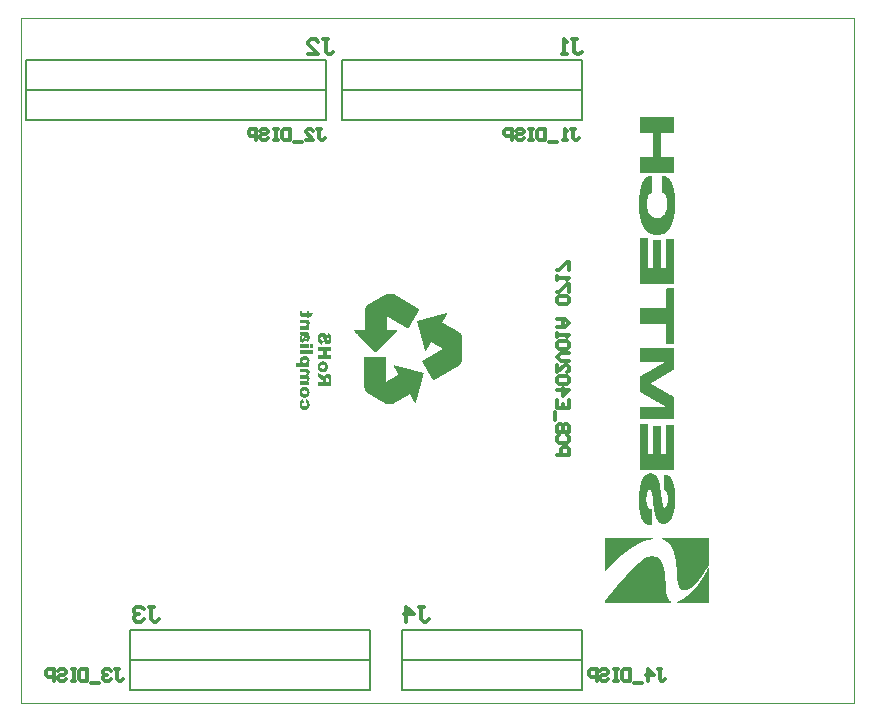
<source format=gbo>
%FSAX43Y43*%
%MOMM*%
G71*
G01*
G75*
G04 Layer_Color=16777062*
%ADD10R,0.350X0.400*%
G04:AMPARAMS|DCode=11|XSize=2.4mm|YSize=2.4mm|CornerRadius=0.06mm|HoleSize=0mm|Usage=FLASHONLY|Rotation=270.000|XOffset=0mm|YOffset=0mm|HoleType=Round|Shape=RoundedRectangle|*
%AMROUNDEDRECTD11*
21,1,2.400,2.280,0,0,270.0*
21,1,2.280,2.400,0,0,270.0*
1,1,0.120,-1.140,-1.140*
1,1,0.120,-1.140,1.140*
1,1,0.120,1.140,1.140*
1,1,0.120,1.140,-1.140*
%
%ADD11ROUNDEDRECTD11*%
%ADD12O,0.300X0.800*%
%ADD13O,0.800X0.300*%
%ADD14R,0.500X0.500*%
%ADD15R,0.850X0.400*%
%ADD16R,0.650X0.650*%
G04:AMPARAMS|DCode=17|XSize=0.65mm|YSize=3.6mm|CornerRadius=0.033mm|HoleSize=0mm|Usage=FLASHONLY|Rotation=270.000|XOffset=0mm|YOffset=0mm|HoleType=Round|Shape=RoundedRectangle|*
%AMROUNDEDRECTD17*
21,1,0.650,3.535,0,0,270.0*
21,1,0.585,3.600,0,0,270.0*
1,1,0.065,-1.768,-0.292*
1,1,0.065,-1.768,0.292*
1,1,0.065,1.768,0.292*
1,1,0.065,1.768,-0.292*
%
%ADD17ROUNDEDRECTD17*%
%ADD18R,1.300X1.300*%
%ADD19R,5.309X2.007*%
%ADD20R,2.007X5.309*%
%ADD21R,0.650X0.650*%
%ADD22O,0.220X0.800*%
%ADD23O,0.800X0.220*%
G04:AMPARAMS|DCode=24|XSize=1.6mm|YSize=1.6mm|CornerRadius=0.04mm|HoleSize=0mm|Usage=FLASHONLY|Rotation=180.000|XOffset=0mm|YOffset=0mm|HoleType=Round|Shape=RoundedRectangle|*
%AMROUNDEDRECTD24*
21,1,1.600,1.520,0,0,180.0*
21,1,1.520,1.600,0,0,180.0*
1,1,0.080,-0.760,0.760*
1,1,0.080,0.760,0.760*
1,1,0.080,0.760,-0.760*
1,1,0.080,-0.760,-0.760*
%
%ADD24ROUNDEDRECTD24*%
G04:AMPARAMS|DCode=25|XSize=2.3mm|YSize=0.8mm|CornerRadius=0.08mm|HoleSize=0mm|Usage=FLASHONLY|Rotation=0.000|XOffset=0mm|YOffset=0mm|HoleType=Round|Shape=RoundedRectangle|*
%AMROUNDEDRECTD25*
21,1,2.300,0.640,0,0,0.0*
21,1,2.140,0.800,0,0,0.0*
1,1,0.160,1.070,-0.320*
1,1,0.160,-1.070,-0.320*
1,1,0.160,-1.070,0.320*
1,1,0.160,1.070,0.320*
%
%ADD25ROUNDEDRECTD25*%
%ADD26R,1.300X1.600*%
%ADD27R,0.850X0.750*%
%ADD28R,1.600X1.800*%
%ADD29R,1.300X1.300*%
%ADD30R,0.900X0.900*%
%ADD31R,0.900X0.900*%
%ADD32R,1.300X1.600*%
%ADD33R,2.380X1.650*%
%ADD34O,0.250X0.600*%
%ADD35R,1.000X0.800*%
%ADD36O,0.900X0.300*%
%ADD37O,0.300X0.900*%
%ADD38R,0.600X0.800*%
%ADD39R,0.300X0.500*%
%ADD40R,0.550X0.550*%
%ADD41R,4.200X1.905*%
%ADD42C,0.600*%
%ADD43C,0.400*%
%ADD44C,0.250*%
%ADD45C,1.000*%
%ADD46C,0.650*%
%ADD47C,0.200*%
%ADD48C,0.257*%
%ADD49C,0.800*%
%ADD50C,0.300*%
%ADD51C,0.500*%
%ADD52C,1.200*%
%ADD53C,1.300*%
%ADD54C,0.900*%
%ADD55C,0.350*%
%ADD56C,0.700*%
%ADD57C,0.150*%
%ADD58C,0.050*%
%ADD59C,1.600*%
%ADD60C,1.500*%
%ADD61R,1.500X1.500*%
G04:AMPARAMS|DCode=62|XSize=2.2mm|YSize=3.6mm|CornerRadius=0.11mm|HoleSize=0mm|Usage=FLASHONLY|Rotation=270.000|XOffset=0mm|YOffset=0mm|HoleType=Round|Shape=RoundedRectangle|*
%AMROUNDEDRECTD62*
21,1,2.200,3.380,0,0,270.0*
21,1,1.980,3.600,0,0,270.0*
1,1,0.220,-1.690,-0.990*
1,1,0.220,-1.690,0.990*
1,1,0.220,1.690,0.990*
1,1,0.220,1.690,-0.990*
%
%ADD62ROUNDEDRECTD62*%
G04:AMPARAMS|DCode=63|XSize=1.6mm|YSize=1.6mm|CornerRadius=0.08mm|HoleSize=0mm|Usage=FLASHONLY|Rotation=270.000|XOffset=0mm|YOffset=0mm|HoleType=Round|Shape=RoundedRectangle|*
%AMROUNDEDRECTD63*
21,1,1.600,1.440,0,0,270.0*
21,1,1.440,1.600,0,0,270.0*
1,1,0.160,-0.720,-0.720*
1,1,0.160,-0.720,0.720*
1,1,0.160,0.720,0.720*
1,1,0.160,0.720,-0.720*
%
%ADD63ROUNDEDRECTD63*%
%ADD64C,1.700*%
G04:AMPARAMS|DCode=65|XSize=1.7mm|YSize=1.7mm|CornerRadius=0.17mm|HoleSize=0mm|Usage=FLASHONLY|Rotation=0.000|XOffset=0mm|YOffset=0mm|HoleType=Round|Shape=RoundedRectangle|*
%AMROUNDEDRECTD65*
21,1,1.700,1.360,0,0,0.0*
21,1,1.360,1.700,0,0,0.0*
1,1,0.340,0.680,-0.680*
1,1,0.340,-0.680,-0.680*
1,1,0.340,-0.680,0.680*
1,1,0.340,0.680,0.680*
%
%ADD65ROUNDEDRECTD65*%
%ADD66R,4.200X2.413*%
%ADD67C,0.400*%
%ADD68C,0.500*%
%ADD69C,0.600*%
%ADD70C,0.660*%
%ADD71C,0.100*%
%ADD72C,0.028*%
%ADD73C,0.025*%
%ADD74C,0.254*%
%ADD75R,0.450X0.500*%
G04:AMPARAMS|DCode=76|XSize=2.5mm|YSize=2.5mm|CornerRadius=0.11mm|HoleSize=0mm|Usage=FLASHONLY|Rotation=270.000|XOffset=0mm|YOffset=0mm|HoleType=Round|Shape=RoundedRectangle|*
%AMROUNDEDRECTD76*
21,1,2.500,2.280,0,0,270.0*
21,1,2.280,2.500,0,0,270.0*
1,1,0.220,-1.140,-1.140*
1,1,0.220,-1.140,1.140*
1,1,0.220,1.140,1.140*
1,1,0.220,1.140,-1.140*
%
%ADD76ROUNDEDRECTD76*%
%ADD77O,0.400X0.900*%
%ADD78O,0.900X0.400*%
%ADD79R,0.600X0.600*%
%ADD80R,0.950X0.500*%
%ADD81R,0.750X0.750*%
G04:AMPARAMS|DCode=82|XSize=0.75mm|YSize=3.7mm|CornerRadius=0.083mm|HoleSize=0mm|Usage=FLASHONLY|Rotation=270.000|XOffset=0mm|YOffset=0mm|HoleType=Round|Shape=RoundedRectangle|*
%AMROUNDEDRECTD82*
21,1,0.750,3.535,0,0,270.0*
21,1,0.585,3.700,0,0,270.0*
1,1,0.165,-1.768,-0.292*
1,1,0.165,-1.768,0.292*
1,1,0.165,1.768,0.292*
1,1,0.165,1.768,-0.292*
%
%ADD82ROUNDEDRECTD82*%
%ADD83R,1.400X1.400*%
%ADD84R,5.409X2.107*%
%ADD85R,2.107X5.409*%
%ADD86R,0.750X0.750*%
%ADD87O,0.320X0.900*%
%ADD88O,0.900X0.320*%
G04:AMPARAMS|DCode=89|XSize=1.7mm|YSize=1.7mm|CornerRadius=0.09mm|HoleSize=0mm|Usage=FLASHONLY|Rotation=180.000|XOffset=0mm|YOffset=0mm|HoleType=Round|Shape=RoundedRectangle|*
%AMROUNDEDRECTD89*
21,1,1.700,1.520,0,0,180.0*
21,1,1.520,1.700,0,0,180.0*
1,1,0.180,-0.760,0.760*
1,1,0.180,0.760,0.760*
1,1,0.180,0.760,-0.760*
1,1,0.180,-0.760,-0.760*
%
%ADD89ROUNDEDRECTD89*%
G04:AMPARAMS|DCode=90|XSize=2.4mm|YSize=0.9mm|CornerRadius=0.13mm|HoleSize=0mm|Usage=FLASHONLY|Rotation=0.000|XOffset=0mm|YOffset=0mm|HoleType=Round|Shape=RoundedRectangle|*
%AMROUNDEDRECTD90*
21,1,2.400,0.640,0,0,0.0*
21,1,2.140,0.900,0,0,0.0*
1,1,0.260,1.070,-0.320*
1,1,0.260,-1.070,-0.320*
1,1,0.260,-1.070,0.320*
1,1,0.260,1.070,0.320*
%
%ADD90ROUNDEDRECTD90*%
%ADD91R,1.400X1.700*%
%ADD92R,0.950X0.850*%
%ADD93R,1.700X1.900*%
%ADD94R,1.400X1.400*%
%ADD95R,1.000X1.000*%
%ADD96R,1.000X1.000*%
%ADD97R,1.400X1.700*%
%ADD98R,2.480X1.750*%
%ADD99O,0.350X0.700*%
%ADD100R,1.100X0.900*%
%ADD101O,1.000X0.400*%
%ADD102O,0.400X1.000*%
%ADD103R,0.700X0.900*%
%ADD104R,0.350X0.550*%
%ADD105R,0.600X0.600*%
%ADD106R,4.300X2.005*%
%ADD107R,1.600X1.600*%
G04:AMPARAMS|DCode=108|XSize=2.4mm|YSize=3.8mm|CornerRadius=0.21mm|HoleSize=0mm|Usage=FLASHONLY|Rotation=270.000|XOffset=0mm|YOffset=0mm|HoleType=Round|Shape=RoundedRectangle|*
%AMROUNDEDRECTD108*
21,1,2.400,3.380,0,0,270.0*
21,1,1.980,3.800,0,0,270.0*
1,1,0.420,-1.690,-0.990*
1,1,0.420,-1.690,0.990*
1,1,0.420,1.690,0.990*
1,1,0.420,1.690,-0.990*
%
%ADD108ROUNDEDRECTD108*%
G04:AMPARAMS|DCode=109|XSize=1.7mm|YSize=1.7mm|CornerRadius=0.13mm|HoleSize=0mm|Usage=FLASHONLY|Rotation=270.000|XOffset=0mm|YOffset=0mm|HoleType=Round|Shape=RoundedRectangle|*
%AMROUNDEDRECTD109*
21,1,1.700,1.440,0,0,270.0*
21,1,1.440,1.700,0,0,270.0*
1,1,0.260,-0.720,-0.720*
1,1,0.260,-0.720,0.720*
1,1,0.260,0.720,0.720*
1,1,0.260,0.720,-0.720*
%
%ADD109ROUNDEDRECTD109*%
%ADD110C,1.800*%
G04:AMPARAMS|DCode=111|XSize=1.8mm|YSize=1.8mm|CornerRadius=0.22mm|HoleSize=0mm|Usage=FLASHONLY|Rotation=0.000|XOffset=0mm|YOffset=0mm|HoleType=Round|Shape=RoundedRectangle|*
%AMROUNDEDRECTD111*
21,1,1.800,1.360,0,0,0.0*
21,1,1.360,1.800,0,0,0.0*
1,1,0.440,0.680,-0.680*
1,1,0.440,-0.680,-0.680*
1,1,0.440,-0.680,0.680*
1,1,0.440,0.680,0.680*
%
%ADD111ROUNDEDRECTD111*%
%ADD112R,4.300X2.513*%
%ADD113C,0.700*%
%ADD114C,0.760*%
%ADD115C,0.006*%
G36*
X0024030Y0026737D02*
X0024059Y0026735D01*
X0024112Y0026722D01*
X0024160Y0026708D01*
X0024182Y0026698D01*
X0024202Y0026689D01*
X0024218Y0026678D01*
X0024235Y0026669D01*
X0024248Y0026662D01*
X0024259Y0026654D01*
X0024268Y0026647D01*
X0024273Y0026642D01*
X0024277Y0026640D01*
X0024279Y0026638D01*
X0024304Y0026614D01*
X0024324Y0026587D01*
X0024345Y0026557D01*
X0024361Y0026528D01*
X0024374Y0026497D01*
X0024385Y0026468D01*
X0024394Y0026437D01*
X0024401Y0026407D01*
X0024409Y0026380D01*
X0024412Y0026354D01*
X0024416Y0026330D01*
X0024418Y0026310D01*
X0024420Y0026294D01*
Y0026281D01*
Y0026274D01*
Y0026270D01*
X0024418Y0026231D01*
X0024414Y0026195D01*
X0024409Y0026160D01*
X0024401Y0026127D01*
X0024392Y0026098D01*
X0024381Y0026070D01*
X0024370Y0026045D01*
X0024359Y0026023D01*
X0024348Y0026001D01*
X0024337Y0025984D01*
X0024326Y0025968D01*
X0024317Y0025955D01*
X0024310Y0025946D01*
X0024304Y0025938D01*
X0024301Y0025935D01*
X0024299Y0025933D01*
X0024275Y0025911D01*
X0024251Y0025893D01*
X0024227Y0025876D01*
X0024202Y0025861D01*
X0024176Y0025849D01*
X0024150Y0025840D01*
X0024103Y0025825D01*
X0024081Y0025819D01*
X0024059Y0025816D01*
X0024041Y0025812D01*
X0024026Y0025810D01*
X0024013Y0025808D01*
X0023995D01*
X0023958Y0025810D01*
X0023923Y0025814D01*
X0023890Y0025821D01*
X0023861Y0025832D01*
X0023832Y0025843D01*
X0023804Y0025854D01*
X0023781Y0025869D01*
X0023759Y0025882D01*
X0023738Y0025894D01*
X0023722Y0025909D01*
X0023707Y0025920D01*
X0023694Y0025933D01*
X0023685Y0025942D01*
X0023678Y0025949D01*
X0023674Y0025953D01*
X0023673Y0025955D01*
X0023656Y0025979D01*
X0023641Y0026003D01*
X0023627Y0026030D01*
X0023616Y0026056D01*
X0023599Y0026109D01*
X0023588Y0026158D01*
X0023583Y0026182D01*
X0023581Y0026204D01*
X0023579Y0026222D01*
X0023577Y0026239D01*
X0023575Y0026253D01*
Y0026263D01*
Y0026270D01*
Y0026272D01*
X0023577Y0026312D01*
X0023581Y0026349D01*
X0023586Y0026383D01*
X0023594Y0026416D01*
X0023603Y0026448D01*
X0023614Y0026475D01*
X0023623Y0026502D01*
X0023636Y0026524D01*
X0023647Y0026545D01*
X0023656Y0026563D01*
X0023667Y0026579D01*
X0023676Y0026592D01*
X0023684Y0026601D01*
X0023689Y0026609D01*
X0023693Y0026612D01*
X0023694Y0026614D01*
X0023718Y0026636D01*
X0023742Y0026654D01*
X0023766Y0026673D01*
X0023792Y0026686D01*
X0023817Y0026698D01*
X0023843Y0026708D01*
X0023890Y0026724D01*
X0023914Y0026728D01*
X0023934Y0026731D01*
X0023953Y0026735D01*
X0023967Y0026737D01*
X0023980Y0026739D01*
X0023998D01*
X0024030Y0026737D01*
D02*
G37*
G36*
X0023911Y0025409D02*
X0023887Y0025400D01*
X0023868Y0025391D01*
X0023850Y0025380D01*
X0023837Y0025369D01*
X0023826Y0025360D01*
X0023819Y0025352D01*
X0023815Y0025347D01*
X0023814Y0025345D01*
X0023804Y0025329D01*
X0023797Y0025312D01*
X0023792Y0025296D01*
X0023788Y0025279D01*
X0023786Y0025266D01*
X0023784Y0025255D01*
Y0025246D01*
Y0025244D01*
X0023786Y0025219D01*
X0023792Y0025195D01*
X0023801Y0025175D01*
X0023810Y0025156D01*
X0023819Y0025142D01*
X0023828Y0025133D01*
X0023834Y0025125D01*
X0023836Y0025123D01*
X0023857Y0025109D01*
X0023881Y0025098D01*
X0023905Y0025089D01*
X0023931Y0025083D01*
X0023951Y0025080D01*
X0023969Y0025078D01*
X0023986D01*
X0024024Y0025080D01*
X0024059Y0025085D01*
X0024088Y0025092D01*
X0024110Y0025101D01*
X0024129Y0025109D01*
X0024141Y0025116D01*
X0024150Y0025122D01*
X0024152Y0025123D01*
X0024171Y0025142D01*
X0024183Y0025164D01*
X0024194Y0025184D01*
X0024200Y0025204D01*
X0024204Y0025221D01*
X0024207Y0025235D01*
Y0025244D01*
Y0025248D01*
X0024205Y0025270D01*
X0024204Y0025290D01*
X0024198Y0025307D01*
X0024194Y0025319D01*
X0024189Y0025330D01*
X0024183Y0025340D01*
X0024182Y0025343D01*
X0024180Y0025345D01*
X0024169Y0025358D01*
X0024158Y0025369D01*
X0024145Y0025378D01*
X0024132Y0025385D01*
X0024121Y0025389D01*
X0024112Y0025393D01*
X0024105Y0025396D01*
X0024103D01*
X0024141Y0025688D01*
X0024189Y0025669D01*
X0024231Y0025647D01*
X0024266Y0025623D01*
X0024295Y0025598D01*
X0024319Y0025576D01*
X0024335Y0025557D01*
X0024341Y0025550D01*
X0024345Y0025546D01*
X0024348Y0025543D01*
Y0025541D01*
X0024361Y0025521D01*
X0024372Y0025499D01*
X0024390Y0025449D01*
X0024403Y0025400D01*
X0024411Y0025351D01*
X0024414Y0025329D01*
X0024416Y0025307D01*
X0024418Y0025288D01*
Y0025272D01*
X0024420Y0025257D01*
Y0025248D01*
Y0025241D01*
Y0025239D01*
X0024418Y0025189D01*
X0024414Y0025144D01*
X0024407Y0025103D01*
X0024401Y0025070D01*
X0024394Y0025045D01*
X0024390Y0025034D01*
X0024387Y0025025D01*
X0024385Y0025017D01*
X0024383Y0025012D01*
X0024381Y0025010D01*
Y0025008D01*
X0024372Y0024988D01*
X0024359Y0024966D01*
X0024348Y0024948D01*
X0024337Y0024931D01*
X0024326Y0024917D01*
X0024317Y0024906D01*
X0024312Y0024898D01*
X0024310Y0024896D01*
X0024292Y0024878D01*
X0024273Y0024862D01*
X0024255Y0024847D01*
X0024237Y0024834D01*
X0024222Y0024825D01*
X0024211Y0024818D01*
X0024204Y0024814D01*
X0024200Y0024812D01*
X0024167Y0024797D01*
X0024132Y0024788D01*
X0024099Y0024781D01*
X0024066Y0024775D01*
X0024037Y0024772D01*
X0024024D01*
X0024013Y0024770D01*
X0023993D01*
X0023951Y0024772D01*
X0023912Y0024775D01*
X0023879Y0024781D01*
X0023852Y0024788D01*
X0023830Y0024794D01*
X0023814Y0024799D01*
X0023804Y0024803D01*
X0023801Y0024805D01*
X0023775Y0024819D01*
X0023751Y0024834D01*
X0023729Y0024851D01*
X0023711Y0024865D01*
X0023696Y0024880D01*
X0023685Y0024891D01*
X0023678Y0024898D01*
X0023676Y0024900D01*
X0023658Y0024924D01*
X0023641Y0024949D01*
X0023629Y0024973D01*
X0023618Y0024997D01*
X0023610Y0025017D01*
X0023605Y0025032D01*
X0023601Y0025043D01*
X0023599Y0025047D01*
X0023592Y0025081D01*
X0023586Y0025116D01*
X0023581Y0025153D01*
X0023579Y0025188D01*
X0023577Y0025217D01*
X0023575Y0025230D01*
Y0025241D01*
Y0025250D01*
Y0025257D01*
Y0025261D01*
Y0025263D01*
X0023577Y0025310D01*
X0023581Y0025352D01*
X0023586Y0025389D01*
X0023594Y0025422D01*
X0023601Y0025446D01*
X0023607Y0025466D01*
X0023608Y0025471D01*
X0023610Y0025477D01*
X0023612Y0025479D01*
Y0025481D01*
X0023627Y0025512D01*
X0023643Y0025539D01*
X0023662Y0025565D01*
X0023678Y0025585D01*
X0023693Y0025601D01*
X0023705Y0025614D01*
X0023713Y0025622D01*
X0023716Y0025623D01*
X0023742Y0025644D01*
X0023770Y0025660D01*
X0023797Y0025673D01*
X0023823Y0025684D01*
X0023845Y0025693D01*
X0023861Y0025698D01*
X0023868Y0025702D01*
X0023874D01*
X0023876Y0025704D01*
X0023878D01*
X0023911Y0025409D01*
D02*
G37*
G36*
X0024020Y0029336D02*
X0024053Y0029334D01*
X0024112Y0029323D01*
X0024139Y0029317D01*
X0024165Y0029310D01*
X0024189Y0029301D01*
X0024211Y0029293D01*
X0024229Y0029284D01*
X0024246Y0029277D01*
X0024260Y0029268D01*
X0024273Y0029262D01*
X0024282Y0029257D01*
X0024290Y0029251D01*
X0024293Y0029249D01*
X0024295Y0029248D01*
X0024317Y0029231D01*
X0024335Y0029211D01*
X0024354Y0029193D01*
X0024367Y0029171D01*
X0024379Y0029151D01*
X0024389Y0029130D01*
X0024405Y0029090D01*
X0024412Y0029054D01*
X0024416Y0029037D01*
X0024418Y0029024D01*
X0024420Y0029013D01*
Y0029004D01*
Y0028999D01*
Y0028997D01*
X0024418Y0028967D01*
X0024414Y0028938D01*
X0024409Y0028912D01*
X0024401Y0028891D01*
X0024394Y0028872D01*
X0024389Y0028859D01*
X0024385Y0028850D01*
X0024383Y0028847D01*
X0024370Y0028828D01*
X0024356Y0028808D01*
X0024339Y0028790D01*
X0024321Y0028773D01*
X0024306Y0028759D01*
X0024293Y0028748D01*
X0024284Y0028740D01*
X0024281Y0028737D01*
X0024401D01*
Y0028447D01*
X0023286D01*
Y0028760D01*
X0023671D01*
X0023654Y0028779D01*
X0023640Y0028795D01*
X0023627Y0028814D01*
X0023618Y0028830D01*
X0023610Y0028845D01*
X0023603Y0028856D01*
X0023601Y0028863D01*
X0023599Y0028865D01*
X0023592Y0028887D01*
X0023586Y0028911D01*
X0023581Y0028933D01*
X0023579Y0028953D01*
X0023577Y0028969D01*
X0023575Y0028982D01*
Y0028991D01*
Y0028995D01*
X0023577Y0029022D01*
X0023579Y0029048D01*
X0023585Y0029072D01*
X0023592Y0029096D01*
X0023608Y0029138D01*
X0023629Y0029173D01*
X0023638Y0029189D01*
X0023647Y0029202D01*
X0023656Y0029213D01*
X0023663Y0029222D01*
X0023671Y0029231D01*
X0023676Y0029237D01*
X0023678Y0029238D01*
X0023680Y0029240D01*
X0023700Y0029257D01*
X0023724Y0029273D01*
X0023748Y0029286D01*
X0023773Y0029297D01*
X0023825Y0029314D01*
X0023874Y0029325D01*
X0023896Y0029330D01*
X0023918Y0029332D01*
X0023938Y0029334D01*
X0023955Y0029336D01*
X0023967Y0029337D01*
X0023987D01*
X0024020Y0029336D01*
D02*
G37*
G36*
X0024158Y0028259D02*
X0024183Y0028255D01*
X0024207Y0028251D01*
X0024229Y0028246D01*
X0024249Y0028239D01*
X0024266Y0028233D01*
X0024282Y0028226D01*
X0024295Y0028218D01*
X0024308Y0028213D01*
X0024319Y0028206D01*
X0024326Y0028200D01*
X0024334Y0028196D01*
X0024337Y0028193D01*
X0024341Y0028189D01*
X0024356Y0028174D01*
X0024367Y0028160D01*
X0024387Y0028127D01*
X0024401Y0028092D01*
X0024411Y0028061D01*
X0024416Y0028032D01*
X0024418Y0028019D01*
Y0028008D01*
X0024420Y0027999D01*
Y0027991D01*
Y0027988D01*
Y0027986D01*
X0024418Y0027953D01*
X0024416Y0027925D01*
X0024411Y0027900D01*
X0024405Y0027878D01*
X0024400Y0027859D01*
X0024396Y0027847D01*
X0024392Y0027839D01*
X0024390Y0027836D01*
X0024378Y0027814D01*
X0024361Y0027790D01*
X0024343Y0027768D01*
X0024326Y0027748D01*
X0024308Y0027729D01*
X0024295Y0027717D01*
X0024286Y0027707D01*
X0024284Y0027704D01*
X0024282D01*
X0024306Y0027689D01*
X0024326Y0027675D01*
X0024345Y0027658D01*
X0024359Y0027643D01*
X0024370Y0027631D01*
X0024378Y0027620D01*
X0024383Y0027612D01*
X0024385Y0027610D01*
X0024396Y0027588D01*
X0024405Y0027563D01*
X0024411Y0027539D01*
X0024416Y0027513D01*
X0024418Y0027491D01*
X0024420Y0027475D01*
Y0027468D01*
Y0027462D01*
Y0027460D01*
Y0027458D01*
X0024418Y0027425D01*
X0024414Y0027396D01*
X0024409Y0027371D01*
X0024403Y0027349D01*
X0024398Y0027330D01*
X0024392Y0027316D01*
X0024389Y0027308D01*
X0024387Y0027305D01*
X0024374Y0027281D01*
X0024357Y0027257D01*
X0024341Y0027237D01*
X0024323Y0027217D01*
X0024308Y0027202D01*
X0024295Y0027189D01*
X0024286Y0027182D01*
X0024282Y0027178D01*
X0024401D01*
Y0026889D01*
X0023594D01*
Y0027200D01*
X0024004D01*
X0024037Y0027202D01*
X0024064Y0027206D01*
X0024088Y0027211D01*
X0024107Y0027217D01*
X0024119Y0027222D01*
X0024130Y0027228D01*
X0024136Y0027231D01*
X0024138Y0027233D01*
X0024150Y0027248D01*
X0024161Y0027262D01*
X0024169Y0027277D01*
X0024172Y0027290D01*
X0024176Y0027303D01*
X0024178Y0027312D01*
Y0027319D01*
Y0027321D01*
Y0027334D01*
X0024174Y0027343D01*
X0024169Y0027361D01*
X0024165Y0027369D01*
X0024161Y0027374D01*
X0024160Y0027376D01*
X0024158Y0027378D01*
X0024143Y0027394D01*
X0024127Y0027405D01*
X0024116Y0027411D01*
X0024112Y0027413D01*
X0024110D01*
X0024101Y0027414D01*
X0024090Y0027416D01*
X0024066Y0027420D01*
X0023594D01*
Y0027731D01*
X0024009D01*
X0024041Y0027733D01*
X0024066Y0027737D01*
X0024088Y0027742D01*
X0024107Y0027748D01*
X0024121Y0027753D01*
X0024130Y0027759D01*
X0024136Y0027762D01*
X0024138Y0027764D01*
X0024150Y0027777D01*
X0024161Y0027792D01*
X0024169Y0027806D01*
X0024172Y0027821D01*
X0024176Y0027834D01*
X0024178Y0027843D01*
Y0027850D01*
Y0027852D01*
X0024176Y0027869D01*
X0024171Y0027883D01*
X0024165Y0027896D01*
X0024158Y0027907D01*
X0024149Y0027916D01*
X0024143Y0027924D01*
X0024138Y0027927D01*
X0024136Y0027929D01*
X0024125Y0027936D01*
X0024112Y0027942D01*
X0024085Y0027949D01*
X0024072D01*
X0024063Y0027951D01*
X0023594D01*
Y0028262D01*
X0024130D01*
X0024158Y0028259D01*
D02*
G37*
G36*
X0025580Y0028897D02*
X0025609Y0028895D01*
X0025662Y0028882D01*
X0025710Y0028867D01*
X0025732Y0028858D01*
X0025752Y0028849D01*
X0025768Y0028838D01*
X0025785Y0028829D01*
X0025798Y0028822D01*
X0025809Y0028814D01*
X0025818Y0028807D01*
X0025823Y0028802D01*
X0025827Y0028800D01*
X0025829Y0028798D01*
X0025854Y0028774D01*
X0025874Y0028747D01*
X0025895Y0028717D01*
X0025911Y0028688D01*
X0025924Y0028657D01*
X0025935Y0028628D01*
X0025944Y0028596D01*
X0025951Y0028567D01*
X0025959Y0028540D01*
X0025962Y0028514D01*
X0025966Y0028490D01*
X0025968Y0028470D01*
X0025970Y0028454D01*
Y0028441D01*
Y0028433D01*
Y0028430D01*
X0025968Y0028391D01*
X0025964Y0028355D01*
X0025959Y0028320D01*
X0025951Y0028287D01*
X0025942Y0028258D01*
X0025931Y0028230D01*
X0025920Y0028205D01*
X0025909Y0028183D01*
X0025898Y0028161D01*
X0025887Y0028144D01*
X0025876Y0028128D01*
X0025867Y0028115D01*
X0025860Y0028106D01*
X0025854Y0028098D01*
X0025851Y0028095D01*
X0025849Y0028093D01*
X0025825Y0028071D01*
X0025801Y0028052D01*
X0025777Y0028036D01*
X0025752Y0028021D01*
X0025726Y0028009D01*
X0025700Y0027999D01*
X0025653Y0027985D01*
X0025631Y0027979D01*
X0025609Y0027976D01*
X0025591Y0027972D01*
X0025576Y0027970D01*
X0025563Y0027968D01*
X0025545D01*
X0025508Y0027970D01*
X0025473Y0027974D01*
X0025440Y0027981D01*
X0025411Y0027992D01*
X0025382Y0028003D01*
X0025354Y0028014D01*
X0025331Y0028029D01*
X0025309Y0028042D01*
X0025288Y0028054D01*
X0025272Y0028069D01*
X0025257Y0028080D01*
X0025244Y0028093D01*
X0025235Y0028102D01*
X0025228Y0028109D01*
X0025224Y0028113D01*
X0025223Y0028115D01*
X0025206Y0028139D01*
X0025191Y0028162D01*
X0025177Y0028190D01*
X0025166Y0028215D01*
X0025149Y0028269D01*
X0025138Y0028318D01*
X0025133Y0028342D01*
X0025131Y0028364D01*
X0025129Y0028382D01*
X0025127Y0028399D01*
X0025125Y0028413D01*
Y0028422D01*
Y0028430D01*
Y0028432D01*
X0025127Y0028472D01*
X0025131Y0028508D01*
X0025136Y0028543D01*
X0025144Y0028576D01*
X0025153Y0028607D01*
X0025164Y0028635D01*
X0025173Y0028662D01*
X0025186Y0028684D01*
X0025197Y0028704D01*
X0025206Y0028723D01*
X0025217Y0028739D01*
X0025226Y0028752D01*
X0025233Y0028761D01*
X0025239Y0028769D01*
X0025243Y0028772D01*
X0025244Y0028774D01*
X0025268Y0028796D01*
X0025292Y0028814D01*
X0025316Y0028833D01*
X0025342Y0028845D01*
X0025367Y0028858D01*
X0025393Y0028867D01*
X0025440Y0028884D01*
X0025464Y0028888D01*
X0025484Y0028891D01*
X0025503Y0028895D01*
X0025517Y0028897D01*
X0025530Y0028899D01*
X0025548D01*
X0025580Y0028897D01*
D02*
G37*
G36*
X0025466Y0027748D02*
X0025475Y0027743D01*
X0025486Y0027736D01*
X0025508Y0027719D01*
X0025519Y0027712D01*
X0025527Y0027705D01*
X0025532Y0027701D01*
X0025534Y0027699D01*
X0025550Y0027686D01*
X0025563Y0027675D01*
X0025572Y0027666D01*
X0025581Y0027659D01*
X0025587Y0027653D01*
X0025591Y0027648D01*
X0025594Y0027646D01*
Y0027644D01*
X0025602Y0027633D01*
X0025609Y0027618D01*
X0025622Y0027589D01*
X0025627Y0027576D01*
X0025631Y0027565D01*
X0025635Y0027558D01*
Y0027556D01*
X0025642Y0027584D01*
X0025649Y0027607D01*
X0025657Y0027628D01*
X0025664Y0027646D01*
X0025669Y0027659D01*
X0025675Y0027670D01*
X0025677Y0027675D01*
X0025679Y0027677D01*
X0025695Y0027703D01*
X0025713Y0027723D01*
X0025732Y0027743D01*
X0025750Y0027758D01*
X0025765Y0027770D01*
X0025777Y0027780D01*
X0025785Y0027785D01*
X0025788Y0027787D01*
X0025814Y0027800D01*
X0025841Y0027811D01*
X0025869Y0027818D01*
X0025893Y0027822D01*
X0025915Y0027825D01*
X0025933Y0027827D01*
X0025948D01*
X0025986Y0027825D01*
X0026021Y0027820D01*
X0026052Y0027811D01*
X0026080Y0027802D01*
X0026100Y0027791D01*
X0026116Y0027783D01*
X0026125Y0027776D01*
X0026129Y0027774D01*
X0026155Y0027754D01*
X0026177Y0027732D01*
X0026195Y0027708D01*
X0026208Y0027688D01*
X0026219Y0027668D01*
X0026226Y0027653D01*
X0026230Y0027642D01*
X0026232Y0027640D01*
Y0027639D01*
X0026241Y0027604D01*
X0026248Y0027565D01*
X0026252Y0027523D01*
X0026255Y0027485D01*
X0026257Y0027448D01*
X0026259Y0027434D01*
Y0027421D01*
Y0027408D01*
Y0027401D01*
Y0027395D01*
Y0027393D01*
Y0026820D01*
X0025144D01*
Y0027166D01*
X0025596D01*
Y0027195D01*
X0025594Y0027212D01*
X0025592Y0027228D01*
X0025587Y0027243D01*
X0025583Y0027256D01*
X0025578Y0027265D01*
X0025572Y0027274D01*
X0025570Y0027278D01*
X0025569Y0027280D01*
X0025559Y0027291D01*
X0025547Y0027302D01*
X0025534Y0027311D01*
X0025519Y0027322D01*
X0025505Y0027329D01*
X0025494Y0027336D01*
X0025486Y0027340D01*
X0025483Y0027342D01*
X0025144Y0027527D01*
Y0027917D01*
X0025466Y0027748D01*
D02*
G37*
G36*
X0025539Y0031318D02*
X0025570Y0031312D01*
X0025598Y0031305D01*
X0025624Y0031298D01*
X0025644Y0031288D01*
X0025658Y0031281D01*
X0025668Y0031276D01*
X0025671Y0031274D01*
X0025697Y0031256D01*
X0025721Y0031234D01*
X0025743Y0031210D01*
X0025761Y0031186D01*
X0025774Y0031164D01*
X0025785Y0031147D01*
X0025788Y0031140D01*
X0025792Y0031135D01*
X0025794Y0031133D01*
Y0031131D01*
X0025803Y0031111D01*
X0025812Y0031089D01*
X0025821Y0031065D01*
X0025831Y0031039D01*
X0025847Y0030986D01*
X0025863Y0030933D01*
X0025869Y0030908D01*
X0025874Y0030884D01*
X0025880Y0030862D01*
X0025885Y0030843D01*
X0025887Y0030829D01*
X0025891Y0030816D01*
X0025893Y0030809D01*
Y0030807D01*
X0025900Y0030776D01*
X0025907Y0030750D01*
X0025915Y0030730D01*
X0025922Y0030715D01*
X0025928Y0030704D01*
X0025931Y0030697D01*
X0025933Y0030693D01*
X0025935Y0030691D01*
X0025942Y0030682D01*
X0025951Y0030677D01*
X0025966Y0030669D01*
X0025979Y0030666D01*
X0025983D01*
X0025995Y0030668D01*
X0026008Y0030671D01*
X0026028Y0030680D01*
X0026036Y0030686D01*
X0026041Y0030691D01*
X0026043Y0030693D01*
X0026045Y0030695D01*
X0026054Y0030708D01*
X0026059Y0030723D01*
X0026067Y0030752D01*
X0026069Y0030767D01*
X0026070Y0030778D01*
Y0030785D01*
Y0030787D01*
X0026069Y0030814D01*
X0026065Y0030836D01*
X0026059Y0030856D01*
X0026054Y0030873D01*
X0026047Y0030886D01*
X0026041Y0030895D01*
X0026037Y0030900D01*
X0026036Y0030902D01*
X0026021Y0030917D01*
X0026004Y0030930D01*
X0025986Y0030939D01*
X0025968Y0030946D01*
X0025951Y0030952D01*
X0025939Y0030955D01*
X0025929Y0030959D01*
X0025926D01*
X0025944Y0031283D01*
X0025975Y0031277D01*
X0026004Y0031270D01*
X0026032Y0031263D01*
X0026058Y0031252D01*
X0026080Y0031243D01*
X0026100Y0031230D01*
X0026120Y0031219D01*
X0026136Y0031208D01*
X0026151Y0031195D01*
X0026162Y0031184D01*
X0026173Y0031175D01*
X0026182Y0031166D01*
X0026188Y0031158D01*
X0026193Y0031153D01*
X0026197Y0031149D01*
Y0031147D01*
X0026211Y0031125D01*
X0026224Y0031102D01*
X0026243Y0031049D01*
X0026257Y0030995D01*
X0026268Y0030942D01*
X0026270Y0030919D01*
X0026274Y0030895D01*
X0026276Y0030875D01*
Y0030856D01*
X0026277Y0030842D01*
Y0030831D01*
Y0030823D01*
Y0030821D01*
X0026276Y0030759D01*
X0026274Y0030732D01*
X0026270Y0030706D01*
X0026266Y0030680D01*
X0026263Y0030658D01*
X0026259Y0030638D01*
X0026255Y0030618D01*
X0026252Y0030602D01*
X0026248Y0030587D01*
X0026244Y0030576D01*
X0026241Y0030565D01*
X0026237Y0030558D01*
X0026235Y0030552D01*
X0026233Y0030549D01*
Y0030547D01*
X0026215Y0030512D01*
X0026197Y0030481D01*
X0026177Y0030455D01*
X0026156Y0030433D01*
X0026140Y0030417D01*
X0026125Y0030406D01*
X0026116Y0030398D01*
X0026113Y0030397D01*
X0026083Y0030380D01*
X0026056Y0030367D01*
X0026028Y0030360D01*
X0026004Y0030353D01*
X0025983Y0030349D01*
X0025966Y0030347D01*
X0025951D01*
X0025928Y0030349D01*
X0025904Y0030351D01*
X0025862Y0030362D01*
X0025825Y0030378D01*
X0025794Y0030397D01*
X0025768Y0030413D01*
X0025750Y0030430D01*
X0025744Y0030435D01*
X0025739Y0030441D01*
X0025737Y0030442D01*
X0025735Y0030444D01*
X0025721Y0030464D01*
X0025706Y0030486D01*
X0025691Y0030510D01*
X0025679Y0030536D01*
X0025657Y0030589D01*
X0025636Y0030642D01*
X0025629Y0030668D01*
X0025622Y0030691D01*
X0025616Y0030713D01*
X0025611Y0030732D01*
X0025607Y0030746D01*
X0025603Y0030759D01*
X0025602Y0030767D01*
Y0030768D01*
X0025596Y0030794D01*
X0025591Y0030816D01*
X0025583Y0030836D01*
X0025578Y0030854D01*
X0025572Y0030871D01*
X0025567Y0030886D01*
X0025558Y0030909D01*
X0025548Y0030926D01*
X0025541Y0030939D01*
X0025538Y0030944D01*
X0025536Y0030946D01*
X0025523Y0030959D01*
X0025510Y0030968D01*
X0025497Y0030975D01*
X0025484Y0030979D01*
X0025475Y0030983D01*
X0025466Y0030984D01*
X0025459D01*
X0025442Y0030983D01*
X0025428Y0030979D01*
X0025413Y0030972D01*
X0025402Y0030964D01*
X0025391Y0030957D01*
X0025384Y0030950D01*
X0025380Y0030946D01*
X0025378Y0030944D01*
X0025367Y0030928D01*
X0025360Y0030909D01*
X0025353Y0030889D01*
X0025349Y0030871D01*
X0025347Y0030854D01*
X0025345Y0030842D01*
Y0030832D01*
Y0030829D01*
X0025349Y0030794D01*
X0025356Y0030763D01*
X0025365Y0030737D01*
X0025378Y0030715D01*
X0025391Y0030697D01*
X0025400Y0030686D01*
X0025407Y0030677D01*
X0025411Y0030675D01*
X0025429Y0030664D01*
X0025448Y0030655D01*
X0025468Y0030647D01*
X0025488Y0030642D01*
X0025506Y0030638D01*
X0025521Y0030635D01*
X0025530Y0030633D01*
X0025534D01*
X0025512Y0030305D01*
X0025481Y0030309D01*
X0025451Y0030314D01*
X0025396Y0030329D01*
X0025351Y0030349D01*
X0025329Y0030360D01*
X0025310Y0030371D01*
X0025292Y0030382D01*
X0025277Y0030393D01*
X0025265Y0030402D01*
X0025254Y0030411D01*
X0025244Y0030417D01*
X0025239Y0030422D01*
X0025235Y0030426D01*
X0025233Y0030428D01*
X0025215Y0030450D01*
X0025199Y0030477D01*
X0025184Y0030505D01*
X0025171Y0030536D01*
X0025160Y0030569D01*
X0025151Y0030602D01*
X0025138Y0030668D01*
X0025135Y0030699D01*
X0025131Y0030728D01*
X0025129Y0030754D01*
X0025127Y0030778D01*
X0025125Y0030796D01*
Y0030810D01*
Y0030820D01*
Y0030823D01*
X0025127Y0030882D01*
X0025133Y0030935D01*
X0025140Y0030981D01*
X0025144Y0031001D01*
X0025149Y0031019D01*
X0025153Y0031036D01*
X0025157Y0031050D01*
X0025160Y0031063D01*
X0025164Y0031074D01*
X0025168Y0031082D01*
X0025169Y0031087D01*
X0025171Y0031091D01*
Y0031093D01*
X0025191Y0031131D01*
X0025213Y0031164D01*
X0025235Y0031193D01*
X0025257Y0031217D01*
X0025277Y0031235D01*
X0025294Y0031248D01*
X0025305Y0031257D01*
X0025307Y0031259D01*
X0025309D01*
X0025343Y0031279D01*
X0025378Y0031294D01*
X0025411Y0031305D01*
X0025440Y0031312D01*
X0025468Y0031316D01*
X0025488Y0031320D01*
X0025506D01*
X0025539Y0031318D01*
D02*
G37*
G36*
X0026259Y0029790D02*
X0025869D01*
Y0029413D01*
X0026259D01*
Y0029069D01*
X0025144D01*
Y0029413D01*
X0025594D01*
Y0029790D01*
X0025144D01*
Y0030137D01*
X0026259D01*
Y0029790D01*
D02*
G37*
G36*
X0023612Y0031407D02*
X0023627Y0031399D01*
X0023641Y0031394D01*
X0023652Y0031390D01*
X0023662Y0031387D01*
X0023669Y0031385D01*
X0023673Y0031383D01*
X0023674D01*
X0023687Y0031381D01*
X0023702Y0031379D01*
X0023731Y0031377D01*
X0024121D01*
X0024143Y0031376D01*
X0024163Y0031374D01*
X0024183Y0031370D01*
X0024202Y0031366D01*
X0024218Y0031361D01*
X0024229Y0031357D01*
X0024238Y0031355D01*
X0024240Y0031354D01*
X0024262Y0031345D01*
X0024282Y0031335D01*
X0024299Y0031324D01*
X0024313Y0031315D01*
X0024323Y0031306D01*
X0024332Y0031299D01*
X0024335Y0031293D01*
X0024337Y0031291D01*
X0024354Y0031269D01*
X0024368Y0031246D01*
X0024379Y0031222D01*
X0024389Y0031200D01*
X0024396Y0031180D01*
X0024400Y0031165D01*
X0024403Y0031154D01*
Y0031152D01*
Y0031150D01*
X0024409Y0031117D01*
X0024412Y0031079D01*
X0024416Y0031042D01*
X0024418Y0031006D01*
X0024420Y0030975D01*
Y0030960D01*
Y0030949D01*
Y0030938D01*
Y0030931D01*
Y0030927D01*
Y0030925D01*
Y0030894D01*
X0024418Y0030863D01*
X0024416Y0030837D01*
X0024412Y0030812D01*
X0024411Y0030791D01*
X0024407Y0030777D01*
X0024405Y0030768D01*
Y0030764D01*
X0024400Y0030738D01*
X0024394Y0030715D01*
X0024389Y0030694D01*
X0024381Y0030678D01*
X0024378Y0030663D01*
X0024372Y0030654D01*
X0024370Y0030649D01*
X0024368Y0030647D01*
X0024356Y0030625D01*
X0024343Y0030606D01*
X0024330Y0030592D01*
X0024319Y0030579D01*
X0024308Y0030568D01*
X0024299Y0030561D01*
X0024293Y0030557D01*
X0024292Y0030555D01*
X0024273Y0030544D01*
X0024255Y0030535D01*
X0024235Y0030526D01*
X0024215Y0030520D01*
X0024198Y0030515D01*
X0024183Y0030511D01*
X0024174Y0030508D01*
X0024171D01*
X0024139Y0030804D01*
X0024158Y0030812D01*
X0024172Y0030819D01*
X0024183Y0030828D01*
X0024194Y0030835D01*
X0024200Y0030841D01*
X0024205Y0030846D01*
X0024209Y0030850D01*
Y0030852D01*
X0024218Y0030868D01*
X0024224Y0030887D01*
X0024231Y0030923D01*
X0024233Y0030942D01*
X0024235Y0030954D01*
Y0030964D01*
Y0030967D01*
X0024233Y0030987D01*
X0024231Y0031006D01*
X0024227Y0031020D01*
X0024224Y0031031D01*
X0024218Y0031041D01*
X0024215Y0031046D01*
X0024213Y0031050D01*
X0024211Y0031052D01*
X0024202Y0031059D01*
X0024189Y0031066D01*
X0024163Y0031072D01*
X0024150Y0031073D01*
X0024141Y0031075D01*
X0024132D01*
X0024116Y0031033D01*
X0024110Y0031015D01*
X0024105Y0030998D01*
X0024099Y0030984D01*
X0024096Y0030973D01*
X0024094Y0030965D01*
Y0030964D01*
X0024092Y0030953D01*
X0024088Y0030940D01*
X0024085Y0030923D01*
X0024081Y0030907D01*
X0024074Y0030868D01*
X0024064Y0030832D01*
X0024057Y0030795D01*
X0024055Y0030779D01*
X0024052Y0030764D01*
X0024050Y0030753D01*
X0024048Y0030744D01*
X0024046Y0030738D01*
Y0030737D01*
X0024041Y0030711D01*
X0024033Y0030687D01*
X0024028Y0030665D01*
X0024020Y0030645D01*
X0024013Y0030627D01*
X0024006Y0030610D01*
X0023991Y0030583D01*
X0023978Y0030563D01*
X0023967Y0030548D01*
X0023960Y0030539D01*
X0023958Y0030537D01*
X0023934Y0030519D01*
X0023909Y0030506D01*
X0023883Y0030497D01*
X0023859Y0030491D01*
X0023839Y0030487D01*
X0023821Y0030484D01*
X0023806D01*
X0023771Y0030487D01*
X0023740Y0030495D01*
X0023711Y0030508D01*
X0023687Y0030522D01*
X0023669Y0030535D01*
X0023654Y0030548D01*
X0023645Y0030555D01*
X0023641Y0030559D01*
X0023619Y0030590D01*
X0023603Y0030625D01*
X0023592Y0030661D01*
X0023585Y0030696D01*
X0023579Y0030729D01*
X0023577Y0030742D01*
Y0030755D01*
X0023575Y0030764D01*
Y0030773D01*
Y0030777D01*
Y0030779D01*
X0023577Y0030819D01*
X0023581Y0030856D01*
X0023586Y0030889D01*
X0023592Y0030916D01*
X0023597Y0030940D01*
X0023603Y0030956D01*
X0023607Y0030967D01*
X0023608Y0030971D01*
X0023619Y0030993D01*
X0023632Y0031015D01*
X0023647Y0031035D01*
X0023660Y0031053D01*
X0023673Y0031070D01*
X0023684Y0031081D01*
X0023691Y0031090D01*
X0023693Y0031092D01*
X0023680Y0031094D01*
X0023669Y0031095D01*
X0023652Y0031099D01*
X0023643Y0031103D01*
X0023640D01*
X0023627Y0031108D01*
X0023612Y0031116D01*
X0023599Y0031123D01*
X0023596Y0031125D01*
X0023594D01*
Y0031416D01*
X0023612Y0031407D01*
D02*
G37*
G36*
X0024709Y0030015D02*
X0024498D01*
Y0030324D01*
X0024709D01*
Y0030015D01*
D02*
G37*
G36*
X0023814Y0033136D02*
X0023808Y0033114D01*
X0023803Y0033095D01*
X0023799Y0033079D01*
X0023797Y0033066D01*
Y0033055D01*
X0023795Y0033048D01*
Y0033042D01*
Y0033040D01*
X0023797Y0033028D01*
X0023799Y0033017D01*
X0023803Y0033007D01*
X0023808Y0033000D01*
X0023817Y0032991D01*
X0023819Y0032987D01*
X0023821D01*
X0023828Y0032984D01*
X0023839Y0032982D01*
X0023861Y0032980D01*
X0023872Y0032978D01*
X0024174D01*
Y0033148D01*
X0024401D01*
Y0032978D01*
X0024709D01*
X0024550Y0032667D01*
X0024401D01*
Y0032553D01*
X0024174D01*
Y0032667D01*
X0023890D01*
X0023843Y0032669D01*
X0023803Y0032670D01*
X0023770Y0032674D01*
X0023742Y0032680D01*
X0023720Y0032685D01*
X0023705Y0032689D01*
X0023698Y0032691D01*
X0023694Y0032692D01*
X0023673Y0032703D01*
X0023654Y0032716D01*
X0023640Y0032729D01*
X0023627Y0032742D01*
X0023618Y0032755D01*
X0023610Y0032764D01*
X0023607Y0032771D01*
X0023605Y0032773D01*
X0023596Y0032797D01*
X0023588Y0032822D01*
X0023583Y0032852D01*
X0023579Y0032879D01*
X0023577Y0032905D01*
X0023575Y0032925D01*
Y0032932D01*
Y0032938D01*
Y0032941D01*
Y0032943D01*
X0023577Y0032982D01*
X0023579Y0033020D01*
X0023583Y0033057D01*
X0023588Y0033090D01*
X0023592Y0033117D01*
X0023594Y0033130D01*
X0023596Y0033139D01*
X0023597Y0033148D01*
Y0033154D01*
X0023599Y0033158D01*
Y0033159D01*
X0023814Y0033136D01*
D02*
G37*
G36*
X0024163Y0032414D02*
X0024187Y0032410D01*
X0024211Y0032407D01*
X0024233Y0032401D01*
X0024251Y0032394D01*
X0024270Y0032388D01*
X0024284Y0032381D01*
X0024299Y0032374D01*
X0024310Y0032368D01*
X0024321Y0032361D01*
X0024328Y0032355D01*
X0024335Y0032352D01*
X0024339Y0032348D01*
X0024343Y0032344D01*
X0024368Y0032315D01*
X0024387Y0032282D01*
X0024401Y0032249D01*
X0024411Y0032216D01*
X0024416Y0032187D01*
X0024418Y0032174D01*
Y0032165D01*
X0024420Y0032156D01*
Y0032148D01*
Y0032145D01*
Y0032143D01*
X0024418Y0032108D01*
X0024414Y0032077D01*
X0024409Y0032050D01*
X0024403Y0032026D01*
X0024396Y0032006D01*
X0024390Y0031993D01*
X0024387Y0031984D01*
X0024385Y0031980D01*
X0024370Y0031956D01*
X0024352Y0031932D01*
X0024332Y0031910D01*
X0024313Y0031890D01*
X0024295Y0031874D01*
X0024281Y0031861D01*
X0024271Y0031854D01*
X0024270Y0031850D01*
X0024401D01*
Y0031562D01*
X0023594D01*
Y0031872D01*
X0023980D01*
X0024019Y0031874D01*
X0024050Y0031877D01*
X0024077Y0031883D01*
X0024097Y0031890D01*
X0024114Y0031896D01*
X0024125Y0031901D01*
X0024130Y0031905D01*
X0024132Y0031907D01*
X0024147Y0031921D01*
X0024158Y0031936D01*
X0024165Y0031951D01*
X0024171Y0031965D01*
X0024174Y0031978D01*
X0024176Y0031989D01*
Y0031996D01*
Y0031998D01*
X0024174Y0032017D01*
X0024171Y0032033D01*
X0024165Y0032046D01*
X0024160Y0032057D01*
X0024154Y0032066D01*
X0024149Y0032072D01*
X0024145Y0032075D01*
X0024143Y0032077D01*
X0024130Y0032086D01*
X0024114Y0032094D01*
X0024096Y0032099D01*
X0024079Y0032103D01*
X0024063Y0032105D01*
X0024050Y0032106D01*
X0023594D01*
Y0032418D01*
X0024136D01*
X0024163Y0032414D01*
D02*
G37*
G36*
X0024709Y0029497D02*
X0023594D01*
Y0029808D01*
X0024709D01*
Y0029497D01*
D02*
G37*
G36*
X0024401Y0030015D02*
X0023594D01*
Y0030324D01*
X0024401D01*
Y0030015D01*
D02*
G37*
%LPC*%
G36*
X0025929Y0027481D02*
X0025907D01*
X0025895Y0027477D01*
X0025874Y0027470D01*
X0025867Y0027466D01*
X0025862Y0027463D01*
X0025858Y0027461D01*
X0025856Y0027459D01*
X0025847Y0027450D01*
X0025840Y0027441D01*
X0025829Y0027423D01*
X0025825Y0027415D01*
X0025823Y0027408D01*
X0025821Y0027404D01*
Y0027402D01*
X0025816Y0027379D01*
X0025812Y0027360D01*
X0025810Y0027344D01*
X0025809Y0027331D01*
X0025807Y0027322D01*
Y0027316D01*
Y0027313D01*
Y0027311D01*
Y0027166D01*
X0026034D01*
Y0027316D01*
X0026032Y0027349D01*
X0026030Y0027377D01*
X0026025Y0027399D01*
X0026019Y0027417D01*
X0026014Y0027430D01*
X0026010Y0027439D01*
X0026006Y0027444D01*
X0026004Y0027446D01*
X0025992Y0027457D01*
X0025979Y0027466D01*
X0025964Y0027472D01*
X0025951Y0027477D01*
X0025939Y0027479D01*
X0025929Y0027481D01*
D02*
G37*
G36*
X0024017Y0029028D02*
X0024000D01*
X0023964Y0029026D01*
X0023933Y0029022D01*
X0023907Y0029017D01*
X0023885Y0029010D01*
X0023870Y0029002D01*
X0023859Y0028997D01*
X0023852Y0028993D01*
X0023850Y0028991D01*
X0023836Y0028977D01*
X0023825Y0028962D01*
X0023817Y0028945D01*
X0023812Y0028933D01*
X0023808Y0028920D01*
X0023806Y0028909D01*
Y0028902D01*
Y0028900D01*
X0023808Y0028878D01*
X0023814Y0028858D01*
X0023821Y0028839D01*
X0023830Y0028825D01*
X0023837Y0028814D01*
X0023845Y0028804D01*
X0023850Y0028799D01*
X0023852Y0028797D01*
X0023872Y0028784D01*
X0023894Y0028773D01*
X0023918Y0028766D01*
X0023940Y0028762D01*
X0023962Y0028759D01*
X0023978Y0028757D01*
X0023995D01*
X0024031Y0028759D01*
X0024063Y0028762D01*
X0024088Y0028770D01*
X0024108Y0028777D01*
X0024125Y0028784D01*
X0024136Y0028792D01*
X0024143Y0028795D01*
X0024145Y0028797D01*
X0024161Y0028814D01*
X0024172Y0028830D01*
X0024182Y0028847D01*
X0024187Y0028861D01*
X0024191Y0028876D01*
X0024193Y0028887D01*
Y0028894D01*
Y0028896D01*
X0024191Y0028916D01*
X0024185Y0028934D01*
X0024178Y0028949D01*
X0024169Y0028964D01*
X0024160Y0028975D01*
X0024152Y0028982D01*
X0024147Y0028988D01*
X0024145Y0028989D01*
X0024125Y0029002D01*
X0024103Y0029011D01*
X0024079Y0029019D01*
X0024055Y0029022D01*
X0024033Y0029026D01*
X0024017Y0029028D01*
D02*
G37*
G36*
X0024015Y0026427D02*
X0023998D01*
X0023958Y0026426D01*
X0023925Y0026420D01*
X0023896Y0026413D01*
X0023874Y0026405D01*
X0023856Y0026398D01*
X0023843Y0026391D01*
X0023836Y0026385D01*
X0023834Y0026383D01*
X0023817Y0026367D01*
X0023804Y0026349D01*
X0023797Y0026330D01*
X0023790Y0026312D01*
X0023786Y0026297D01*
X0023784Y0026285D01*
Y0026277D01*
Y0026274D01*
X0023786Y0026250D01*
X0023792Y0026228D01*
X0023801Y0026208D01*
X0023810Y0026193D01*
X0023819Y0026180D01*
X0023828Y0026169D01*
X0023834Y0026164D01*
X0023836Y0026162D01*
X0023857Y0026147D01*
X0023881Y0026138D01*
X0023909Y0026131D01*
X0023934Y0026125D01*
X0023958Y0026122D01*
X0023977Y0026120D01*
X0023995D01*
X0024031Y0026122D01*
X0024064Y0026127D01*
X0024092Y0026134D01*
X0024114Y0026142D01*
X0024132Y0026149D01*
X0024145Y0026156D01*
X0024152Y0026162D01*
X0024154Y0026164D01*
X0024172Y0026182D01*
X0024185Y0026200D01*
X0024194Y0026219D01*
X0024200Y0026237D01*
X0024205Y0026252D01*
X0024207Y0026264D01*
Y0026272D01*
Y0026275D01*
X0024205Y0026299D01*
X0024200Y0026319D01*
X0024191Y0026338D01*
X0024182Y0026354D01*
X0024171Y0026367D01*
X0024163Y0026376D01*
X0024156Y0026382D01*
X0024154Y0026383D01*
X0024132Y0026398D01*
X0024108Y0026409D01*
X0024083Y0026416D01*
X0024057Y0026422D01*
X0024035Y0026426D01*
X0024015Y0026427D01*
D02*
G37*
G36*
X0023977Y0031075D02*
X0023907D01*
X0023887Y0031072D01*
X0023872Y0031070D01*
X0023857Y0031066D01*
X0023846Y0031062D01*
X0023839Y0031059D01*
X0023834Y0031057D01*
X0023832Y0031055D01*
X0023819Y0031048D01*
X0023808Y0031037D01*
X0023788Y0031017D01*
X0023781Y0031006D01*
X0023777Y0030998D01*
X0023773Y0030993D01*
X0023771Y0030991D01*
X0023764Y0030975D01*
X0023759Y0030958D01*
X0023753Y0030942D01*
X0023751Y0030927D01*
X0023749Y0030914D01*
X0023748Y0030905D01*
Y0030898D01*
Y0030896D01*
X0023749Y0030879D01*
X0023751Y0030863D01*
X0023755Y0030850D01*
X0023759Y0030839D01*
X0023762Y0030832D01*
X0023766Y0030826D01*
X0023770Y0030823D01*
Y0030821D01*
X0023779Y0030812D01*
X0023790Y0030806D01*
X0023808Y0030799D01*
X0023817Y0030797D01*
X0023825Y0030795D01*
X0023830D01*
X0023841Y0030797D01*
X0023852Y0030799D01*
X0023870Y0030808D01*
X0023878Y0030813D01*
X0023883Y0030817D01*
X0023885Y0030819D01*
X0023887Y0030821D01*
X0023896Y0030834D01*
X0023905Y0030850D01*
X0023912Y0030870D01*
X0023920Y0030890D01*
X0023927Y0030909D01*
X0023933Y0030925D01*
X0023934Y0030936D01*
X0023936Y0030938D01*
Y0030940D01*
X0023949Y0030991D01*
X0023956Y0031013D01*
X0023962Y0031033D01*
X0023967Y0031052D01*
X0023973Y0031064D01*
X0023975Y0031072D01*
X0023977Y0031075D01*
D02*
G37*
G36*
X0025565Y0028587D02*
X0025548D01*
X0025508Y0028585D01*
X0025475Y0028580D01*
X0025446Y0028573D01*
X0025424Y0028565D01*
X0025406Y0028558D01*
X0025393Y0028551D01*
X0025385Y0028545D01*
X0025384Y0028543D01*
X0025367Y0028527D01*
X0025354Y0028508D01*
X0025347Y0028490D01*
X0025340Y0028472D01*
X0025336Y0028457D01*
X0025334Y0028444D01*
Y0028437D01*
Y0028433D01*
X0025336Y0028410D01*
X0025342Y0028388D01*
X0025351Y0028367D01*
X0025360Y0028353D01*
X0025369Y0028340D01*
X0025378Y0028329D01*
X0025384Y0028324D01*
X0025385Y0028322D01*
X0025407Y0028307D01*
X0025431Y0028298D01*
X0025459Y0028291D01*
X0025484Y0028285D01*
X0025508Y0028281D01*
X0025527Y0028280D01*
X0025545D01*
X0025581Y0028281D01*
X0025614Y0028287D01*
X0025642Y0028294D01*
X0025664Y0028302D01*
X0025682Y0028309D01*
X0025695Y0028316D01*
X0025702Y0028322D01*
X0025704Y0028324D01*
X0025722Y0028342D01*
X0025735Y0028360D01*
X0025744Y0028378D01*
X0025750Y0028397D01*
X0025755Y0028411D01*
X0025757Y0028424D01*
Y0028432D01*
Y0028435D01*
X0025755Y0028459D01*
X0025750Y0028479D01*
X0025741Y0028498D01*
X0025732Y0028514D01*
X0025721Y0028527D01*
X0025713Y0028536D01*
X0025706Y0028541D01*
X0025704Y0028543D01*
X0025682Y0028558D01*
X0025658Y0028569D01*
X0025633Y0028576D01*
X0025607Y0028582D01*
X0025585Y0028585D01*
X0025565Y0028587D01*
D02*
G37*
%LPD*%
D47*
X0027150Y0054420D02*
X0047470D01*
Y0051880D02*
Y0054420D01*
X0027150Y0051880D02*
X0047470D01*
X0027150D02*
Y0054420D01*
X0000370Y0051880D02*
Y0054420D01*
Y0051880D02*
X0025770D01*
Y0054420D01*
X0023865D02*
X0025770D01*
X0000370D02*
X0023865D01*
X0009230Y0003620D02*
X0029550D01*
X0009230D02*
Y0006160D01*
X0029550D01*
Y0003620D02*
Y0006160D01*
X0032230D02*
X0047470D01*
X0032230Y0003620D02*
X0047470D01*
X0032230D02*
Y0006160D01*
X0047470Y0003620D02*
Y0006160D01*
X0029550Y0001080D02*
Y0003620D01*
X0009230D02*
X0029550D01*
X0009230Y0001080D02*
Y0003620D01*
Y0001080D02*
X0029550D01*
X0032230Y0003620D02*
X0047470D01*
X0032230Y0001080D02*
X0047470D01*
X0032230D02*
Y0003620D01*
X0047470Y0001080D02*
Y0003620D01*
X0000370Y0051880D02*
X0023865D01*
X0025770D01*
Y0049340D02*
Y0051880D01*
X0000370Y0049340D02*
X0025770D01*
X0000370D02*
Y0051880D01*
X0027150Y0049340D02*
Y0051880D01*
Y0049340D02*
X0047470D01*
Y0051880D01*
X0027150D02*
X0047470D01*
D50*
X0033654Y0008120D02*
X0034077D01*
X0033865D01*
Y0007062D01*
X0034077Y0006850D01*
X0034288D01*
X0034500Y0007062D01*
X0032596Y0006850D02*
Y0008120D01*
X0033230Y0007485D01*
X0032384D01*
X0010804Y0008120D02*
X0011227D01*
X0011015D01*
Y0007062D01*
X0011227Y0006850D01*
X0011438D01*
X0011650Y0007062D01*
X0010380Y0007908D02*
X0010169Y0008120D01*
X0009746D01*
X0009534Y0007908D01*
Y0007696D01*
X0009746Y0007485D01*
X0009957D01*
X0009746D01*
X0009534Y0007273D01*
Y0007062D01*
X0009746Y0006850D01*
X0010169D01*
X0010380Y0007062D01*
X0025575Y0056170D02*
X0025998D01*
X0025786D01*
Y0055112D01*
X0025998Y0054900D01*
X0026209D01*
X0026421Y0055112D01*
X0024305Y0054900D02*
X0025151D01*
X0024305Y0055746D01*
Y0055958D01*
X0024517Y0056170D01*
X0024940D01*
X0025151Y0055958D01*
X0046604Y0056170D02*
X0047027D01*
X0046815D01*
Y0055112D01*
X0047027Y0054900D01*
X0047238D01*
X0047450Y0055112D01*
X0046180Y0054900D02*
X0045757D01*
X0045969D01*
Y0056170D01*
X0046180Y0055958D01*
X0046534Y0048600D02*
X0046867D01*
X0046700D01*
Y0047767D01*
X0046867Y0047600D01*
X0047033D01*
X0047200Y0047767D01*
X0046200Y0047600D02*
X0045867D01*
X0046034D01*
Y0048600D01*
X0046200Y0048433D01*
X0045367Y0047433D02*
X0044701D01*
X0044368Y0048600D02*
Y0047600D01*
X0043868D01*
X0043701Y0047767D01*
Y0048433D01*
X0043868Y0048600D01*
X0044368D01*
X0043368D02*
X0043035D01*
X0043201D01*
Y0047600D01*
X0043368D01*
X0043035D01*
X0041868Y0048433D02*
X0042035Y0048600D01*
X0042368D01*
X0042535Y0048433D01*
Y0048266D01*
X0042368Y0048100D01*
X0042035D01*
X0041868Y0047933D01*
Y0047767D01*
X0042035Y0047600D01*
X0042368D01*
X0042535Y0047767D01*
X0041535Y0047600D02*
Y0048600D01*
X0041035D01*
X0040869Y0048433D01*
Y0048100D01*
X0041035Y0047933D01*
X0041535D01*
X0025084Y0048600D02*
X0025417D01*
X0025250D01*
Y0047767D01*
X0025417Y0047600D01*
X0025583D01*
X0025750Y0047767D01*
X0024084Y0047600D02*
X0024750D01*
X0024084Y0048266D01*
Y0048433D01*
X0024250Y0048600D01*
X0024584D01*
X0024750Y0048433D01*
X0023751Y0047433D02*
X0023084D01*
X0022751Y0048600D02*
Y0047600D01*
X0022251D01*
X0022085Y0047767D01*
Y0048433D01*
X0022251Y0048600D01*
X0022751D01*
X0021751D02*
X0021418D01*
X0021585D01*
Y0047600D01*
X0021751D01*
X0021418D01*
X0020252Y0048433D02*
X0020418Y0048600D01*
X0020752D01*
X0020918Y0048433D01*
Y0048266D01*
X0020752Y0048100D01*
X0020418D01*
X0020252Y0047933D01*
Y0047767D01*
X0020418Y0047600D01*
X0020752D01*
X0020918Y0047767D01*
X0019919Y0047600D02*
Y0048600D01*
X0019419D01*
X0019252Y0048433D01*
Y0048100D01*
X0019419Y0047933D01*
X0019919D01*
X0007934Y0002850D02*
X0008267D01*
X0008100D01*
Y0002017D01*
X0008267Y0001850D01*
X0008433D01*
X0008600Y0002017D01*
X0007600Y0002683D02*
X0007434Y0002850D01*
X0007100D01*
X0006934Y0002683D01*
Y0002516D01*
X0007100Y0002350D01*
X0007267D01*
X0007100D01*
X0006934Y0002183D01*
Y0002017D01*
X0007100Y0001850D01*
X0007434D01*
X0007600Y0002017D01*
X0006601Y0001683D02*
X0005934D01*
X0005601Y0002850D02*
Y0001850D01*
X0005101D01*
X0004935Y0002017D01*
Y0002683D01*
X0005101Y0002850D01*
X0005601D01*
X0004601D02*
X0004268D01*
X0004435D01*
Y0001850D01*
X0004601D01*
X0004268D01*
X0003102Y0002683D02*
X0003268Y0002850D01*
X0003602D01*
X0003768Y0002683D01*
Y0002516D01*
X0003602Y0002350D01*
X0003268D01*
X0003102Y0002183D01*
Y0002017D01*
X0003268Y0001850D01*
X0003602D01*
X0003768Y0002017D01*
X0002769Y0001850D02*
Y0002850D01*
X0002269D01*
X0002102Y0002683D01*
Y0002350D01*
X0002269Y0002183D01*
X0002769D01*
X0053884Y0002850D02*
X0054217D01*
X0054050D01*
Y0002017D01*
X0054217Y0001850D01*
X0054383D01*
X0054550Y0002017D01*
X0053050Y0001850D02*
Y0002850D01*
X0053550Y0002350D01*
X0052884D01*
X0052551Y0001683D02*
X0051884D01*
X0051551Y0002850D02*
Y0001850D01*
X0051051D01*
X0050885Y0002017D01*
Y0002683D01*
X0051051Y0002850D01*
X0051551D01*
X0050551D02*
X0050218D01*
X0050385D01*
Y0001850D01*
X0050551D01*
X0050218D01*
X0049052Y0002683D02*
X0049218Y0002850D01*
X0049552D01*
X0049718Y0002683D01*
Y0002516D01*
X0049552Y0002350D01*
X0049218D01*
X0049052Y0002183D01*
Y0002017D01*
X0049218Y0001850D01*
X0049552D01*
X0049718Y0002017D01*
X0048719Y0001850D02*
Y0002850D01*
X0048219D01*
X0048052Y0002683D01*
Y0002350D01*
X0048219Y0002183D01*
X0048719D01*
X0045350Y0020950D02*
X0046350D01*
Y0021450D01*
X0046183Y0021616D01*
X0045850D01*
X0045683Y0021450D01*
Y0020950D01*
X0046183Y0022616D02*
X0046350Y0022450D01*
Y0022116D01*
X0046183Y0021950D01*
X0045517D01*
X0045350Y0022116D01*
Y0022450D01*
X0045517Y0022616D01*
X0046350Y0022949D02*
X0045350D01*
Y0023449D01*
X0045517Y0023616D01*
X0045683D01*
X0045850Y0023449D01*
Y0022949D01*
Y0023449D01*
X0046016Y0023616D01*
X0046183D01*
X0046350Y0023449D01*
Y0022949D01*
X0045183Y0023949D02*
Y0024615D01*
X0046350Y0025615D02*
Y0024949D01*
X0045350D01*
Y0025615D01*
X0045850Y0024949D02*
Y0025282D01*
X0045350Y0026448D02*
X0046350D01*
X0045850Y0025948D01*
Y0026615D01*
X0046183Y0026948D02*
X0046350Y0027115D01*
Y0027448D01*
X0046183Y0027615D01*
X0045517D01*
X0045350Y0027448D01*
Y0027115D01*
X0045517Y0026948D01*
X0046183D01*
X0045350Y0028614D02*
Y0027948D01*
X0046016Y0028614D01*
X0046183D01*
X0046350Y0028448D01*
Y0028114D01*
X0046183Y0027948D01*
X0046350Y0028947D02*
X0045683D01*
X0045350Y0029281D01*
X0045683Y0029614D01*
X0046350D01*
X0046183Y0029947D02*
X0046350Y0030114D01*
Y0030447D01*
X0046183Y0030614D01*
X0045517D01*
X0045350Y0030447D01*
Y0030114D01*
X0045517Y0029947D01*
X0046183D01*
X0045350Y0030947D02*
Y0031280D01*
Y0031113D01*
X0046350D01*
X0046183Y0030947D01*
X0045350Y0031780D02*
X0046016D01*
X0046350Y0032113D01*
X0046016Y0032446D01*
X0045350D01*
X0045850D01*
Y0031780D01*
X0046183Y0033779D02*
X0046350Y0033946D01*
Y0034279D01*
X0046183Y0034446D01*
X0045517D01*
X0045350Y0034279D01*
Y0033946D01*
X0045517Y0033779D01*
X0046183D01*
X0046350Y0034779D02*
Y0035445D01*
X0046183D01*
X0045517Y0034779D01*
X0045350D01*
Y0035779D02*
Y0036112D01*
Y0035945D01*
X0046350D01*
X0046183Y0035779D01*
X0046350Y0036612D02*
Y0037278D01*
X0046183D01*
X0045517Y0036612D01*
X0045350D01*
D58*
X0000000Y0058000D02*
X0070500D01*
Y0000000D02*
Y0058000D01*
X0000000Y0000000D02*
X0070500D01*
X0000000D02*
Y0058000D01*
D73*
X0049400Y0011192D02*
Y0013935D01*
Y0008525D02*
Y0008550D01*
X0049425Y0011243D02*
Y0013935D01*
Y0008525D02*
Y0008576D01*
X0049451Y0011268D02*
Y0013935D01*
Y0008525D02*
Y0008601D01*
X0049476Y0011294D02*
Y0013935D01*
Y0008525D02*
Y0008652D01*
X0049502Y0011319D02*
Y0013935D01*
Y0008525D02*
Y0008677D01*
X0049527Y0011344D02*
Y0013935D01*
Y0008525D02*
Y0008703D01*
X0049552Y0011370D02*
Y0013935D01*
Y0008525D02*
Y0008754D01*
X0049578Y0011395D02*
Y0013935D01*
Y0008525D02*
Y0008779D01*
X0049603Y0011446D02*
Y0013935D01*
Y0008525D02*
Y0008804D01*
X0049629Y0011471D02*
Y0013935D01*
Y0008525D02*
Y0008855D01*
X0049654Y0011497D02*
Y0013935D01*
Y0008525D02*
Y0008881D01*
X0049679Y0011522D02*
Y0013935D01*
Y0008525D02*
Y0008906D01*
X0049705Y0011548D02*
Y0013935D01*
Y0008525D02*
Y0008957D01*
X0049730Y0011573D02*
Y0013935D01*
Y0008525D02*
Y0008982D01*
X0049756Y0011598D02*
Y0013935D01*
Y0008525D02*
Y0009008D01*
X0049781Y0011624D02*
Y0013935D01*
Y0008525D02*
Y0009033D01*
X0049806Y0011649D02*
Y0013935D01*
Y0008525D02*
Y0009084D01*
X0049832Y0011675D02*
Y0013935D01*
Y0008525D02*
Y0009109D01*
X0049857Y0011700D02*
Y0013935D01*
Y0008525D02*
Y0009135D01*
X0049883Y0011725D02*
Y0013935D01*
Y0008525D02*
Y0009160D01*
X0049908Y0011751D02*
Y0013935D01*
Y0008525D02*
Y0009211D01*
X0049933Y0011776D02*
Y0013935D01*
Y0008525D02*
Y0009236D01*
X0049959Y0011802D02*
Y0013935D01*
Y0008525D02*
Y0009262D01*
X0049984Y0011827D02*
Y0013935D01*
Y0008525D02*
Y0009287D01*
X0050010Y0011852D02*
Y0013935D01*
Y0008525D02*
Y0009338D01*
X0050035Y0011878D02*
Y0013935D01*
Y0008525D02*
Y0009363D01*
X0050060Y0011903D02*
Y0013935D01*
Y0008525D02*
Y0009389D01*
X0050086Y0011929D02*
Y0013935D01*
Y0008525D02*
Y0009414D01*
X0050111Y0011954D02*
Y0013935D01*
Y0008525D02*
Y0009465D01*
X0050137Y0011979D02*
Y0013935D01*
Y0008525D02*
Y0009490D01*
X0050162Y0012005D02*
Y0013935D01*
Y0008525D02*
Y0009516D01*
X0050187Y0012030D02*
Y0013935D01*
Y0008525D02*
Y0009541D01*
X0050213Y0012056D02*
Y0013935D01*
Y0008525D02*
Y0009566D01*
X0050238Y0012081D02*
Y0013935D01*
Y0008525D02*
Y0009617D01*
X0050264Y0012081D02*
Y0013935D01*
Y0008525D02*
Y0009643D01*
X0050289Y0012106D02*
Y0013935D01*
Y0008525D02*
Y0009668D01*
X0050314Y0012132D02*
Y0013935D01*
Y0008525D02*
Y0009693D01*
X0050340Y0012157D02*
Y0013935D01*
Y0008525D02*
Y0009719D01*
X0050365Y0012183D02*
Y0013935D01*
Y0008525D02*
Y0009770D01*
X0050391Y0012208D02*
Y0013935D01*
Y0008525D02*
Y0009795D01*
X0050416Y0012233D02*
Y0013935D01*
Y0008525D02*
Y0009820D01*
X0050441Y0012259D02*
Y0013935D01*
Y0008525D02*
Y0009846D01*
X0050467Y0012284D02*
Y0013935D01*
Y0008525D02*
Y0009871D01*
X0050492Y0012310D02*
Y0013935D01*
Y0008525D02*
Y0009922D01*
X0050518Y0012335D02*
Y0013935D01*
Y0008525D02*
Y0009947D01*
X0050543Y0012335D02*
Y0013935D01*
Y0008525D02*
Y0009973D01*
X0050568Y0012360D02*
Y0013935D01*
Y0008525D02*
Y0009998D01*
X0050594Y0012386D02*
Y0013935D01*
Y0008525D02*
Y0010024D01*
X0050619Y0012411D02*
Y0013935D01*
Y0008525D02*
Y0010049D01*
X0050645Y0012437D02*
Y0013935D01*
Y0008525D02*
Y0010100D01*
X0050670Y0012462D02*
Y0013935D01*
Y0008525D02*
Y0010125D01*
X0050695Y0012487D02*
Y0013935D01*
Y0008525D02*
Y0010151D01*
X0050721Y0012487D02*
Y0013935D01*
Y0008525D02*
Y0010176D01*
X0050746Y0012513D02*
Y0013935D01*
Y0008525D02*
Y0010201D01*
X0050772Y0012538D02*
Y0013935D01*
Y0008525D02*
Y0010227D01*
X0050797Y0012564D02*
Y0013935D01*
Y0008525D02*
Y0010252D01*
X0050822Y0012589D02*
Y0013935D01*
Y0008525D02*
Y0010303D01*
X0050848Y0012614D02*
Y0013935D01*
Y0008525D02*
Y0010328D01*
X0050873Y0012614D02*
Y0013935D01*
Y0008525D02*
Y0010354D01*
X0050899Y0012640D02*
Y0013935D01*
Y0008525D02*
Y0010379D01*
X0050924Y0012665D02*
Y0013935D01*
Y0008525D02*
Y0010405D01*
X0050949Y0012691D02*
Y0013935D01*
Y0008525D02*
Y0010430D01*
X0050975Y0012716D02*
Y0013935D01*
Y0008525D02*
Y0010455D01*
X0051000Y0012716D02*
Y0013935D01*
Y0008525D02*
Y0010481D01*
X0051026Y0012741D02*
Y0013935D01*
Y0008525D02*
Y0010532D01*
X0051051Y0012767D02*
Y0013935D01*
Y0008525D02*
Y0010557D01*
X0051076Y0012792D02*
Y0013935D01*
Y0008525D02*
Y0010582D01*
X0051102Y0012818D02*
Y0013935D01*
Y0008525D02*
Y0010608D01*
X0051127Y0012818D02*
Y0013935D01*
Y0008525D02*
Y0010633D01*
X0051153Y0012843D02*
Y0013935D01*
Y0008525D02*
Y0010659D01*
X0051178Y0012868D02*
Y0013935D01*
Y0008525D02*
Y0010684D01*
X0051203Y0012894D02*
Y0013935D01*
Y0008525D02*
Y0010709D01*
X0051229Y0012894D02*
Y0013935D01*
Y0008525D02*
Y0010735D01*
X0051254Y0012919D02*
Y0013935D01*
Y0008525D02*
Y0010760D01*
X0051280Y0012945D02*
Y0013935D01*
Y0008525D02*
Y0010811D01*
X0051305Y0012970D02*
Y0013935D01*
Y0008525D02*
Y0010836D01*
X0051330Y0012970D02*
Y0013935D01*
Y0008525D02*
Y0010862D01*
X0051356Y0012995D02*
Y0013935D01*
Y0008525D02*
Y0010887D01*
X0051381Y0013021D02*
Y0013935D01*
Y0008525D02*
Y0010913D01*
X0051407Y0013021D02*
Y0013935D01*
Y0008525D02*
Y0010938D01*
X0051432Y0013046D02*
Y0013935D01*
Y0008525D02*
Y0010963D01*
X0051457Y0013072D02*
Y0013935D01*
Y0008525D02*
Y0010989D01*
X0051483Y0013097D02*
Y0013935D01*
Y0008525D02*
Y0011014D01*
X0051508Y0013097D02*
Y0013935D01*
Y0008525D02*
Y0011040D01*
X0051534Y0013122D02*
Y0013935D01*
Y0008525D02*
Y0011065D01*
X0051559Y0013148D02*
Y0013935D01*
Y0008525D02*
Y0011090D01*
X0051584Y0013148D02*
Y0013935D01*
Y0008525D02*
Y0011116D01*
X0051610Y0013173D02*
Y0013935D01*
Y0008525D02*
Y0011141D01*
X0051635Y0013199D02*
Y0013935D01*
Y0008525D02*
Y0011167D01*
X0051661Y0013199D02*
Y0013935D01*
Y0008525D02*
Y0011192D01*
X0051686Y0013224D02*
Y0013935D01*
Y0008525D02*
Y0011217D01*
X0051711Y0013249D02*
Y0013935D01*
Y0008525D02*
Y0011243D01*
X0051737Y0013249D02*
Y0013935D01*
Y0008525D02*
Y0011268D01*
X0051762Y0013275D02*
Y0013935D01*
Y0008525D02*
Y0011294D01*
X0051788Y0013275D02*
Y0013935D01*
Y0008525D02*
Y0011319D01*
X0051813Y0013300D02*
Y0013935D01*
Y0008525D02*
Y0011344D01*
X0051838Y0013326D02*
Y0013935D01*
Y0008525D02*
Y0011370D01*
X0051864Y0013326D02*
Y0013935D01*
Y0008525D02*
Y0011395D01*
X0051889Y0013351D02*
Y0013935D01*
Y0008525D02*
Y0011421D01*
X0051915Y0013351D02*
Y0013935D01*
Y0008525D02*
Y0011446D01*
X0051940Y0013376D02*
Y0013935D01*
Y0008525D02*
Y0011471D01*
X0051965Y0013402D02*
Y0013935D01*
Y0008525D02*
Y0011497D01*
X0051991Y0013402D02*
Y0013935D01*
Y0008525D02*
Y0011522D01*
X0052016Y0013427D02*
Y0013935D01*
Y0008525D02*
Y0011548D01*
X0052042Y0013427D02*
Y0013935D01*
Y0008525D02*
Y0011573D01*
X0052067Y0013453D02*
Y0013935D01*
Y0008525D02*
Y0011598D01*
X0052092Y0013478D02*
Y0013935D01*
Y0008525D02*
Y0011624D01*
X0052118Y0013478D02*
Y0013935D01*
Y0008525D02*
Y0011649D01*
X0052143Y0013503D02*
Y0013935D01*
Y0008525D02*
Y0011675D01*
X0052169Y0013503D02*
Y0013935D01*
Y0008525D02*
Y0011700D01*
X0052194Y0013529D02*
Y0013935D01*
Y0008525D02*
Y0011725D01*
X0052219Y0013529D02*
Y0013935D01*
Y0008525D02*
Y0011751D01*
X0052245Y0013554D02*
Y0013935D01*
Y0008525D02*
Y0011776D01*
X0052270Y0013554D02*
Y0013935D01*
Y0008525D02*
Y0011802D01*
X0052296Y0013580D02*
Y0013935D01*
Y0008525D02*
Y0011802D01*
X0052321Y0041723D02*
Y0042612D01*
Y0016729D02*
Y0017618D01*
Y0013580D02*
Y0013935D01*
Y0008525D02*
Y0011827D01*
X0052346Y0041443D02*
Y0042967D01*
Y0016424D02*
Y0017948D01*
Y0013605D02*
Y0013935D01*
Y0008525D02*
Y0011852D01*
X0052372Y0041266D02*
Y0043196D01*
Y0016247D02*
Y0018152D01*
Y0013605D02*
Y0013935D01*
Y0008525D02*
Y0011878D01*
X0052397Y0048327D02*
Y0049597D01*
Y0044923D02*
Y0046193D01*
Y0041139D02*
Y0043348D01*
Y0035500D02*
Y0039310D01*
Y0032096D02*
Y0033366D01*
Y0028921D02*
Y0030039D01*
Y0026381D02*
Y0027600D01*
Y0024070D02*
Y0025060D01*
Y0019777D02*
Y0023587D01*
Y0016094D02*
Y0018304D01*
Y0013630D02*
Y0013935D01*
Y0008525D02*
Y0011903D01*
X0052423Y0048327D02*
Y0049597D01*
Y0044923D02*
Y0046193D01*
Y0041012D02*
Y0043475D01*
Y0035500D02*
Y0039310D01*
Y0032096D02*
Y0033366D01*
Y0028921D02*
Y0030039D01*
Y0026356D02*
Y0027626D01*
Y0024070D02*
Y0025060D01*
Y0019777D02*
Y0023587D01*
Y0015993D02*
Y0018431D01*
Y0013630D02*
Y0013935D01*
Y0008525D02*
Y0011929D01*
X0052448Y0048327D02*
Y0049597D01*
Y0044923D02*
Y0046193D01*
Y0040910D02*
Y0043602D01*
Y0035500D02*
Y0039310D01*
Y0032096D02*
Y0033366D01*
Y0028921D02*
Y0030039D01*
Y0026356D02*
Y0027626D01*
Y0024070D02*
Y0025060D01*
Y0019777D02*
Y0023587D01*
Y0015891D02*
Y0018533D01*
Y0013656D02*
Y0013935D01*
Y0008525D02*
Y0011954D01*
X0052473Y0048327D02*
Y0049597D01*
Y0044923D02*
Y0046193D01*
Y0040834D02*
Y0043704D01*
Y0035500D02*
Y0039310D01*
Y0032096D02*
Y0033366D01*
Y0028921D02*
Y0030039D01*
Y0026330D02*
Y0027651D01*
Y0024070D02*
Y0025060D01*
Y0019777D02*
Y0023587D01*
Y0015815D02*
Y0018609D01*
Y0013656D02*
Y0013935D01*
Y0008525D02*
Y0011979D01*
X0052499Y0048327D02*
Y0049597D01*
Y0044923D02*
Y0046193D01*
Y0040758D02*
Y0043780D01*
Y0035500D02*
Y0039310D01*
Y0032096D02*
Y0033366D01*
Y0028921D02*
Y0030039D01*
Y0026330D02*
Y0027677D01*
Y0024070D02*
Y0025060D01*
Y0019777D02*
Y0023587D01*
Y0015739D02*
Y0018685D01*
Y0013656D02*
Y0013935D01*
Y0008525D02*
Y0011979D01*
X0052524Y0048327D02*
Y0049597D01*
Y0044923D02*
Y0046193D01*
Y0040681D02*
Y0043856D01*
Y0035500D02*
Y0039310D01*
Y0032096D02*
Y0033366D01*
Y0028921D02*
Y0030039D01*
Y0026305D02*
Y0027677D01*
Y0024070D02*
Y0025060D01*
Y0019777D02*
Y0023587D01*
Y0015662D02*
Y0018761D01*
Y0013681D02*
Y0013935D01*
Y0008525D02*
Y0012005D01*
X0052550Y0048327D02*
Y0049597D01*
Y0044923D02*
Y0046193D01*
Y0040605D02*
Y0043933D01*
Y0035500D02*
Y0039310D01*
Y0032096D02*
Y0033366D01*
Y0028921D02*
Y0030039D01*
Y0026305D02*
Y0027702D01*
Y0024070D02*
Y0025060D01*
Y0019777D02*
Y0023587D01*
Y0015612D02*
Y0018837D01*
Y0013681D02*
Y0013935D01*
Y0008525D02*
Y0012030D01*
X0052575Y0048327D02*
Y0049597D01*
Y0044923D02*
Y0046193D01*
Y0040554D02*
Y0043983D01*
Y0035500D02*
Y0039310D01*
Y0032096D02*
Y0033366D01*
Y0028921D02*
Y0030039D01*
Y0026280D02*
Y0027702D01*
Y0024070D02*
Y0025060D01*
Y0019777D02*
Y0023587D01*
Y0015561D02*
Y0018888D01*
Y0013707D02*
Y0013935D01*
Y0008525D02*
Y0012056D01*
X0052600Y0048327D02*
Y0049597D01*
Y0044923D02*
Y0046193D01*
Y0040478D02*
Y0044034D01*
Y0035500D02*
Y0039310D01*
Y0032096D02*
Y0033366D01*
Y0028921D02*
Y0030039D01*
Y0026254D02*
Y0027727D01*
Y0024070D02*
Y0025060D01*
Y0019777D02*
Y0023587D01*
Y0015510D02*
Y0018939D01*
Y0013707D02*
Y0013935D01*
Y0008525D02*
Y0012081D01*
X0052626Y0048327D02*
Y0049597D01*
Y0044923D02*
Y0046193D01*
Y0040427D02*
Y0044085D01*
Y0035500D02*
Y0039310D01*
Y0032096D02*
Y0033366D01*
Y0028921D02*
Y0030039D01*
Y0026254D02*
Y0027727D01*
Y0024070D02*
Y0025060D01*
Y0019777D02*
Y0023587D01*
Y0015485D02*
Y0018990D01*
Y0013732D02*
Y0013935D01*
Y0008525D02*
Y0012081D01*
X0052651Y0048327D02*
Y0049597D01*
Y0044923D02*
Y0046193D01*
Y0040377D02*
Y0044136D01*
Y0035500D02*
Y0039310D01*
Y0032096D02*
Y0033366D01*
Y0028921D02*
Y0030039D01*
Y0026229D02*
Y0027753D01*
Y0024070D02*
Y0025060D01*
Y0019777D02*
Y0023587D01*
Y0015434D02*
Y0019041D01*
Y0013732D02*
Y0013935D01*
Y0008525D02*
Y0012106D01*
X0052677Y0048327D02*
Y0049597D01*
Y0044923D02*
Y0046193D01*
Y0040351D02*
Y0044187D01*
Y0035500D02*
Y0039310D01*
Y0032096D02*
Y0033366D01*
Y0028921D02*
Y0030039D01*
Y0026229D02*
Y0027778D01*
Y0024070D02*
Y0025060D01*
Y0019777D02*
Y0023587D01*
Y0015408D02*
Y0019066D01*
Y0013732D02*
Y0013935D01*
Y0008525D02*
Y0012132D01*
X0052702Y0048327D02*
Y0049597D01*
Y0044923D02*
Y0046193D01*
Y0040300D02*
Y0044212D01*
Y0035500D02*
Y0039310D01*
Y0032096D02*
Y0033366D01*
Y0028921D02*
Y0030039D01*
Y0026203D02*
Y0027778D01*
Y0024070D02*
Y0025060D01*
Y0019777D02*
Y0023587D01*
Y0015383D02*
Y0019091D01*
Y0013757D02*
Y0013935D01*
Y0008525D02*
Y0012157D01*
X0052727Y0048327D02*
Y0049597D01*
Y0044923D02*
Y0046193D01*
Y0040250D02*
Y0044263D01*
Y0035500D02*
Y0039310D01*
Y0032096D02*
Y0033366D01*
Y0028921D02*
Y0030039D01*
Y0026178D02*
Y0027804D01*
Y0024070D02*
Y0025060D01*
Y0019777D02*
Y0023587D01*
Y0015358D02*
Y0019142D01*
Y0013757D02*
Y0013935D01*
Y0008525D02*
Y0012157D01*
X0052753Y0048327D02*
Y0049597D01*
Y0044923D02*
Y0046193D01*
Y0040224D02*
Y0044288D01*
Y0035500D02*
Y0039310D01*
Y0032096D02*
Y0033366D01*
Y0028921D02*
Y0030039D01*
Y0026178D02*
Y0027804D01*
Y0024070D02*
Y0025060D01*
Y0019777D02*
Y0023587D01*
Y0015332D02*
Y0019168D01*
Y0013757D02*
Y0013935D01*
Y0008525D02*
Y0012183D01*
X0052778Y0048327D02*
Y0049597D01*
Y0044923D02*
Y0046193D01*
Y0040173D02*
Y0044314D01*
Y0035500D02*
Y0039310D01*
Y0032096D02*
Y0033366D01*
Y0028921D02*
Y0030039D01*
Y0026153D02*
Y0027829D01*
Y0024070D02*
Y0025060D01*
Y0019777D02*
Y0023587D01*
Y0015307D02*
Y0019193D01*
Y0013783D02*
Y0013935D01*
Y0008525D02*
Y0012208D01*
X0052804Y0048327D02*
Y0049597D01*
Y0044923D02*
Y0046193D01*
Y0040148D02*
Y0044339D01*
Y0035500D02*
Y0039310D01*
Y0032096D02*
Y0033366D01*
Y0028921D02*
Y0030039D01*
Y0026153D02*
Y0027829D01*
Y0024070D02*
Y0025060D01*
Y0019777D02*
Y0023587D01*
Y0015281D02*
Y0019218D01*
Y0013783D02*
Y0013935D01*
Y0008525D02*
Y0012208D01*
X0052829Y0048327D02*
Y0049597D01*
Y0044923D02*
Y0046193D01*
Y0040123D02*
Y0044364D01*
Y0035500D02*
Y0039310D01*
Y0032096D02*
Y0033366D01*
Y0028921D02*
Y0030039D01*
Y0026127D02*
Y0027854D01*
Y0024070D02*
Y0025060D01*
Y0019777D02*
Y0023587D01*
Y0015256D02*
Y0019244D01*
Y0013783D02*
Y0013935D01*
Y0008525D02*
Y0012233D01*
X0052854Y0048327D02*
Y0049597D01*
Y0044923D02*
Y0046193D01*
Y0040097D02*
Y0044390D01*
Y0035500D02*
Y0039310D01*
Y0032096D02*
Y0033366D01*
Y0028921D02*
Y0030039D01*
Y0026127D02*
Y0027880D01*
Y0024070D02*
Y0025060D01*
Y0019777D02*
Y0023587D01*
Y0015231D02*
Y0019269D01*
Y0013808D02*
Y0013935D01*
Y0008525D02*
Y0012259D01*
X0052880Y0048327D02*
Y0049597D01*
Y0044923D02*
Y0046193D01*
Y0040072D02*
Y0044415D01*
Y0035500D02*
Y0039310D01*
Y0032096D02*
Y0033366D01*
Y0028921D02*
Y0030039D01*
Y0026102D02*
Y0027880D01*
Y0024070D02*
Y0025060D01*
Y0019777D02*
Y0023587D01*
Y0017491D02*
Y0019269D01*
Y0015231D02*
Y0016983D01*
Y0013808D02*
Y0013935D01*
Y0008525D02*
Y0012259D01*
X0052905Y0048327D02*
Y0049597D01*
Y0044923D02*
Y0046193D01*
Y0042307D02*
Y0044441D01*
Y0040021D02*
Y0042155D01*
Y0035500D02*
Y0039310D01*
Y0032096D02*
Y0033366D01*
Y0028921D02*
Y0030039D01*
Y0026076D02*
Y0027905D01*
Y0024070D02*
Y0025060D01*
Y0019777D02*
Y0023587D01*
Y0017720D02*
Y0019295D01*
Y0015205D02*
Y0016780D01*
Y0013808D02*
Y0013935D01*
Y0008525D02*
Y0012284D01*
X0052931Y0048327D02*
Y0049597D01*
Y0044923D02*
Y0046193D01*
Y0042612D02*
Y0044466D01*
Y0039996D02*
Y0041875D01*
Y0035500D02*
Y0039310D01*
Y0032096D02*
Y0033366D01*
Y0028921D02*
Y0030039D01*
Y0026076D02*
Y0027905D01*
Y0024070D02*
Y0025060D01*
Y0019777D02*
Y0023587D01*
Y0017847D02*
Y0019295D01*
Y0015205D02*
Y0016678D01*
Y0013834D02*
Y0013935D01*
Y0008525D02*
Y0012284D01*
X0052956Y0048327D02*
Y0049597D01*
Y0044923D02*
Y0046193D01*
Y0042739D02*
Y0044466D01*
Y0039970D02*
Y0041748D01*
Y0035500D02*
Y0039310D01*
Y0032096D02*
Y0033366D01*
Y0028921D02*
Y0030039D01*
Y0026051D02*
Y0027931D01*
Y0024070D02*
Y0025060D01*
Y0019777D02*
Y0023587D01*
Y0017923D02*
Y0019320D01*
Y0015180D02*
Y0016602D01*
Y0013834D02*
Y0013935D01*
Y0008525D02*
Y0012310D01*
X0052981Y0048327D02*
Y0049597D01*
Y0044923D02*
Y0046193D01*
Y0042840D02*
Y0044491D01*
Y0039970D02*
Y0041647D01*
Y0035500D02*
Y0036770D01*
Y0032096D02*
Y0033366D01*
Y0028921D02*
Y0030039D01*
Y0026051D02*
Y0027931D01*
Y0024070D02*
Y0025060D01*
Y0019777D02*
Y0021047D01*
Y0017974D02*
Y0019320D01*
Y0015180D02*
Y0016551D01*
Y0013834D02*
Y0013935D01*
Y0008525D02*
Y0012310D01*
X0053007Y0048327D02*
Y0049597D01*
Y0044923D02*
Y0046193D01*
Y0042917D02*
Y0044491D01*
Y0039945D02*
Y0041570D01*
Y0035500D02*
Y0036770D01*
Y0032096D02*
Y0033366D01*
Y0028921D02*
Y0030039D01*
Y0026026D02*
Y0027956D01*
Y0024070D02*
Y0025060D01*
Y0019777D02*
Y0021047D01*
Y0018025D02*
Y0019345D01*
Y0015154D02*
Y0016526D01*
Y0013859D02*
Y0013935D01*
Y0008525D02*
Y0012335D01*
X0053032Y0048327D02*
Y0049597D01*
Y0044923D02*
Y0046193D01*
Y0042967D02*
Y0044517D01*
Y0039919D02*
Y0041520D01*
Y0035500D02*
Y0036770D01*
Y0032096D02*
Y0033366D01*
Y0028921D02*
Y0030039D01*
Y0026026D02*
Y0027981D01*
Y0024070D02*
Y0025060D01*
Y0019777D02*
Y0021047D01*
Y0018050D02*
Y0019345D01*
Y0015154D02*
Y0016501D01*
Y0013859D02*
Y0013935D01*
Y0008525D02*
Y0012335D01*
X0053058Y0048327D02*
Y0049597D01*
Y0044923D02*
Y0046193D01*
Y0043018D02*
Y0044517D01*
Y0039894D02*
Y0041469D01*
Y0035500D02*
Y0036770D01*
Y0032096D02*
Y0033366D01*
Y0028921D02*
Y0030039D01*
Y0026000D02*
Y0027981D01*
Y0024070D02*
Y0025060D01*
Y0019777D02*
Y0021047D01*
Y0018075D02*
Y0019371D01*
Y0015154D02*
Y0016475D01*
Y0013859D02*
Y0013935D01*
Y0008525D02*
Y0012335D01*
X0053083Y0048327D02*
Y0049597D01*
Y0044923D02*
Y0046193D01*
Y0043044D02*
Y0044542D01*
Y0039869D02*
Y0041418D01*
Y0035500D02*
Y0036770D01*
Y0032096D02*
Y0033366D01*
Y0028921D02*
Y0030039D01*
Y0025975D02*
Y0028007D01*
Y0024070D02*
Y0025060D01*
Y0019777D02*
Y0021047D01*
Y0018075D02*
Y0019371D01*
Y0015129D02*
Y0016450D01*
Y0013859D02*
Y0013935D01*
Y0008525D02*
Y0012360D01*
X0053108Y0048327D02*
Y0049597D01*
Y0044923D02*
Y0046193D01*
Y0043069D02*
Y0044542D01*
Y0039869D02*
Y0041367D01*
Y0035500D02*
Y0036770D01*
Y0032096D02*
Y0033366D01*
Y0028921D02*
Y0030039D01*
Y0025975D02*
Y0028007D01*
Y0024070D02*
Y0025060D01*
Y0019777D02*
Y0021047D01*
Y0018101D02*
Y0019371D01*
Y0015129D02*
Y0016450D01*
Y0013859D02*
Y0013935D01*
Y0008525D02*
Y0012360D01*
X0053134Y0048327D02*
Y0049597D01*
Y0044923D02*
Y0046193D01*
Y0043120D02*
Y0044568D01*
Y0039843D02*
Y0041342D01*
Y0035500D02*
Y0036770D01*
Y0032096D02*
Y0033366D01*
Y0028921D02*
Y0030039D01*
Y0025949D02*
Y0028032D01*
Y0024070D02*
Y0025060D01*
Y0019777D02*
Y0021047D01*
Y0018101D02*
Y0019371D01*
Y0015129D02*
Y0016424D01*
Y0013884D02*
Y0013935D01*
Y0008525D02*
Y0012360D01*
X0053159Y0048327D02*
Y0049597D01*
Y0044923D02*
Y0046193D01*
Y0043120D02*
Y0044568D01*
Y0039818D02*
Y0041316D01*
Y0035500D02*
Y0036770D01*
Y0032096D02*
Y0033366D01*
Y0028921D02*
Y0030039D01*
Y0027067D02*
Y0028058D01*
Y0025949D02*
Y0027016D01*
Y0024070D02*
Y0025060D01*
Y0019777D02*
Y0021047D01*
Y0018101D02*
Y0019371D01*
Y0015129D02*
Y0016424D01*
Y0013884D02*
Y0013935D01*
Y0008525D02*
Y0012360D01*
X0053185Y0048327D02*
Y0049597D01*
Y0044923D02*
Y0046193D01*
Y0043145D02*
Y0044568D01*
Y0039818D02*
Y0041266D01*
Y0035500D02*
Y0036770D01*
Y0032096D02*
Y0033366D01*
Y0028921D02*
Y0030039D01*
Y0027067D02*
Y0028058D01*
Y0025924D02*
Y0027016D01*
Y0024070D02*
Y0025060D01*
Y0019777D02*
Y0021047D01*
Y0018101D02*
Y0019396D01*
Y0015129D02*
Y0016399D01*
Y0013884D02*
Y0013935D01*
Y0008525D02*
Y0012360D01*
X0053210Y0048327D02*
Y0049597D01*
Y0044923D02*
Y0046193D01*
Y0043171D02*
Y0044568D01*
Y0039792D02*
Y0041240D01*
Y0035500D02*
Y0036770D01*
Y0032096D02*
Y0033366D01*
Y0028921D02*
Y0030039D01*
Y0027092D02*
Y0028083D01*
Y0025899D02*
Y0026991D01*
Y0024070D02*
Y0025060D01*
Y0019777D02*
Y0021047D01*
Y0018101D02*
Y0019396D01*
Y0015129D02*
Y0016399D01*
Y0013884D02*
Y0013935D01*
Y0008525D02*
Y0012360D01*
X0053235Y0048327D02*
Y0049597D01*
Y0044923D02*
Y0046193D01*
Y0043171D02*
Y0044593D01*
Y0039792D02*
Y0041215D01*
Y0035500D02*
Y0036770D01*
Y0032096D02*
Y0033366D01*
Y0028921D02*
Y0030039D01*
Y0027118D02*
Y0028083D01*
Y0025899D02*
Y0026991D01*
Y0024070D02*
Y0025060D01*
Y0019777D02*
Y0021047D01*
Y0018075D02*
Y0019396D01*
Y0015129D02*
Y0016399D01*
Y0013884D02*
Y0013935D01*
Y0008525D02*
Y0012386D01*
X0053261Y0048327D02*
Y0049597D01*
Y0044923D02*
Y0046193D01*
Y0043196D02*
Y0044593D01*
Y0039767D02*
Y0041189D01*
Y0035500D02*
Y0036770D01*
Y0032096D02*
Y0033366D01*
Y0028921D02*
Y0030039D01*
Y0027118D02*
Y0028108D01*
Y0025873D02*
Y0026965D01*
Y0024070D02*
Y0025060D01*
Y0019777D02*
Y0021047D01*
Y0018075D02*
Y0019396D01*
Y0015104D02*
Y0016399D01*
Y0013910D02*
Y0013935D01*
Y0008525D02*
Y0012386D01*
X0053286Y0048327D02*
Y0049597D01*
Y0044923D02*
Y0046193D01*
Y0043196D02*
Y0044593D01*
Y0039767D02*
Y0041189D01*
Y0035500D02*
Y0036770D01*
Y0032096D02*
Y0033366D01*
Y0028921D02*
Y0030039D01*
Y0027143D02*
Y0028108D01*
Y0025873D02*
Y0026965D01*
Y0024070D02*
Y0025060D01*
Y0019777D02*
Y0021047D01*
Y0018050D02*
Y0019396D01*
Y0015104D02*
Y0016399D01*
Y0013910D02*
Y0013935D01*
Y0008525D02*
Y0012386D01*
X0053312Y0048327D02*
Y0049597D01*
Y0044923D02*
Y0046193D01*
Y0043196D02*
Y0044593D01*
Y0039742D02*
Y0041164D01*
Y0035500D02*
Y0036770D01*
Y0032096D02*
Y0033366D01*
Y0028921D02*
Y0030039D01*
Y0027143D02*
Y0028134D01*
Y0025848D02*
Y0026940D01*
Y0024070D02*
Y0025060D01*
Y0019777D02*
Y0021047D01*
Y0017999D02*
Y0019396D01*
Y0015129D02*
Y0016374D01*
Y0013910D02*
Y0013935D01*
Y0008525D02*
Y0012386D01*
X0053337Y0048327D02*
Y0049597D01*
Y0044923D02*
Y0046193D01*
Y0043221D02*
Y0044593D01*
Y0039742D02*
Y0041139D01*
Y0035500D02*
Y0036770D01*
Y0032096D02*
Y0033366D01*
Y0028921D02*
Y0030039D01*
Y0027169D02*
Y0028159D01*
Y0025848D02*
Y0026915D01*
Y0024070D02*
Y0025060D01*
Y0019777D02*
Y0021047D01*
Y0017948D02*
Y0019371D01*
Y0013910D02*
Y0013935D01*
Y0008525D02*
Y0012386D01*
X0053362Y0048327D02*
Y0049597D01*
Y0044923D02*
Y0046193D01*
Y0039742D02*
Y0041139D01*
Y0035500D02*
Y0036770D01*
Y0032096D02*
Y0033366D01*
Y0028921D02*
Y0030039D01*
Y0027194D02*
Y0028159D01*
Y0025822D02*
Y0026915D01*
Y0024070D02*
Y0025060D01*
Y0019777D02*
Y0021047D01*
Y0017898D02*
Y0019371D01*
Y0013910D02*
Y0013935D01*
Y0008525D02*
Y0012386D01*
X0053388Y0048327D02*
Y0049597D01*
Y0044923D02*
Y0046193D01*
Y0039716D02*
Y0041113D01*
Y0035500D02*
Y0036770D01*
Y0032096D02*
Y0033366D01*
Y0028921D02*
Y0030039D01*
Y0027194D02*
Y0028185D01*
Y0025797D02*
Y0026889D01*
Y0024070D02*
Y0025060D01*
Y0019777D02*
Y0021047D01*
Y0017796D02*
Y0019371D01*
Y0013910D02*
Y0013935D01*
Y0008525D02*
Y0012386D01*
X0053413Y0048327D02*
Y0049597D01*
Y0044923D02*
Y0046193D01*
Y0039716D02*
Y0041113D01*
Y0035500D02*
Y0036770D01*
Y0032096D02*
Y0033366D01*
Y0028921D02*
Y0030039D01*
Y0027219D02*
Y0028185D01*
Y0025797D02*
Y0026889D01*
Y0024070D02*
Y0025060D01*
Y0019777D02*
Y0021047D01*
Y0017694D02*
Y0019371D01*
Y0013910D02*
Y0013935D01*
Y0008525D02*
Y0012386D01*
X0053439Y0048327D02*
Y0049597D01*
Y0044923D02*
Y0046193D01*
Y0039716D02*
Y0041088D01*
Y0035500D02*
Y0036770D01*
Y0032096D02*
Y0033366D01*
Y0028921D02*
Y0030039D01*
Y0027219D02*
Y0028210D01*
Y0025772D02*
Y0026864D01*
Y0024070D02*
Y0025060D01*
Y0019777D02*
Y0021047D01*
Y0017542D02*
Y0019345D01*
Y0013910D02*
Y0013935D01*
Y0008525D02*
Y0012386D01*
X0053464Y0048327D02*
Y0049597D01*
Y0044923D02*
Y0046193D01*
Y0039691D02*
Y0041088D01*
Y0035500D02*
Y0036770D01*
Y0032096D02*
Y0033366D01*
Y0028921D02*
Y0030039D01*
Y0027245D02*
Y0028210D01*
Y0025772D02*
Y0026864D01*
Y0024070D02*
Y0025060D01*
Y0019777D02*
Y0021047D01*
Y0017339D02*
Y0019345D01*
Y0008525D02*
Y0012386D01*
X0053489Y0048327D02*
Y0049597D01*
Y0044923D02*
Y0046193D01*
Y0039691D02*
Y0041062D01*
Y0035500D02*
Y0036770D01*
Y0032096D02*
Y0033366D01*
Y0028921D02*
Y0030039D01*
Y0027270D02*
Y0028235D01*
Y0025746D02*
Y0026838D01*
Y0024070D02*
Y0025060D01*
Y0019777D02*
Y0021047D01*
Y0017136D02*
Y0019345D01*
Y0008525D02*
Y0012386D01*
X0053515Y0044923D02*
Y0049597D01*
Y0039691D02*
Y0041062D01*
Y0035500D02*
Y0036770D01*
Y0032096D02*
Y0033366D01*
Y0028921D02*
Y0030039D01*
Y0027270D02*
Y0028261D01*
Y0025746D02*
Y0026813D01*
Y0024070D02*
Y0025060D01*
Y0019777D02*
Y0021047D01*
Y0016932D02*
Y0019320D01*
Y0008525D02*
Y0012386D01*
X0053540Y0044923D02*
Y0049597D01*
Y0039691D02*
Y0041037D01*
Y0035500D02*
Y0039132D01*
Y0032096D02*
Y0033366D01*
Y0028921D02*
Y0030039D01*
Y0027296D02*
Y0028261D01*
Y0025721D02*
Y0026813D01*
Y0024070D02*
Y0025060D01*
Y0019777D02*
Y0023409D01*
Y0016729D02*
Y0019320D01*
Y0008525D02*
Y0012360D01*
X0053566Y0044923D02*
Y0049597D01*
Y0039665D02*
Y0041037D01*
Y0035500D02*
Y0039132D01*
Y0032096D02*
Y0033366D01*
Y0028921D02*
Y0030039D01*
Y0027296D02*
Y0028286D01*
Y0025695D02*
Y0026788D01*
Y0024070D02*
Y0025060D01*
Y0019777D02*
Y0023409D01*
Y0016551D02*
Y0019295D01*
Y0008525D02*
Y0012360D01*
X0053591Y0044923D02*
Y0049597D01*
Y0039665D02*
Y0041037D01*
Y0035500D02*
Y0039132D01*
Y0032096D02*
Y0033366D01*
Y0028921D02*
Y0030039D01*
Y0027321D02*
Y0028286D01*
Y0025695D02*
Y0026788D01*
Y0024070D02*
Y0025060D01*
Y0019777D02*
Y0023409D01*
Y0016374D02*
Y0019269D01*
Y0008525D02*
Y0012360D01*
X0053616Y0044923D02*
Y0049597D01*
Y0039665D02*
Y0041037D01*
Y0035500D02*
Y0039132D01*
Y0032096D02*
Y0033366D01*
Y0028921D02*
Y0030039D01*
Y0027346D02*
Y0028312D01*
Y0025670D02*
Y0026762D01*
Y0024070D02*
Y0025060D01*
Y0019777D02*
Y0023409D01*
Y0016247D02*
Y0019269D01*
Y0008525D02*
Y0012360D01*
X0053642Y0044923D02*
Y0049597D01*
Y0039665D02*
Y0041037D01*
Y0035500D02*
Y0039132D01*
Y0032096D02*
Y0033366D01*
Y0028921D02*
Y0030039D01*
Y0027346D02*
Y0028312D01*
Y0025670D02*
Y0026762D01*
Y0024070D02*
Y0025060D01*
Y0019777D02*
Y0023409D01*
Y0016120D02*
Y0019244D01*
Y0008525D02*
Y0012360D01*
X0053667Y0044923D02*
Y0049597D01*
Y0039665D02*
Y0041012D01*
Y0035500D02*
Y0039132D01*
Y0032096D02*
Y0033366D01*
Y0028921D02*
Y0030039D01*
Y0027372D02*
Y0028337D01*
Y0025645D02*
Y0026737D01*
Y0024070D02*
Y0025060D01*
Y0019777D02*
Y0023409D01*
Y0016018D02*
Y0019218D01*
Y0008525D02*
Y0012335D01*
X0053693Y0044923D02*
Y0049597D01*
Y0039665D02*
Y0041012D01*
Y0035500D02*
Y0039132D01*
Y0032096D02*
Y0033366D01*
Y0028921D02*
Y0030039D01*
Y0027372D02*
Y0028362D01*
Y0025619D02*
Y0026711D01*
Y0024070D02*
Y0025060D01*
Y0019777D02*
Y0023409D01*
Y0015916D02*
Y0019193D01*
Y0008525D02*
Y0012335D01*
X0053718Y0044923D02*
Y0049597D01*
Y0039665D02*
Y0041012D01*
Y0035500D02*
Y0039132D01*
Y0032096D02*
Y0033366D01*
Y0028921D02*
Y0030039D01*
Y0027397D02*
Y0028362D01*
Y0025619D02*
Y0026711D01*
Y0024070D02*
Y0025060D01*
Y0019777D02*
Y0023409D01*
Y0015840D02*
Y0019142D01*
Y0008525D02*
Y0012335D01*
X0053743Y0044923D02*
Y0049597D01*
Y0039665D02*
Y0041012D01*
Y0035500D02*
Y0039132D01*
Y0032096D02*
Y0033366D01*
Y0028921D02*
Y0030039D01*
Y0027423D02*
Y0028388D01*
Y0025594D02*
Y0026686D01*
Y0024070D02*
Y0025060D01*
Y0019777D02*
Y0023409D01*
Y0015764D02*
Y0019117D01*
Y0008525D02*
Y0012310D01*
X0053769Y0044923D02*
Y0049597D01*
Y0039665D02*
Y0041012D01*
Y0035500D02*
Y0039132D01*
Y0032096D02*
Y0033366D01*
Y0028921D02*
Y0030039D01*
Y0027423D02*
Y0028388D01*
Y0025594D02*
Y0026686D01*
Y0024070D02*
Y0025060D01*
Y0019777D02*
Y0023409D01*
Y0015688D02*
Y0019091D01*
Y0008525D02*
Y0012310D01*
X0053794Y0044923D02*
Y0049597D01*
Y0039665D02*
Y0041012D01*
Y0035500D02*
Y0039132D01*
Y0032096D02*
Y0033366D01*
Y0028921D02*
Y0030039D01*
Y0027448D02*
Y0028413D01*
Y0025568D02*
Y0026661D01*
Y0024070D02*
Y0025060D01*
Y0019777D02*
Y0023409D01*
Y0015637D02*
Y0019041D01*
Y0008525D02*
Y0012284D01*
X0053820Y0044923D02*
Y0049597D01*
Y0039665D02*
Y0041012D01*
Y0035500D02*
Y0039132D01*
Y0032096D02*
Y0033366D01*
Y0028921D02*
Y0030039D01*
Y0027448D02*
Y0028413D01*
Y0025568D02*
Y0026661D01*
Y0024070D02*
Y0025060D01*
Y0019777D02*
Y0023409D01*
Y0015586D02*
Y0018990D01*
Y0008525D02*
Y0012284D01*
X0053845Y0044923D02*
Y0049597D01*
Y0039665D02*
Y0041012D01*
Y0035500D02*
Y0039132D01*
Y0032096D02*
Y0033366D01*
Y0028921D02*
Y0030039D01*
Y0027473D02*
Y0028439D01*
Y0025543D02*
Y0026635D01*
Y0024070D02*
Y0025060D01*
Y0019777D02*
Y0023409D01*
Y0015535D02*
Y0018939D01*
Y0008525D02*
Y0012259D01*
X0053870Y0044923D02*
Y0049597D01*
Y0039665D02*
Y0041012D01*
Y0035500D02*
Y0039132D01*
Y0032096D02*
Y0033366D01*
Y0028921D02*
Y0030039D01*
Y0027499D02*
Y0028464D01*
Y0025518D02*
Y0026635D01*
Y0024070D02*
Y0025060D01*
Y0019777D02*
Y0023409D01*
Y0015510D02*
Y0018888D01*
Y0008525D02*
Y0012233D01*
X0053896Y0044923D02*
Y0049597D01*
Y0039665D02*
Y0041012D01*
Y0035500D02*
Y0039132D01*
Y0032096D02*
Y0033366D01*
Y0028921D02*
Y0030039D01*
Y0027499D02*
Y0028464D01*
Y0025518D02*
Y0026610D01*
Y0024070D02*
Y0025060D01*
Y0019777D02*
Y0023409D01*
Y0015459D02*
Y0018812D01*
Y0008525D02*
Y0012233D01*
X0053921Y0044923D02*
Y0049597D01*
Y0039665D02*
Y0041012D01*
Y0035500D02*
Y0039132D01*
Y0032096D02*
Y0033366D01*
Y0028921D02*
Y0030039D01*
Y0027524D02*
Y0028489D01*
Y0025492D02*
Y0026584D01*
Y0024070D02*
Y0025060D01*
Y0019777D02*
Y0023409D01*
Y0015434D02*
Y0018736D01*
Y0008525D02*
Y0012208D01*
X0053947Y0044923D02*
Y0049597D01*
Y0039665D02*
Y0041012D01*
Y0035500D02*
Y0039132D01*
Y0032096D02*
Y0033366D01*
Y0028921D02*
Y0030039D01*
Y0027524D02*
Y0028489D01*
Y0025492D02*
Y0026584D01*
Y0024070D02*
Y0025060D01*
Y0019777D02*
Y0023409D01*
Y0015408D02*
Y0018660D01*
Y0008525D02*
Y0012183D01*
X0053972Y0044923D02*
Y0049597D01*
Y0039665D02*
Y0041012D01*
Y0035500D02*
Y0039132D01*
Y0032096D02*
Y0033366D01*
Y0028921D02*
Y0030039D01*
Y0027550D02*
Y0028515D01*
Y0025467D02*
Y0026559D01*
Y0024070D02*
Y0025060D01*
Y0019777D02*
Y0023409D01*
Y0015383D02*
Y0018558D01*
Y0008525D02*
Y0012157D01*
X0053997Y0044923D02*
Y0049597D01*
Y0039665D02*
Y0041037D01*
Y0035500D02*
Y0039132D01*
Y0032096D02*
Y0033366D01*
Y0028921D02*
Y0030039D01*
Y0027575D02*
Y0028540D01*
Y0025467D02*
Y0026559D01*
Y0024070D02*
Y0025060D01*
Y0019777D02*
Y0023409D01*
Y0015358D02*
Y0018431D01*
Y0008525D02*
Y0012132D01*
X0054023Y0044923D02*
Y0049597D01*
Y0039665D02*
Y0041037D01*
Y0035500D02*
Y0039132D01*
Y0032096D02*
Y0033366D01*
Y0028921D02*
Y0030039D01*
Y0027575D02*
Y0028540D01*
Y0025441D02*
Y0026534D01*
Y0024070D02*
Y0025060D01*
Y0019777D02*
Y0023409D01*
Y0015332D02*
Y0018304D01*
Y0008525D02*
Y0012106D01*
X0054048Y0044923D02*
Y0049597D01*
Y0039691D02*
Y0041037D01*
Y0035500D02*
Y0039132D01*
Y0032096D02*
Y0033366D01*
Y0028921D02*
Y0030039D01*
Y0027600D02*
Y0028566D01*
Y0025416D02*
Y0026534D01*
Y0024070D02*
Y0025060D01*
Y0019777D02*
Y0023409D01*
Y0015307D02*
Y0018177D01*
Y0008525D02*
Y0012081D01*
X0054074Y0044923D02*
Y0049597D01*
Y0039691D02*
Y0041037D01*
Y0035500D02*
Y0039132D01*
Y0032096D02*
Y0033366D01*
Y0028921D02*
Y0030039D01*
Y0027600D02*
Y0028566D01*
Y0025416D02*
Y0026508D01*
Y0024070D02*
Y0025060D01*
Y0019777D02*
Y0023409D01*
Y0015281D02*
Y0017999D01*
Y0008525D02*
Y0012030D01*
X0054099Y0044923D02*
Y0049597D01*
Y0039691D02*
Y0041062D01*
Y0035500D02*
Y0039132D01*
Y0032096D02*
Y0033366D01*
Y0028921D02*
Y0030039D01*
Y0027626D02*
Y0028591D01*
Y0025391D02*
Y0026483D01*
Y0024070D02*
Y0025060D01*
Y0019777D02*
Y0023409D01*
Y0015281D02*
Y0017796D01*
Y0008525D02*
Y0012005D01*
X0054124Y0048327D02*
Y0049597D01*
Y0044923D02*
Y0046193D01*
Y0039691D02*
Y0041062D01*
Y0035500D02*
Y0036770D01*
Y0032096D02*
Y0033366D01*
Y0028921D02*
Y0030039D01*
Y0027651D02*
Y0028591D01*
Y0025391D02*
Y0026483D01*
Y0024070D02*
Y0025060D01*
Y0019777D02*
Y0021047D01*
Y0015256D02*
Y0017618D01*
Y0008525D02*
Y0011954D01*
X0054150Y0048327D02*
Y0049597D01*
Y0044923D02*
Y0046193D01*
Y0039716D02*
Y0041088D01*
Y0035500D02*
Y0036770D01*
Y0032096D02*
Y0033366D01*
Y0028921D02*
Y0030039D01*
Y0027651D02*
Y0028616D01*
Y0025365D02*
Y0026457D01*
Y0024070D02*
Y0025060D01*
Y0019777D02*
Y0021047D01*
Y0015256D02*
Y0017415D01*
Y0008525D02*
Y0011929D01*
X0054175Y0048327D02*
Y0049597D01*
Y0044923D02*
Y0046193D01*
Y0039716D02*
Y0041088D01*
Y0035500D02*
Y0036770D01*
Y0032096D02*
Y0033366D01*
Y0028921D02*
Y0030039D01*
Y0027677D02*
Y0028642D01*
Y0025365D02*
Y0026457D01*
Y0024070D02*
Y0025060D01*
Y0019777D02*
Y0021047D01*
Y0015231D02*
Y0017237D01*
Y0008525D02*
Y0011878D01*
X0054201Y0048327D02*
Y0049597D01*
Y0044923D02*
Y0046193D01*
Y0039716D02*
Y0041113D01*
Y0035500D02*
Y0036770D01*
Y0032096D02*
Y0033366D01*
Y0028921D02*
Y0030039D01*
Y0027677D02*
Y0028642D01*
Y0025340D02*
Y0026432D01*
Y0024070D02*
Y0025060D01*
Y0019777D02*
Y0021047D01*
Y0015231D02*
Y0017059D01*
Y0008525D02*
Y0011827D01*
X0054226Y0048327D02*
Y0049597D01*
Y0044923D02*
Y0046193D01*
Y0039716D02*
Y0041113D01*
Y0035500D02*
Y0036770D01*
Y0032096D02*
Y0033366D01*
Y0028921D02*
Y0030039D01*
Y0027702D02*
Y0028667D01*
Y0025314D02*
Y0026432D01*
Y0024070D02*
Y0025060D01*
Y0019777D02*
Y0021047D01*
Y0015231D02*
Y0016907D01*
Y0008525D02*
Y0011751D01*
X0054251Y0048327D02*
Y0049597D01*
Y0044923D02*
Y0046193D01*
Y0039742D02*
Y0041139D01*
Y0035500D02*
Y0036770D01*
Y0032096D02*
Y0033366D01*
Y0028921D02*
Y0030039D01*
Y0027702D02*
Y0028667D01*
Y0025314D02*
Y0026407D01*
Y0024070D02*
Y0025060D01*
Y0019777D02*
Y0021047D01*
Y0015205D02*
Y0016780D01*
Y0013910D02*
Y0013935D01*
Y0008525D02*
Y0011700D01*
X0054277Y0048327D02*
Y0049597D01*
Y0044923D02*
Y0046193D01*
Y0043247D02*
Y0044568D01*
Y0039742D02*
Y0041139D01*
Y0035500D02*
Y0036770D01*
Y0032096D02*
Y0033366D01*
Y0028921D02*
Y0030039D01*
Y0027727D02*
Y0028693D01*
Y0025289D02*
Y0026407D01*
Y0024070D02*
Y0025060D01*
Y0019777D02*
Y0021047D01*
Y0015205D02*
Y0016704D01*
Y0013910D02*
Y0013935D01*
Y0008525D02*
Y0011624D01*
X0054302Y0048327D02*
Y0049597D01*
Y0044923D02*
Y0046193D01*
Y0043221D02*
Y0044568D01*
Y0039767D02*
Y0041164D01*
Y0035500D02*
Y0036770D01*
Y0032096D02*
Y0033366D01*
Y0028921D02*
Y0030039D01*
Y0027753D02*
Y0028693D01*
Y0025289D02*
Y0026381D01*
Y0024070D02*
Y0025060D01*
Y0019777D02*
Y0021047D01*
Y0015205D02*
Y0016628D01*
Y0013910D02*
Y0013935D01*
Y0008525D02*
Y0011548D01*
X0054328Y0048327D02*
Y0049597D01*
Y0044923D02*
Y0046193D01*
Y0043221D02*
Y0044568D01*
Y0039767D02*
Y0041189D01*
Y0035500D02*
Y0036770D01*
Y0032096D02*
Y0033366D01*
Y0028921D02*
Y0030039D01*
Y0027753D02*
Y0028718D01*
Y0025264D02*
Y0026356D01*
Y0024070D02*
Y0025060D01*
Y0019777D02*
Y0021047D01*
Y0015205D02*
Y0016577D01*
Y0013884D02*
Y0013935D01*
Y0008525D02*
Y0011446D01*
X0054353Y0048327D02*
Y0049597D01*
Y0044923D02*
Y0046193D01*
Y0043196D02*
Y0044568D01*
Y0039767D02*
Y0041215D01*
Y0035500D02*
Y0036770D01*
Y0032096D02*
Y0033366D01*
Y0028921D02*
Y0030039D01*
Y0027778D02*
Y0028743D01*
Y0025238D02*
Y0026356D01*
Y0024070D02*
Y0025060D01*
Y0019777D02*
Y0021047D01*
Y0015205D02*
Y0016551D01*
Y0013884D02*
Y0013935D01*
Y0008525D02*
Y0011370D01*
X0054378Y0048327D02*
Y0049597D01*
Y0044923D02*
Y0046193D01*
Y0043196D02*
Y0044568D01*
Y0039792D02*
Y0041240D01*
Y0035500D02*
Y0036770D01*
Y0032096D02*
Y0033366D01*
Y0028921D02*
Y0030039D01*
Y0027778D02*
Y0028743D01*
Y0025238D02*
Y0026330D01*
Y0024070D02*
Y0025060D01*
Y0019777D02*
Y0021047D01*
Y0015205D02*
Y0016526D01*
Y0013859D02*
Y0013935D01*
Y0008525D02*
Y0011243D01*
X0054404Y0048327D02*
Y0049597D01*
Y0044923D02*
Y0046193D01*
Y0043171D02*
Y0044568D01*
Y0039792D02*
Y0041266D01*
Y0035500D02*
Y0036770D01*
Y0032096D02*
Y0033366D01*
Y0028921D02*
Y0030039D01*
Y0027804D02*
Y0028769D01*
Y0025213D02*
Y0026330D01*
Y0024070D02*
Y0025060D01*
Y0019777D02*
Y0021047D01*
Y0018050D02*
Y0019295D01*
Y0015205D02*
Y0016501D01*
Y0013859D02*
Y0013935D01*
Y0008525D02*
Y0011116D01*
X0054429Y0048327D02*
Y0049597D01*
Y0044923D02*
Y0046193D01*
Y0043171D02*
Y0044542D01*
Y0039818D02*
Y0041291D01*
Y0035500D02*
Y0036770D01*
Y0032096D02*
Y0033366D01*
Y0028921D02*
Y0030039D01*
Y0027829D02*
Y0028769D01*
Y0025213D02*
Y0026305D01*
Y0024070D02*
Y0025060D01*
Y0019777D02*
Y0021047D01*
Y0018050D02*
Y0019295D01*
Y0015205D02*
Y0016501D01*
Y0013834D02*
Y0013935D01*
Y0008525D02*
Y0010963D01*
X0054455Y0048327D02*
Y0049597D01*
Y0044923D02*
Y0046193D01*
Y0043145D02*
Y0044542D01*
Y0039843D02*
Y0041316D01*
Y0035500D02*
Y0036770D01*
Y0032096D02*
Y0033366D01*
Y0028921D02*
Y0030039D01*
Y0027829D02*
Y0028794D01*
Y0025187D02*
Y0026305D01*
Y0024070D02*
Y0025060D01*
Y0019777D02*
Y0021047D01*
Y0018050D02*
Y0019295D01*
Y0015205D02*
Y0016475D01*
Y0013834D02*
Y0013935D01*
Y0008525D02*
Y0010709D01*
X0054480Y0048327D02*
Y0049597D01*
Y0044923D02*
Y0046193D01*
Y0043120D02*
Y0044542D01*
Y0039843D02*
Y0041367D01*
Y0035500D02*
Y0036770D01*
Y0032096D02*
Y0033366D01*
Y0028921D02*
Y0030039D01*
Y0027854D02*
Y0028794D01*
Y0025187D02*
Y0026280D01*
Y0024070D02*
Y0025060D01*
Y0019777D02*
Y0021047D01*
Y0018025D02*
Y0019295D01*
Y0015231D02*
Y0016501D01*
Y0013808D02*
Y0013935D01*
Y0008525D02*
Y0010278D01*
X0054505Y0048327D02*
Y0049597D01*
Y0044923D02*
Y0046193D01*
Y0043094D02*
Y0044542D01*
Y0039869D02*
Y0041393D01*
Y0035500D02*
Y0036770D01*
Y0032096D02*
Y0033366D01*
Y0028921D02*
Y0030039D01*
Y0027854D02*
Y0028820D01*
Y0025162D02*
Y0026254D01*
Y0024070D02*
Y0025060D01*
Y0019777D02*
Y0021047D01*
Y0018025D02*
Y0019295D01*
Y0015231D02*
Y0016501D01*
Y0013808D02*
Y0013935D01*
Y0008525D02*
Y0009770D01*
X0054531Y0048327D02*
Y0049597D01*
Y0044923D02*
Y0046193D01*
Y0043044D02*
Y0044517D01*
Y0039894D02*
Y0041443D01*
Y0035500D02*
Y0036770D01*
Y0032096D02*
Y0033366D01*
Y0028921D02*
Y0030039D01*
Y0027880D02*
Y0028845D01*
Y0025137D02*
Y0026254D01*
Y0024070D02*
Y0025060D01*
Y0019777D02*
Y0021047D01*
Y0017999D02*
Y0019269D01*
Y0015231D02*
Y0016501D01*
Y0013783D02*
Y0013935D01*
Y0008525D02*
Y0009490D01*
X0054556Y0048327D02*
Y0049597D01*
Y0044923D02*
Y0046193D01*
Y0043018D02*
Y0044517D01*
Y0039894D02*
Y0041494D01*
Y0035500D02*
Y0036770D01*
Y0032096D02*
Y0033366D01*
Y0028921D02*
Y0030039D01*
Y0027905D02*
Y0028845D01*
Y0025137D02*
Y0026229D01*
Y0024070D02*
Y0025060D01*
Y0019777D02*
Y0021047D01*
Y0017999D02*
Y0019269D01*
Y0015231D02*
Y0016526D01*
Y0013783D02*
Y0013935D01*
Y0008525D02*
Y0009287D01*
X0054582Y0048327D02*
Y0049597D01*
Y0044923D02*
Y0046193D01*
Y0042967D02*
Y0044491D01*
Y0039919D02*
Y0041570D01*
Y0035500D02*
Y0036770D01*
Y0032096D02*
Y0033366D01*
Y0028921D02*
Y0030039D01*
Y0027905D02*
Y0028870D01*
Y0025111D02*
Y0026229D01*
Y0024070D02*
Y0025060D01*
Y0019777D02*
Y0021047D01*
Y0017974D02*
Y0019269D01*
Y0015256D02*
Y0016551D01*
Y0013757D02*
Y0013935D01*
Y0008525D02*
Y0009160D01*
X0054607Y0048327D02*
Y0049597D01*
Y0044923D02*
Y0046193D01*
Y0042891D02*
Y0044491D01*
Y0039945D02*
Y0041621D01*
Y0035500D02*
Y0036770D01*
Y0032096D02*
Y0033366D01*
Y0028921D02*
Y0030039D01*
Y0027931D02*
Y0028870D01*
Y0025111D02*
Y0026203D01*
Y0024070D02*
Y0025060D01*
Y0019777D02*
Y0021047D01*
Y0017923D02*
Y0019269D01*
Y0015256D02*
Y0016577D01*
Y0013732D02*
Y0013935D01*
Y0008525D02*
Y0009058D01*
X0054632Y0048327D02*
Y0049597D01*
Y0044923D02*
Y0046193D01*
Y0042840D02*
Y0044466D01*
Y0039970D02*
Y0041697D01*
Y0035500D02*
Y0039234D01*
Y0030420D02*
Y0035043D01*
Y0028921D02*
Y0030039D01*
Y0027931D02*
Y0028896D01*
Y0025086D02*
Y0026203D01*
Y0024070D02*
Y0025060D01*
Y0019777D02*
Y0023536D01*
Y0017898D02*
Y0019244D01*
Y0015281D02*
Y0016628D01*
Y0013707D02*
Y0013935D01*
Y0008525D02*
Y0008957D01*
X0054658Y0048327D02*
Y0049597D01*
Y0044923D02*
Y0046193D01*
Y0042713D02*
Y0044441D01*
Y0039996D02*
Y0041824D01*
Y0035500D02*
Y0039259D01*
Y0030420D02*
Y0035068D01*
Y0028921D02*
Y0030039D01*
Y0027956D02*
Y0028896D01*
Y0025086D02*
Y0026178D01*
Y0024070D02*
Y0025060D01*
Y0019777D02*
Y0023536D01*
Y0017847D02*
Y0019244D01*
Y0015281D02*
Y0016704D01*
Y0013707D02*
Y0013935D01*
Y0008525D02*
Y0008906D01*
X0054683Y0048327D02*
Y0049597D01*
Y0044923D02*
Y0046193D01*
Y0042561D02*
Y0044441D01*
Y0040021D02*
Y0041977D01*
Y0035500D02*
Y0039259D01*
Y0030420D02*
Y0035068D01*
Y0027981D02*
Y0030039D01*
Y0024070D02*
Y0026178D01*
Y0019777D02*
Y0023536D01*
Y0017771D02*
Y0019218D01*
Y0015307D02*
Y0016780D01*
Y0013681D02*
Y0013935D01*
Y0008525D02*
Y0008855D01*
X0054709Y0048327D02*
Y0049597D01*
Y0044923D02*
Y0046193D01*
Y0040046D02*
Y0044415D01*
Y0035500D02*
Y0039259D01*
Y0030420D02*
Y0035068D01*
Y0027981D02*
Y0030039D01*
Y0024070D02*
Y0026153D01*
Y0019777D02*
Y0023536D01*
Y0017644D02*
Y0019218D01*
Y0015307D02*
Y0016932D01*
Y0013656D02*
Y0013935D01*
Y0008525D02*
Y0008804D01*
X0054734Y0048327D02*
Y0049597D01*
Y0044923D02*
Y0046193D01*
Y0040072D02*
Y0044390D01*
Y0035500D02*
Y0039259D01*
Y0030420D02*
Y0035068D01*
Y0028007D02*
Y0030039D01*
Y0024070D02*
Y0026127D01*
Y0019777D02*
Y0023536D01*
Y0015332D02*
Y0019193D01*
Y0013630D02*
Y0013935D01*
Y0008525D02*
Y0008754D01*
X0054759Y0048327D02*
Y0049597D01*
Y0044923D02*
Y0046193D01*
Y0040097D02*
Y0044364D01*
Y0035500D02*
Y0039259D01*
Y0030420D02*
Y0035068D01*
Y0028007D02*
Y0030039D01*
Y0024070D02*
Y0026127D01*
Y0019777D02*
Y0023536D01*
Y0015358D02*
Y0019193D01*
Y0013605D02*
Y0013935D01*
Y0008525D02*
Y0008703D01*
X0054785Y0048327D02*
Y0049597D01*
Y0044923D02*
Y0046193D01*
Y0040148D02*
Y0044339D01*
Y0035500D02*
Y0039259D01*
Y0030420D02*
Y0035068D01*
Y0028032D02*
Y0030039D01*
Y0024070D02*
Y0026102D01*
Y0019777D02*
Y0023536D01*
Y0015383D02*
Y0019168D01*
Y0013580D02*
Y0013935D01*
Y0008525D02*
Y0008677D01*
X0054810Y0048327D02*
Y0049597D01*
Y0044923D02*
Y0046193D01*
Y0040173D02*
Y0044314D01*
Y0035500D02*
Y0039259D01*
Y0030420D02*
Y0035068D01*
Y0028058D02*
Y0030039D01*
Y0024070D02*
Y0026102D01*
Y0019777D02*
Y0023536D01*
Y0015408D02*
Y0019142D01*
Y0013580D02*
Y0013935D01*
Y0008525D02*
Y0008652D01*
X0054836Y0048327D02*
Y0049597D01*
Y0044923D02*
Y0046193D01*
Y0040199D02*
Y0044288D01*
Y0035500D02*
Y0039259D01*
Y0030420D02*
Y0035068D01*
Y0028058D02*
Y0030039D01*
Y0024070D02*
Y0026076D01*
Y0019777D02*
Y0023536D01*
Y0015434D02*
Y0019142D01*
Y0013554D02*
Y0013935D01*
Y0008525D02*
Y0008627D01*
X0054861Y0048327D02*
Y0049597D01*
Y0044923D02*
Y0046193D01*
Y0040250D02*
Y0044263D01*
Y0035500D02*
Y0039259D01*
Y0030420D02*
Y0035068D01*
Y0028083D02*
Y0030039D01*
Y0024070D02*
Y0026076D01*
Y0019777D02*
Y0023536D01*
Y0015459D02*
Y0019117D01*
Y0013529D02*
Y0013935D01*
Y0008525D02*
Y0008601D01*
X0054886Y0048327D02*
Y0049597D01*
Y0044923D02*
Y0046193D01*
Y0040275D02*
Y0044212D01*
Y0035500D02*
Y0039259D01*
Y0030420D02*
Y0035068D01*
Y0028083D02*
Y0030039D01*
Y0024070D02*
Y0026051D01*
Y0019777D02*
Y0023536D01*
Y0015485D02*
Y0019091D01*
Y0013503D02*
Y0013935D01*
Y0008525D02*
Y0008576D01*
X0054912Y0048327D02*
Y0049597D01*
Y0044923D02*
Y0046193D01*
Y0040326D02*
Y0044187D01*
Y0035500D02*
Y0039259D01*
Y0030420D02*
Y0035068D01*
Y0028108D02*
Y0030039D01*
Y0024070D02*
Y0026026D01*
Y0019777D02*
Y0023536D01*
Y0015510D02*
Y0019066D01*
Y0013478D02*
Y0013935D01*
Y0008525D02*
Y0008576D01*
X0054937Y0048327D02*
Y0049597D01*
Y0044923D02*
Y0046193D01*
Y0040377D02*
Y0044136D01*
Y0035500D02*
Y0039259D01*
Y0030420D02*
Y0035068D01*
Y0028134D02*
Y0030039D01*
Y0024070D02*
Y0026026D01*
Y0019777D02*
Y0023536D01*
Y0015561D02*
Y0019041D01*
Y0013427D02*
Y0013935D01*
Y0008525D02*
Y0008550D01*
X0054963Y0048327D02*
Y0049597D01*
Y0044923D02*
Y0046193D01*
Y0040427D02*
Y0044085D01*
Y0035500D02*
Y0039259D01*
Y0030420D02*
Y0035068D01*
Y0028134D02*
Y0030039D01*
Y0024070D02*
Y0026000D01*
Y0019777D02*
Y0023536D01*
Y0015586D02*
Y0018990D01*
Y0013402D02*
Y0013935D01*
Y0008525D02*
Y0008550D01*
X0054988Y0048327D02*
Y0049597D01*
Y0044923D02*
Y0046193D01*
Y0040478D02*
Y0044060D01*
Y0035500D02*
Y0039259D01*
Y0030420D02*
Y0035068D01*
Y0028159D02*
Y0030039D01*
Y0024070D02*
Y0026000D01*
Y0019777D02*
Y0023536D01*
Y0015637D02*
Y0018964D01*
Y0013376D02*
Y0013935D01*
X0055013Y0048327D02*
Y0049597D01*
Y0044923D02*
Y0046193D01*
Y0040529D02*
Y0043983D01*
Y0035500D02*
Y0039259D01*
Y0030420D02*
Y0035068D01*
Y0028159D02*
Y0030039D01*
Y0024070D02*
Y0025975D01*
Y0019777D02*
Y0023536D01*
Y0015688D02*
Y0018914D01*
Y0013326D02*
Y0013935D01*
X0055039Y0048327D02*
Y0049597D01*
Y0044923D02*
Y0046193D01*
Y0040605D02*
Y0043933D01*
Y0035500D02*
Y0039259D01*
Y0030420D02*
Y0035068D01*
Y0028185D02*
Y0030039D01*
Y0024070D02*
Y0025975D01*
Y0019777D02*
Y0023536D01*
Y0015739D02*
Y0018863D01*
Y0013300D02*
Y0013935D01*
X0055064Y0048327D02*
Y0049597D01*
Y0044923D02*
Y0046193D01*
Y0040681D02*
Y0043882D01*
Y0035500D02*
Y0039259D01*
Y0030420D02*
Y0035068D01*
Y0028210D02*
Y0030039D01*
Y0024070D02*
Y0025949D01*
Y0019777D02*
Y0023536D01*
Y0015789D02*
Y0018812D01*
Y0013249D02*
Y0013935D01*
X0055090Y0048327D02*
Y0049597D01*
Y0044923D02*
Y0046193D01*
Y0040732D02*
Y0043806D01*
Y0035500D02*
Y0039259D01*
Y0030420D02*
Y0035068D01*
Y0028210D02*
Y0030039D01*
Y0024070D02*
Y0025949D01*
Y0019777D02*
Y0023536D01*
Y0015866D02*
Y0018761D01*
Y0013199D02*
Y0013935D01*
X0055115Y0048327D02*
Y0049597D01*
Y0044923D02*
Y0046193D01*
Y0040834D02*
Y0043729D01*
Y0035500D02*
Y0039259D01*
Y0030420D02*
Y0035068D01*
Y0028235D02*
Y0030039D01*
Y0024070D02*
Y0025924D01*
Y0019777D02*
Y0023536D01*
Y0015916D02*
Y0018685D01*
Y0013173D02*
Y0013935D01*
X0055140Y0048327D02*
Y0049597D01*
Y0044923D02*
Y0046193D01*
Y0040910D02*
Y0043628D01*
Y0035500D02*
Y0039259D01*
Y0030420D02*
Y0035068D01*
Y0028235D02*
Y0030039D01*
Y0024070D02*
Y0025899D01*
Y0019777D02*
Y0023536D01*
Y0015993D02*
Y0018609D01*
Y0013122D02*
Y0013935D01*
X0055166Y0048327D02*
Y0049597D01*
Y0044923D02*
Y0046193D01*
Y0041012D02*
Y0043526D01*
Y0035500D02*
Y0039259D01*
Y0030420D02*
Y0035068D01*
Y0028261D02*
Y0030039D01*
Y0024070D02*
Y0025899D01*
Y0019777D02*
Y0023536D01*
Y0016094D02*
Y0018533D01*
Y0013046D02*
Y0013935D01*
X0055191Y0048327D02*
Y0049597D01*
Y0044923D02*
Y0046193D01*
Y0041139D02*
Y0043425D01*
Y0035500D02*
Y0039259D01*
Y0030420D02*
Y0035068D01*
Y0028286D02*
Y0030039D01*
Y0024070D02*
Y0025873D01*
Y0019777D02*
Y0023536D01*
Y0016196D02*
Y0018431D01*
Y0012995D02*
Y0013935D01*
X0055217Y0048327D02*
Y0049597D01*
Y0044923D02*
Y0046193D01*
Y0041266D02*
Y0043298D01*
Y0035500D02*
Y0039234D01*
Y0030420D02*
Y0035043D01*
Y0028286D02*
Y0030013D01*
Y0024070D02*
Y0025848D01*
Y0019777D02*
Y0023511D01*
Y0016323D02*
Y0018304D01*
Y0012945D02*
Y0013935D01*
X0055242Y0041443D02*
Y0043120D01*
Y0016475D02*
Y0018126D01*
Y0012868D02*
Y0013935D01*
X0055267Y0041697D02*
Y0042891D01*
Y0016678D02*
Y0017872D01*
Y0012792D02*
Y0013935D01*
X0055293Y0012691D02*
Y0013935D01*
X0055318Y0012614D02*
Y0013935D01*
X0055344Y0012487D02*
Y0013935D01*
X0055369Y0012360D02*
Y0013935D01*
X0055394Y0012233D02*
Y0013935D01*
X0055420Y0012056D02*
Y0013935D01*
X0055445Y0011852D02*
Y0013935D01*
X0055471Y0011598D02*
Y0013935D01*
X0055496Y0011268D02*
Y0013935D01*
X0055521Y0010913D02*
Y0013935D01*
Y0008525D02*
Y0008550D01*
X0055547Y0010608D02*
Y0013935D01*
Y0008525D02*
Y0008550D01*
X0055572Y0010379D02*
Y0013935D01*
Y0008525D02*
Y0008550D01*
X0055598Y0010227D02*
Y0013935D01*
Y0008525D02*
Y0008576D01*
X0055623Y0010100D02*
Y0013935D01*
Y0008525D02*
Y0008576D01*
X0055648Y0010024D02*
Y0013935D01*
Y0008525D02*
Y0008601D01*
X0055674Y0009947D02*
Y0013935D01*
Y0008525D02*
Y0008601D01*
X0055699Y0009871D02*
Y0013935D01*
Y0008525D02*
Y0008627D01*
X0055725Y0009820D02*
Y0013935D01*
Y0008525D02*
Y0008627D01*
X0055750Y0009795D02*
Y0013935D01*
Y0008525D02*
Y0008627D01*
X0055775Y0009744D02*
Y0013935D01*
Y0008525D02*
Y0008652D01*
X0055801Y0009719D02*
Y0013935D01*
Y0008525D02*
Y0008652D01*
X0055826Y0009693D02*
Y0013935D01*
Y0008525D02*
Y0008677D01*
X0055852Y0009668D02*
Y0013935D01*
Y0008525D02*
Y0008677D01*
X0055877Y0009668D02*
Y0013935D01*
Y0008525D02*
Y0008703D01*
X0055902Y0009643D02*
Y0013935D01*
Y0008525D02*
Y0008703D01*
X0055928Y0009617D02*
Y0013935D01*
Y0008525D02*
Y0008728D01*
X0055953Y0009617D02*
Y0013935D01*
Y0008525D02*
Y0008754D01*
X0055979Y0009617D02*
Y0013935D01*
Y0008525D02*
Y0008754D01*
X0056004Y0009592D02*
Y0013935D01*
Y0008525D02*
Y0008779D01*
X0056029Y0009592D02*
Y0013935D01*
Y0008525D02*
Y0008779D01*
X0056055Y0009592D02*
Y0013935D01*
Y0008525D02*
Y0008804D01*
X0056080Y0009592D02*
Y0013935D01*
Y0008525D02*
Y0008804D01*
X0056106Y0009592D02*
Y0013935D01*
Y0008525D02*
Y0008830D01*
X0056131Y0009592D02*
Y0013935D01*
Y0008525D02*
Y0008855D01*
X0056156Y0009592D02*
Y0013935D01*
Y0008525D02*
Y0008855D01*
X0056182Y0009592D02*
Y0013935D01*
Y0008525D02*
Y0008881D01*
X0056207Y0009592D02*
Y0013935D01*
Y0008525D02*
Y0008906D01*
X0056233Y0009592D02*
Y0013935D01*
Y0008525D02*
Y0008906D01*
X0056258Y0009592D02*
Y0013935D01*
Y0008525D02*
Y0008931D01*
X0056283Y0009617D02*
Y0013935D01*
Y0008525D02*
Y0008957D01*
X0056309Y0009617D02*
Y0013935D01*
Y0008525D02*
Y0008957D01*
X0056334Y0009643D02*
Y0013935D01*
Y0008525D02*
Y0008982D01*
X0056360Y0009643D02*
Y0013935D01*
Y0008525D02*
Y0009008D01*
X0056385Y0009643D02*
Y0013935D01*
Y0008525D02*
Y0009033D01*
X0056410Y0009668D02*
Y0013935D01*
Y0008525D02*
Y0009058D01*
X0056436Y0009668D02*
Y0013935D01*
Y0008525D02*
Y0009058D01*
X0056461Y0009693D02*
Y0013935D01*
Y0008525D02*
Y0009084D01*
X0056487Y0009693D02*
Y0013935D01*
Y0008525D02*
Y0009109D01*
X0056512Y0009719D02*
Y0013935D01*
Y0008525D02*
Y0009135D01*
X0056537Y0009744D02*
Y0013935D01*
Y0008525D02*
Y0009160D01*
X0056563Y0009744D02*
Y0013935D01*
Y0008525D02*
Y0009160D01*
X0056588Y0009770D02*
Y0013935D01*
Y0008525D02*
Y0009185D01*
X0056614Y0009770D02*
Y0013935D01*
Y0008525D02*
Y0009211D01*
X0056639Y0009795D02*
Y0013935D01*
Y0008525D02*
Y0009236D01*
X0056664Y0009820D02*
Y0013935D01*
Y0008525D02*
Y0009262D01*
X0056690Y0009820D02*
Y0013935D01*
Y0008525D02*
Y0009287D01*
X0056715Y0009846D02*
Y0013935D01*
Y0008525D02*
Y0009312D01*
X0056741Y0009871D02*
Y0013935D01*
Y0008525D02*
Y0009338D01*
X0056766Y0009871D02*
Y0013935D01*
Y0008525D02*
Y0009363D01*
X0056791Y0009897D02*
Y0013935D01*
Y0008525D02*
Y0009389D01*
X0056817Y0009922D02*
Y0013935D01*
Y0008525D02*
Y0009414D01*
X0056842Y0009947D02*
Y0013935D01*
Y0008525D02*
Y0009439D01*
X0056868Y0009947D02*
Y0013935D01*
Y0008525D02*
Y0009465D01*
X0056893Y0009973D02*
Y0013935D01*
Y0008525D02*
Y0009490D01*
X0056918Y0009998D02*
Y0013935D01*
Y0008525D02*
Y0009516D01*
X0056944Y0010024D02*
Y0013935D01*
Y0008525D02*
Y0009541D01*
X0056969Y0010049D02*
Y0013935D01*
Y0008525D02*
Y0009566D01*
X0056995Y0010074D02*
Y0013935D01*
Y0008525D02*
Y0009592D01*
X0057020Y0010100D02*
Y0013935D01*
Y0008525D02*
Y0009617D01*
X0057045Y0010125D02*
Y0013935D01*
Y0008525D02*
Y0009668D01*
X0057071Y0010151D02*
Y0013935D01*
Y0008525D02*
Y0009693D01*
X0057096Y0010176D02*
Y0013935D01*
Y0008525D02*
Y0009719D01*
X0057122Y0010201D02*
Y0013935D01*
Y0008525D02*
Y0009744D01*
X0057147Y0010227D02*
Y0013935D01*
Y0008525D02*
Y0009770D01*
X0057172Y0010252D02*
Y0013935D01*
Y0008525D02*
Y0009795D01*
X0057198Y0010278D02*
Y0013935D01*
Y0008525D02*
Y0009846D01*
X0057223Y0010303D02*
Y0013935D01*
Y0008525D02*
Y0009871D01*
X0057249Y0010328D02*
Y0013935D01*
Y0008525D02*
Y0009897D01*
X0057274Y0010379D02*
Y0013935D01*
Y0008525D02*
Y0009922D01*
X0057299Y0010405D02*
Y0013935D01*
Y0008525D02*
Y0009973D01*
X0057325Y0010430D02*
Y0013935D01*
Y0008525D02*
Y0009998D01*
X0057350Y0010455D02*
Y0013935D01*
Y0008525D02*
Y0010024D01*
X0057376Y0010506D02*
Y0013935D01*
Y0008525D02*
Y0010074D01*
X0057401Y0010532D02*
Y0013935D01*
Y0008525D02*
Y0010100D01*
X0057426Y0010557D02*
Y0013935D01*
Y0008525D02*
Y0010151D01*
X0057452Y0010608D02*
Y0013935D01*
Y0008525D02*
Y0010176D01*
X0057477Y0010633D02*
Y0013935D01*
Y0008525D02*
Y0010201D01*
X0057503Y0010684D02*
Y0013935D01*
Y0008525D02*
Y0010252D01*
X0057528Y0010709D02*
Y0013935D01*
Y0008525D02*
Y0010278D01*
X0057553Y0010760D02*
Y0013935D01*
Y0008525D02*
Y0010328D01*
X0057579Y0010786D02*
Y0013935D01*
Y0008525D02*
Y0010354D01*
X0057604Y0010836D02*
Y0013935D01*
Y0008525D02*
Y0010405D01*
X0057630Y0010862D02*
Y0013935D01*
Y0008525D02*
Y0010430D01*
X0057655Y0010913D02*
Y0013935D01*
Y0008525D02*
Y0010481D01*
X0057680Y0010938D02*
Y0013935D01*
Y0008525D02*
Y0010506D01*
X0057706Y0010989D02*
Y0013935D01*
Y0008525D02*
Y0010557D01*
X0057731Y0011014D02*
Y0013935D01*
Y0008525D02*
Y0010582D01*
X0057757Y0011065D02*
Y0013935D01*
Y0008525D02*
Y0010633D01*
X0057782Y0011116D02*
Y0013935D01*
Y0008525D02*
Y0010684D01*
X0057807Y0011141D02*
Y0013935D01*
Y0008525D02*
Y0010709D01*
X0057833Y0011192D02*
Y0013935D01*
Y0008525D02*
Y0010760D01*
X0057858Y0011217D02*
Y0013935D01*
Y0008525D02*
Y0010811D01*
X0057884Y0011268D02*
Y0013935D01*
Y0008525D02*
Y0010836D01*
X0057909Y0011294D02*
Y0013935D01*
Y0008525D02*
Y0010887D01*
X0057934Y0011344D02*
Y0013935D01*
Y0008525D02*
Y0010938D01*
X0057960Y0011370D02*
Y0013935D01*
Y0008525D02*
Y0010989D01*
X0057985Y0011421D02*
Y0013935D01*
Y0008525D02*
Y0011040D01*
X0058011Y0011471D02*
Y0013935D01*
Y0008525D02*
Y0011065D01*
X0058036Y0011497D02*
Y0013935D01*
Y0008525D02*
Y0011116D01*
X0058061Y0011548D02*
Y0013935D01*
Y0008525D02*
Y0011167D01*
X0058087Y0011573D02*
Y0013935D01*
Y0008525D02*
Y0011217D01*
X0058112Y0011624D02*
Y0013935D01*
Y0008525D02*
Y0011268D01*
X0058138Y0011649D02*
Y0013935D01*
Y0008525D02*
Y0011294D01*
X0058163Y0011700D02*
Y0013935D01*
Y0008525D02*
Y0011344D01*
X0058188Y0011725D02*
Y0013935D01*
Y0008525D02*
Y0011395D01*
D115*
X0037281Y0029082D02*
Y0030104D01*
X0037275Y0029031D02*
Y0030911D01*
X0037268Y0029012D02*
Y0030942D01*
X0037262Y0028986D02*
Y0030968D01*
X0037256Y0028967D02*
Y0030993D01*
X0037249Y0028948D02*
Y0031012D01*
X0037243Y0028929D02*
Y0031038D01*
X0037237Y0028917D02*
Y0031044D01*
X0037230Y0028961D02*
Y0031063D01*
X0037224Y0029006D02*
Y0031076D01*
X0037218Y0029031D02*
Y0031088D01*
X0037211Y0029050D02*
Y0031101D01*
X0037205Y0028885D02*
Y0028993D01*
Y0029069D02*
Y0031114D01*
X0037199Y0028860D02*
Y0029018D01*
Y0029082D02*
Y0031139D01*
X0037192Y0028840D02*
Y0029037D01*
Y0029088D02*
Y0031139D01*
X0037186Y0028828D02*
Y0029056D01*
Y0029107D02*
Y0031152D01*
X0037179Y0028809D02*
Y0029069D01*
Y0029114D02*
Y0031158D01*
X0037173Y0028796D02*
Y0029088D01*
Y0029126D02*
Y0031171D01*
X0037167Y0028777D02*
Y0029101D01*
Y0029133D02*
Y0031184D01*
X0037160Y0028777D02*
Y0029107D01*
Y0029145D02*
Y0031190D01*
X0037154Y0028764D02*
Y0029126D01*
Y0029152D02*
Y0031196D01*
X0037148Y0028752D02*
Y0029126D01*
Y0029164D02*
Y0031209D01*
X0037141Y0028752D02*
Y0029133D01*
Y0029171D02*
Y0031215D01*
X0037135Y0028739D02*
Y0029145D01*
Y0029177D02*
Y0031228D01*
X0037129Y0028733D02*
Y0029152D01*
Y0029183D02*
Y0031234D01*
X0037122Y0028726D02*
Y0029158D01*
Y0029190D02*
Y0031241D01*
X0037116Y0028720D02*
Y0029164D01*
Y0029196D02*
Y0031253D01*
X0037110Y0028713D02*
Y0029177D01*
Y0029202D02*
Y0031260D01*
X0037103Y0028701D02*
Y0029183D01*
Y0029202D02*
Y0031266D01*
X0037097Y0028694D02*
Y0029190D01*
Y0029215D02*
Y0031272D01*
X0037091Y0028688D02*
Y0029196D01*
Y0029221D02*
Y0031279D01*
X0037084Y0028682D02*
Y0029202D01*
Y0029228D02*
Y0031285D01*
X0037078Y0028675D02*
Y0029209D01*
Y0029234D02*
Y0031292D01*
X0037071Y0028669D02*
Y0029209D01*
Y0029240D02*
Y0031298D01*
X0037065Y0028663D02*
Y0029215D01*
Y0029247D02*
Y0031304D01*
X0037059Y0028650D02*
Y0029221D01*
Y0029247D02*
Y0031311D01*
X0037052Y0028656D02*
Y0029228D01*
Y0029253D02*
Y0031317D01*
X0037046Y0028644D02*
Y0029234D01*
Y0029260D02*
Y0031323D01*
X0037040Y0028637D02*
Y0029240D01*
Y0029266D02*
Y0031330D01*
X0037033Y0028637D02*
Y0029240D01*
Y0029272D02*
Y0031330D01*
X0037027Y0028631D02*
Y0029247D01*
Y0029272D02*
Y0031336D01*
X0037021Y0028625D02*
Y0029253D01*
Y0029279D02*
Y0031342D01*
X0037014Y0028612D02*
Y0029260D01*
Y0029279D02*
Y0031355D01*
X0037008Y0028618D02*
Y0029260D01*
Y0029285D02*
Y0031355D01*
X0037002Y0028618D02*
Y0029266D01*
Y0029291D02*
Y0031355D01*
X0036995Y0028612D02*
Y0029279D01*
Y0029298D02*
Y0031361D01*
X0036989Y0028605D02*
Y0029272D01*
Y0029298D02*
Y0031368D01*
X0036983Y0028605D02*
Y0029279D01*
Y0029304D02*
Y0031368D01*
X0036976Y0028599D02*
Y0029285D01*
Y0029304D02*
Y0031374D01*
X0036970Y0028599D02*
Y0029291D01*
Y0029310D02*
Y0031374D01*
X0036964Y0028593D02*
Y0029291D01*
Y0029317D02*
Y0031380D01*
X0036957Y0028586D02*
Y0029291D01*
Y0029317D02*
Y0031387D01*
X0036951Y0028586D02*
Y0029298D01*
Y0029323D02*
Y0031393D01*
X0036944Y0028580D02*
Y0029298D01*
Y0029323D02*
Y0031393D01*
X0036938Y0028574D02*
Y0029304D01*
Y0029323D02*
Y0031399D01*
X0036932Y0028574D02*
Y0029310D01*
Y0029329D02*
Y0031399D01*
X0036925Y0028567D02*
Y0029310D01*
Y0029336D02*
Y0031399D01*
X0036919Y0028561D02*
Y0029317D01*
Y0029342D02*
Y0031406D01*
X0036913Y0028555D02*
Y0029323D01*
Y0029342D02*
Y0031419D01*
X0036906Y0028548D02*
Y0029323D01*
Y0029348D02*
Y0031412D01*
X0036900Y0028555D02*
Y0029336D01*
Y0029348D02*
Y0031425D01*
X0036894Y0028548D02*
Y0029329D01*
Y0029355D02*
Y0031419D01*
X0036887Y0028542D02*
Y0029336D01*
Y0029355D02*
Y0031425D01*
X0036881Y0028536D02*
Y0029342D01*
Y0029361D02*
Y0031425D01*
X0036875Y0028536D02*
Y0029348D01*
Y0029368D02*
Y0031431D01*
X0036868Y0028529D02*
Y0029342D01*
Y0029368D02*
Y0031438D01*
X0036862Y0028529D02*
Y0029348D01*
Y0029374D02*
Y0031438D01*
X0036856Y0028529D02*
Y0029348D01*
Y0029374D02*
Y0031444D01*
X0036849Y0028523D02*
Y0029361D01*
Y0029380D02*
Y0031444D01*
X0036843Y0028523D02*
Y0029361D01*
Y0029374D02*
Y0031450D01*
X0036837Y0028517D02*
Y0029361D01*
Y0029387D02*
Y0031463D01*
X0036830Y0028510D02*
Y0029368D01*
Y0029393D02*
Y0031457D01*
X0036824Y0028510D02*
Y0029368D01*
Y0029393D02*
Y0031463D01*
X0036818Y0028504D02*
Y0029374D01*
Y0029399D02*
Y0031463D01*
X0036811Y0028498D02*
Y0029374D01*
Y0029393D02*
Y0031476D01*
X0036805Y0028498D02*
Y0029380D01*
Y0029406D02*
Y0031482D01*
X0036798Y0028491D02*
Y0029387D01*
Y0029406D02*
Y0031476D01*
X0036792Y0028491D02*
Y0029387D01*
Y0029406D02*
Y0031482D01*
X0036786Y0028485D02*
Y0029393D01*
Y0029418D02*
Y0031482D01*
X0036779Y0028485D02*
Y0029393D01*
Y0029418D02*
Y0031488D01*
X0036773Y0028479D02*
Y0029406D01*
Y0029425D02*
Y0031488D01*
X0036767Y0028479D02*
Y0029399D01*
Y0029425D02*
Y0031495D01*
X0036760Y0028472D02*
Y0029406D01*
Y0029431D02*
Y0031501D01*
X0036754Y0028466D02*
Y0029412D01*
Y0029431D02*
Y0031501D01*
X0036748Y0028466D02*
Y0029412D01*
Y0029437D02*
Y0031507D01*
X0036741Y0028459D02*
Y0029418D01*
Y0029444D02*
Y0031507D01*
X0036735Y0028459D02*
Y0029425D01*
Y0029444D02*
Y0031514D01*
X0036729Y0028453D02*
Y0029425D01*
Y0029450D02*
Y0031514D01*
X0036722Y0028453D02*
Y0029425D01*
Y0029450D02*
Y0031520D01*
X0036716Y0028447D02*
Y0029431D01*
Y0029456D02*
Y0031520D01*
X0036710Y0028440D02*
Y0029444D01*
Y0029450D02*
Y0031533D01*
X0036703Y0028440D02*
Y0029437D01*
Y0029456D02*
Y0031533D01*
X0036697Y0028434D02*
Y0029444D01*
Y0029469D02*
Y0031533D01*
X0036690Y0028434D02*
Y0029444D01*
Y0029469D02*
Y0031539D01*
X0036684Y0028428D02*
Y0029450D01*
Y0029475D02*
Y0031539D01*
X0036678Y0028421D02*
Y0029450D01*
Y0029475D02*
Y0031546D01*
X0036671Y0028421D02*
Y0029456D01*
Y0029482D02*
Y0031546D01*
X0036665Y0028415D02*
Y0029463D01*
Y0029482D02*
Y0031552D01*
X0036659Y0028415D02*
Y0029463D01*
Y0029488D02*
Y0031558D01*
X0036652Y0028409D02*
Y0029469D01*
Y0029488D02*
Y0031558D01*
X0036646Y0028402D02*
Y0029469D01*
Y0029488D02*
Y0031565D01*
X0036640Y0028402D02*
Y0029475D01*
Y0029501D02*
Y0031565D01*
X0036633Y0028396D02*
Y0029475D01*
Y0029501D02*
Y0031577D01*
X0036627Y0028390D02*
Y0029482D01*
Y0029507D02*
Y0031571D01*
X0036621Y0028390D02*
Y0029488D01*
Y0029507D02*
Y0031577D01*
X0036614Y0028390D02*
Y0029488D01*
Y0029507D02*
Y0031584D01*
X0036608Y0028383D02*
Y0029501D01*
Y0029507D02*
Y0031590D01*
X0036602Y0028377D02*
Y0029494D01*
Y0029514D02*
Y0031590D01*
X0036595Y0028377D02*
Y0029507D01*
Y0029526D02*
Y0031596D01*
X0036589Y0028371D02*
Y0029501D01*
Y0029526D02*
Y0031596D01*
X0036583Y0028364D02*
Y0029507D01*
Y0029533D02*
Y0031596D01*
X0036576Y0028364D02*
Y0029514D01*
Y0029533D02*
Y0031603D01*
X0036570Y0028364D02*
Y0029520D01*
Y0029539D02*
Y0031609D01*
X0036563Y0028358D02*
Y0029526D01*
Y0029539D02*
Y0031609D01*
X0036557Y0028345D02*
Y0029520D01*
Y0029545D02*
Y0031615D01*
X0036551Y0028351D02*
Y0029526D01*
Y0029552D02*
Y0031615D01*
X0036544Y0028345D02*
Y0029526D01*
Y0029552D02*
Y0031628D01*
X0036538Y0028345D02*
Y0029533D01*
Y0029558D02*
Y0031622D01*
X0036532Y0028339D02*
Y0029533D01*
Y0029552D02*
Y0031628D01*
X0036525Y0028332D02*
Y0029539D01*
Y0029564D02*
Y0031634D01*
X0036519Y0028332D02*
Y0029545D01*
Y0029564D02*
Y0031634D01*
X0036513Y0028320D02*
Y0029545D01*
Y0029571D02*
Y0031647D01*
X0036506Y0028326D02*
Y0029552D01*
Y0029577D02*
Y0031641D01*
X0036500Y0028320D02*
Y0029552D01*
Y0029577D02*
Y0031647D01*
X0036494Y0028320D02*
Y0029558D01*
Y0029583D02*
Y0031647D01*
X0036487Y0028313D02*
Y0029564D01*
Y0029583D02*
Y0031653D01*
X0036481Y0028307D02*
Y0029571D01*
Y0029590D02*
Y0031660D01*
X0036475Y0028307D02*
Y0029571D01*
Y0029590D02*
Y0031660D01*
X0036468Y0028301D02*
Y0029577D01*
Y0029590D02*
Y0031666D01*
X0036462Y0028294D02*
Y0029577D01*
Y0029602D02*
Y0031666D01*
X0036456Y0028288D02*
Y0029583D01*
Y0029602D02*
Y0031673D01*
X0036449Y0028288D02*
Y0029590D01*
Y0029609D02*
Y0031673D01*
X0036443Y0028288D02*
Y0029583D01*
Y0029602D02*
Y0031679D01*
X0036437Y0028282D02*
Y0029590D01*
Y0029615D02*
Y0031685D01*
X0036430Y0028282D02*
Y0029596D01*
Y0029615D02*
Y0031685D01*
X0036424Y0028269D02*
Y0029596D01*
Y0029622D02*
Y0031692D01*
X0036417Y0028275D02*
Y0029602D01*
Y0029628D02*
Y0031692D01*
X0036411Y0028269D02*
Y0029602D01*
Y0029628D02*
Y0031698D01*
X0036405Y0028263D02*
Y0029609D01*
Y0029634D02*
Y0031698D01*
X0036398Y0028263D02*
Y0029609D01*
Y0029634D02*
Y0031711D01*
X0036392Y0028256D02*
Y0029622D01*
Y0029641D02*
Y0031711D01*
X0036386Y0028256D02*
Y0029622D01*
Y0029641D02*
Y0031711D01*
X0036379Y0028250D02*
Y0029622D01*
Y0029647D02*
Y0031717D01*
X0036373Y0028250D02*
Y0029628D01*
Y0029653D02*
Y0031717D01*
X0036367Y0028244D02*
Y0029628D01*
Y0029653D02*
Y0031730D01*
X0036360Y0028237D02*
Y0029634D01*
Y0029660D02*
Y0031723D01*
X0036354Y0028237D02*
Y0029634D01*
Y0029660D02*
Y0031730D01*
X0036348Y0028225D02*
Y0029641D01*
Y0029660D02*
Y0031736D01*
X0036341Y0028231D02*
Y0029647D01*
Y0029666D02*
Y0031736D01*
X0036335Y0028225D02*
Y0029653D01*
Y0029672D02*
Y0031742D01*
X0036329Y0028218D02*
Y0029653D01*
Y0029679D02*
Y0031742D01*
X0036322Y0028218D02*
Y0029653D01*
Y0029679D02*
Y0031755D01*
X0036316Y0028212D02*
Y0029660D01*
Y0029685D02*
Y0031755D01*
X0036310Y0028212D02*
Y0029660D01*
Y0029685D02*
Y0031755D01*
X0036303Y0028205D02*
Y0029666D01*
Y0029691D02*
Y0031774D01*
X0036297Y0028199D02*
Y0029672D01*
Y0029691D02*
Y0031761D01*
X0036290Y0028199D02*
Y0029679D01*
Y0029691D02*
Y0031768D01*
X0036284Y0028193D02*
Y0029691D01*
Y0029704D02*
Y0031768D01*
X0036278Y0028193D02*
Y0029679D01*
Y0029704D02*
Y0031774D01*
X0036271Y0028186D02*
Y0029685D01*
Y0029710D02*
Y0031781D01*
X0036265Y0028186D02*
Y0029685D01*
Y0029710D02*
Y0031781D01*
X0036259Y0028180D02*
Y0029691D01*
Y0029717D02*
Y0031787D01*
X0036252Y0028174D02*
Y0029698D01*
Y0029717D02*
Y0031787D01*
X0036246Y0028174D02*
Y0029704D01*
Y0029723D02*
Y0031793D01*
X0036240Y0028167D02*
Y0029704D01*
Y0029723D02*
Y0031806D01*
X0036233Y0028167D02*
Y0029704D01*
Y0029729D02*
Y0031806D01*
X0036227Y0028161D02*
Y0029710D01*
Y0029736D02*
Y0031806D01*
X0036221Y0028161D02*
Y0029710D01*
Y0029736D02*
Y0031806D01*
X0036214Y0028155D02*
Y0029717D01*
Y0029742D02*
Y0031812D01*
X0036208Y0028148D02*
Y0029723D01*
Y0029742D02*
Y0031812D01*
X0036202Y0028142D02*
Y0029723D01*
Y0029742D02*
Y0031825D01*
X0036195Y0028142D02*
Y0029729D01*
Y0029749D02*
Y0031819D01*
X0036189Y0028142D02*
Y0029729D01*
Y0029749D02*
Y0031831D01*
X0036182Y0028136D02*
Y0029736D01*
Y0029761D02*
Y0031831D01*
X0036176Y0028123D02*
Y0029736D01*
Y0029755D02*
Y0031831D01*
X0036170Y0028129D02*
Y0029749D01*
Y0029768D02*
Y0031838D01*
X0036163Y0028123D02*
Y0029749D01*
Y0029768D02*
Y0031838D01*
X0036157Y0028123D02*
Y0029749D01*
Y0029774D02*
Y0031844D01*
X0036151Y0028117D02*
Y0029755D01*
Y0029774D02*
Y0031844D01*
X0036144Y0028117D02*
Y0029755D01*
Y0029780D02*
Y0031850D01*
X0036138Y0028110D02*
Y0029768D01*
Y0029787D02*
Y0031857D01*
X0036132Y0028104D02*
Y0029761D01*
Y0029780D02*
Y0031863D01*
X0036125Y0028104D02*
Y0029768D01*
Y0029793D02*
Y0031869D01*
X0036119Y0028097D02*
Y0029768D01*
Y0029793D02*
Y0031863D01*
X0036113Y0028091D02*
Y0029774D01*
Y0029799D02*
Y0031869D01*
X0036106Y0028091D02*
Y0029780D01*
Y0029799D02*
Y0031869D01*
X0036100Y0028085D02*
Y0029780D01*
Y0029806D02*
Y0031876D01*
X0036094Y0028085D02*
Y0029787D01*
Y0029812D02*
Y0031882D01*
X0036087Y0028078D02*
Y0029793D01*
Y0029812D02*
Y0031882D01*
X0036081Y0028078D02*
Y0029799D01*
Y0029818D02*
Y0031888D01*
X0036075Y0028072D02*
Y0029793D01*
Y0029812D02*
Y0031888D01*
X0036068Y0028066D02*
Y0029806D01*
Y0029825D02*
Y0031895D01*
X0036062Y0028066D02*
Y0029806D01*
Y0029825D02*
Y0031895D01*
X0036056Y0028059D02*
Y0029806D01*
Y0029831D02*
Y0031901D01*
X0036049Y0028059D02*
Y0029812D01*
Y0029837D02*
Y0031914D01*
X0036043Y0028053D02*
Y0029812D01*
Y0029837D02*
Y0031907D01*
X0036036Y0028053D02*
Y0029818D01*
Y0029844D02*
Y0031914D01*
X0036030Y0028047D02*
Y0029818D01*
Y0029844D02*
Y0031914D01*
X0036024Y0028047D02*
Y0029825D01*
Y0029850D02*
Y0031920D01*
X0036017Y0028040D02*
Y0029831D01*
Y0029850D02*
Y0031920D01*
X0036011Y0028034D02*
Y0029831D01*
Y0029850D02*
Y0031933D01*
X0036005Y0028034D02*
Y0029837D01*
Y0029863D02*
Y0031933D01*
X0035998Y0028028D02*
Y0029837D01*
Y0029863D02*
Y0031933D01*
X0035992Y0028021D02*
Y0029844D01*
Y0029869D02*
Y0031939D01*
X0035986Y0028021D02*
Y0029844D01*
Y0029863D02*
Y0031939D01*
X0035979Y0028015D02*
Y0029850D01*
Y0029869D02*
Y0031946D01*
X0035973Y0028015D02*
Y0029863D01*
Y0029875D02*
Y0031946D01*
X0035967Y0028009D02*
Y0029856D01*
Y0029875D02*
Y0031952D01*
X0035960Y0028009D02*
Y0029863D01*
Y0029888D02*
Y0031965D01*
Y0032930D02*
Y0032968D01*
X0035954Y0028002D02*
Y0029863D01*
Y0029888D02*
Y0031958D01*
Y0032917D02*
Y0032968D01*
X0035948Y0028002D02*
Y0029875D01*
Y0029895D02*
Y0031965D01*
Y0032904D02*
Y0032962D01*
X0035941Y0027996D02*
Y0029869D01*
Y0029895D02*
Y0031965D01*
Y0032898D02*
Y0032968D01*
X0035935Y0027990D02*
Y0029875D01*
Y0029901D02*
Y0031977D01*
Y0032885D02*
Y0032962D01*
X0035929Y0027990D02*
Y0029882D01*
Y0029888D02*
Y0031971D01*
Y0032873D02*
Y0032962D01*
X0035922Y0027983D02*
Y0029882D01*
Y0029901D02*
Y0031977D01*
Y0032860D02*
Y0032962D01*
X0035916Y0027983D02*
Y0029895D01*
Y0029914D02*
Y0031990D01*
Y0032854D02*
Y0032955D01*
X0035909Y0027971D02*
Y0029888D01*
Y0029914D02*
Y0031984D01*
Y0032841D02*
Y0032962D01*
X0035903Y0027964D02*
Y0029895D01*
Y0029920D02*
Y0031996D01*
Y0032828D02*
Y0032955D01*
X0035897Y0027971D02*
Y0029895D01*
Y0029920D02*
Y0031990D01*
Y0032816D02*
Y0032949D01*
X0035890Y0027964D02*
Y0029907D01*
Y0029926D02*
Y0031996D01*
Y0032809D02*
Y0032949D01*
X0035884Y0027964D02*
Y0029907D01*
Y0029926D02*
Y0031996D01*
Y0032797D02*
Y0032949D01*
X0035878Y0027958D02*
Y0029907D01*
Y0029933D02*
Y0032009D01*
Y0032784D02*
Y0032955D01*
X0035871Y0027958D02*
Y0029914D01*
Y0029939D02*
Y0032009D01*
Y0032765D02*
Y0032943D01*
X0035865Y0027945D02*
Y0029914D01*
Y0029933D02*
Y0032009D01*
Y0032765D02*
Y0032943D01*
X0035859Y0027945D02*
Y0029920D01*
Y0029945D02*
Y0032015D01*
Y0032746D02*
Y0032943D01*
X0035852Y0027945D02*
Y0029920D01*
Y0029945D02*
Y0032015D01*
Y0032733D02*
Y0032936D01*
X0035846Y0027939D02*
Y0029926D01*
Y0029952D02*
Y0032022D01*
Y0032727D02*
Y0032936D01*
X0035840Y0027932D02*
Y0029933D01*
Y0029952D02*
Y0032022D01*
Y0032720D02*
Y0032936D01*
X0035833Y0027926D02*
Y0029933D01*
Y0029958D02*
Y0032028D01*
Y0032701D02*
Y0032936D01*
X0035827Y0027932D02*
Y0029939D01*
Y0029958D02*
Y0032035D01*
Y0032695D02*
Y0032930D01*
X0035821Y0027926D02*
Y0029939D01*
Y0029964D02*
Y0032035D01*
Y0032682D02*
Y0032930D01*
X0035814Y0027920D02*
Y0029945D01*
Y0029971D02*
Y0032041D01*
Y0032663D02*
Y0032930D01*
X0035808Y0027920D02*
Y0029945D01*
Y0029971D02*
Y0032041D01*
Y0032663D02*
Y0032930D01*
X0035801Y0027907D02*
Y0029952D01*
Y0029977D02*
Y0032047D01*
Y0032650D02*
Y0032924D01*
X0035795Y0027913D02*
Y0029958D01*
Y0029977D02*
Y0032060D01*
Y0032638D02*
Y0032924D01*
X0035789Y0027907D02*
Y0029958D01*
Y0029983D02*
Y0032054D01*
Y0032625D02*
Y0032924D01*
X0035782Y0027901D02*
Y0029964D01*
Y0029983D02*
Y0032060D01*
Y0032619D02*
Y0032917D01*
X0035776Y0027901D02*
Y0029964D01*
Y0029990D02*
Y0032060D01*
Y0032606D02*
Y0032917D01*
X0035770Y0027894D02*
Y0029971D01*
Y0029996D02*
Y0032066D01*
Y0032593D02*
Y0032917D01*
X0035763Y0027894D02*
Y0029971D01*
Y0029996D02*
Y0032066D01*
Y0032581D02*
Y0032917D01*
X0035757Y0027882D02*
Y0029971D01*
Y0029996D02*
Y0032073D01*
Y0032574D02*
Y0032911D01*
X0035751Y0027888D02*
Y0029971D01*
Y0030003D02*
Y0032085D01*
Y0032555D02*
Y0032911D01*
X0035744Y0027882D02*
Y0029964D01*
Y0030009D02*
Y0032079D01*
Y0032542D02*
Y0032911D01*
X0035738Y0027875D02*
Y0029964D01*
Y0030009D02*
Y0032092D01*
Y0032536D02*
Y0032911D01*
X0035732Y0027875D02*
Y0029958D01*
Y0030015D02*
Y0032085D01*
Y0032530D02*
Y0032904D01*
X0035725Y0027869D02*
Y0029952D01*
Y0030015D02*
Y0032092D01*
Y0032517D02*
Y0032911D01*
X0035719Y0027869D02*
Y0029952D01*
Y0030022D02*
Y0032098D01*
Y0032504D02*
Y0032904D01*
X0035713Y0027863D02*
Y0029945D01*
Y0030028D02*
Y0032098D01*
Y0032492D02*
Y0032898D01*
X0035706Y0027856D02*
Y0029939D01*
Y0030028D02*
Y0032104D01*
Y0032485D02*
Y0032898D01*
X0035700Y0027856D02*
Y0029939D01*
Y0030034D02*
Y0032104D01*
Y0032473D02*
Y0032898D01*
X0035694Y0027850D02*
Y0029933D01*
Y0030034D02*
Y0032117D01*
Y0032460D02*
Y0032898D01*
X0035687Y0027850D02*
Y0029933D01*
Y0030041D02*
Y0032111D01*
Y0032447D02*
Y0032892D01*
X0035681Y0027844D02*
Y0029926D01*
Y0030047D02*
Y0032130D01*
Y0032441D02*
Y0032892D01*
X0035674Y0027844D02*
Y0029920D01*
Y0030047D02*
Y0032117D01*
Y0032428D02*
Y0032892D01*
X0035668Y0027831D02*
Y0029920D01*
Y0030053D02*
Y0032123D01*
Y0032416D02*
Y0032892D01*
X0035662Y0027831D02*
Y0029914D01*
Y0030047D02*
Y0032130D01*
Y0032403D02*
Y0032885D01*
X0035655Y0027831D02*
Y0029914D01*
Y0030060D02*
Y0032130D01*
Y0032390D02*
Y0032885D01*
X0035649Y0027824D02*
Y0029914D01*
Y0030060D02*
Y0032136D01*
Y0032384D02*
Y0032885D01*
X0035643Y0027824D02*
Y0029901D01*
Y0030066D02*
Y0032136D01*
Y0032371D02*
Y0032879D01*
X0035636Y0027818D02*
Y0029901D01*
Y0030066D02*
Y0032142D01*
Y0032358D02*
Y0032879D01*
X0035630Y0027812D02*
Y0029895D01*
Y0030072D02*
Y0032142D01*
Y0032339D02*
Y0032885D01*
X0035624Y0027812D02*
Y0029895D01*
Y0030079D02*
Y0032149D01*
Y0032339D02*
Y0032879D01*
X0035617Y0027805D02*
Y0029888D01*
Y0030079D02*
Y0032161D01*
Y0032327D02*
Y0032873D01*
X0035611Y0027805D02*
Y0029888D01*
Y0030085D02*
Y0032155D01*
Y0032314D02*
Y0032879D01*
X0035605Y0027799D02*
Y0029882D01*
Y0030091D02*
Y0032161D01*
Y0032301D02*
Y0032873D01*
X0035598Y0027799D02*
Y0029875D01*
Y0030091D02*
Y0032161D01*
Y0032295D02*
Y0032873D01*
X0035592Y0027793D02*
Y0029882D01*
Y0030098D02*
Y0032168D01*
Y0032276D02*
Y0032866D01*
X0035586Y0027786D02*
Y0029869D01*
Y0030098D02*
Y0032168D01*
Y0032263D02*
Y0032873D01*
X0035579Y0027786D02*
Y0029875D01*
Y0030104D02*
Y0032174D01*
Y0032257D02*
Y0032873D01*
X0035573Y0027780D02*
Y0029863D01*
Y0030098D02*
Y0032181D01*
Y0032250D02*
Y0032866D01*
X0035567Y0027780D02*
Y0029863D01*
Y0030110D02*
Y0032181D01*
Y0032238D02*
Y0032860D01*
X0035560Y0027774D02*
Y0029856D01*
Y0030117D02*
Y0032187D01*
Y0032225D02*
Y0032860D01*
X0035554Y0027774D02*
Y0029850D01*
Y0030117D02*
Y0032187D01*
Y0032212D02*
Y0032860D01*
X0035548Y0027767D02*
Y0029850D01*
Y0030123D02*
Y0032193D01*
Y0032206D02*
Y0032854D01*
X0035541Y0027761D02*
Y0029844D01*
Y0030123D02*
Y0032854D01*
X0035535Y0027755D02*
Y0029844D01*
Y0030129D02*
Y0032854D01*
X0035528Y0027748D02*
Y0029837D01*
Y0030123D02*
Y0032860D01*
X0035522Y0027755D02*
Y0029831D01*
Y0030136D02*
Y0032847D01*
X0035516Y0027742D02*
Y0029831D01*
Y0030142D02*
Y0032847D01*
X0035509Y0027742D02*
Y0029825D01*
Y0030142D02*
Y0032847D01*
X0035503Y0027742D02*
Y0029825D01*
Y0030149D02*
Y0032847D01*
X0035497Y0027736D02*
Y0029818D01*
Y0030149D02*
Y0032841D01*
X0035490Y0027736D02*
Y0029812D01*
Y0030155D02*
Y0032841D01*
X0035484Y0027723D02*
Y0029818D01*
Y0030149D02*
Y0032841D01*
X0035478Y0027729D02*
Y0029812D01*
Y0030161D02*
Y0032835D01*
X0035471Y0027723D02*
Y0029806D01*
Y0030168D02*
Y0032835D01*
X0035465Y0027716D02*
Y0029799D01*
Y0030168D02*
Y0032835D01*
X0035459Y0027716D02*
Y0029799D01*
Y0030174D02*
Y0032835D01*
X0035452Y0027710D02*
Y0029793D01*
Y0030174D02*
Y0032828D01*
X0035446Y0027710D02*
Y0029787D01*
Y0030180D02*
Y0032828D01*
X0035440Y0027704D02*
Y0029787D01*
Y0030180D02*
Y0032835D01*
X0035433Y0027691D02*
Y0029780D01*
Y0030187D02*
Y0032828D01*
X0035427Y0027697D02*
Y0029780D01*
Y0030193D02*
Y0032822D01*
X0035421Y0027691D02*
Y0029774D01*
Y0030193D02*
Y0032822D01*
X0035414Y0027691D02*
Y0029780D01*
Y0030199D02*
Y0032822D01*
X0035408Y0027685D02*
Y0029774D01*
Y0030199D02*
Y0032816D01*
X0035401Y0027678D02*
Y0029761D01*
Y0030206D02*
Y0032816D01*
X0035395Y0027678D02*
Y0029761D01*
Y0030206D02*
Y0032822D01*
X0035389Y0027666D02*
Y0029755D01*
Y0030212D02*
Y0032816D01*
X0035382Y0027672D02*
Y0029755D01*
Y0030218D02*
Y0032816D01*
X0035376Y0027666D02*
Y0029749D01*
Y0030218D02*
Y0032809D01*
X0035370Y0027666D02*
Y0029742D01*
Y0030218D02*
Y0032809D01*
X0035363Y0027659D02*
Y0029742D01*
Y0030225D02*
Y0032809D01*
X0035357Y0027653D02*
Y0029736D01*
Y0030231D02*
Y0032803D01*
X0035351Y0027653D02*
Y0029736D01*
Y0030231D02*
Y0032803D01*
X0035344Y0027647D02*
Y0029729D01*
Y0030231D02*
Y0032809D01*
X0035338Y0027647D02*
Y0029729D01*
Y0030244D02*
Y0032803D01*
X0035332Y0027640D02*
Y0029723D01*
Y0030237D02*
Y0032797D01*
X0035325Y0027640D02*
Y0029723D01*
Y0030250D02*
Y0032797D01*
X0035319Y0027628D02*
Y0029717D01*
Y0030250D02*
Y0032803D01*
X0035313Y0027628D02*
Y0029710D01*
Y0030257D02*
Y0032790D01*
X0035306Y0027621D02*
Y0029710D01*
Y0030257D02*
Y0032797D01*
X0035300Y0027621D02*
Y0029704D01*
Y0030263D02*
Y0032790D01*
X0035293Y0027621D02*
Y0029698D01*
Y0030269D02*
Y0032790D01*
X0035287Y0027615D02*
Y0029698D01*
Y0030269D02*
Y0032784D01*
X0035281Y0027609D02*
Y0029691D01*
Y0030276D02*
Y0032784D01*
X0035274Y0027609D02*
Y0029691D01*
Y0030269D02*
Y0032784D01*
X0035268Y0027602D02*
Y0029685D01*
Y0030282D02*
Y0032777D01*
X0035262Y0027602D02*
Y0029685D01*
Y0030282D02*
Y0032777D01*
X0035255Y0027596D02*
Y0029679D01*
Y0030288D02*
Y0032777D01*
X0035249Y0027596D02*
Y0029679D01*
Y0030295D02*
Y0032777D01*
X0035243Y0027590D02*
Y0029672D01*
Y0030295D02*
Y0032771D01*
X0035236Y0027577D02*
Y0029666D01*
Y0030301D02*
Y0032771D01*
X0035230Y0027583D02*
Y0029666D01*
Y0030301D02*
Y0032777D01*
X0035224Y0027570D02*
Y0029660D01*
Y0030307D02*
Y0032771D01*
X0035217Y0027577D02*
Y0029660D01*
Y0030307D02*
Y0032765D01*
X0035211Y0027564D02*
Y0029653D01*
Y0030314D02*
Y0032765D01*
X0035205Y0027570D02*
Y0029653D01*
Y0030320D02*
Y0032765D01*
X0035198Y0027564D02*
Y0029647D01*
Y0030320D02*
Y0032758D01*
X0035192Y0027558D02*
Y0029641D01*
Y0030326D02*
Y0032758D01*
X0035186Y0027558D02*
Y0029641D01*
Y0030320D02*
Y0032758D01*
X0035179Y0027551D02*
Y0029634D01*
Y0030333D02*
Y0032758D01*
X0035173Y0027551D02*
Y0029628D01*
Y0030333D02*
Y0032752D01*
X0035167Y0027545D02*
Y0029628D01*
Y0030339D02*
Y0032752D01*
X0035160Y0027539D02*
Y0029622D01*
Y0030345D02*
Y0032752D01*
X0035154Y0027539D02*
Y0029622D01*
Y0030345D02*
Y0032752D01*
X0035147Y0027532D02*
Y0029615D01*
Y0030352D02*
Y0032746D01*
X0035141Y0027532D02*
Y0029622D01*
Y0030352D02*
Y0032746D01*
X0035135Y0027526D02*
Y0029609D01*
Y0030358D02*
Y0032746D01*
X0035128Y0027526D02*
Y0029602D01*
Y0030352D02*
Y0032752D01*
X0035122Y0027513D02*
Y0029602D01*
Y0030364D02*
Y0032739D01*
X0035116Y0027513D02*
Y0029602D01*
Y0030371D02*
Y0032746D01*
X0035109Y0027513D02*
Y0029596D01*
Y0030371D02*
Y0032739D01*
X0035103Y0027507D02*
Y0029590D01*
Y0030377D02*
Y0032733D01*
X0035097Y0027507D02*
Y0029583D01*
Y0030377D02*
Y0032733D01*
X0035090Y0027501D02*
Y0029583D01*
Y0030383D02*
Y0032733D01*
X0035084Y0027494D02*
Y0029577D01*
Y0030383D02*
Y0032733D01*
X0035078Y0027488D02*
Y0029577D01*
Y0030390D02*
Y0032727D01*
X0035071Y0027482D02*
Y0029571D01*
Y0030396D02*
Y0032727D01*
X0035065Y0027488D02*
Y0029571D01*
Y0030396D02*
Y0032727D01*
X0035059Y0027469D02*
Y0029564D01*
Y0030403D02*
Y0032727D01*
X0035052Y0027482D02*
Y0029558D01*
Y0030403D02*
Y0032720D01*
X0035046Y0027475D02*
Y0029558D01*
Y0030409D02*
Y0032720D01*
X0035040Y0027469D02*
Y0029552D01*
Y0030415D02*
Y0032720D01*
X0035033Y0027469D02*
Y0029552D01*
Y0030409D02*
Y0032714D01*
X0035027Y0027462D02*
Y0029545D01*
Y0030422D02*
Y0032714D01*
X0035020Y0027462D02*
Y0029545D01*
Y0030422D02*
Y0032720D01*
X0035014Y0027456D02*
Y0029539D01*
Y0030428D02*
Y0032714D01*
X0035008Y0027450D02*
Y0029539D01*
Y0030422D02*
Y0032714D01*
X0035001Y0027450D02*
Y0029533D01*
Y0030434D02*
Y0032708D01*
X0034995Y0027443D02*
Y0029526D01*
Y0030441D02*
Y0032708D01*
X0034989Y0027437D02*
Y0029526D01*
Y0030441D02*
Y0032708D01*
X0034982Y0027437D02*
Y0029520D01*
Y0030447D02*
Y0032701D01*
X0034976Y0027431D02*
Y0029514D01*
Y0030447D02*
Y0032701D01*
X0034970Y0027431D02*
Y0029520D01*
Y0030453D02*
Y0032714D01*
X0034963Y0027424D02*
Y0029507D01*
Y0030453D02*
Y0032695D01*
X0034957Y0027424D02*
Y0029507D01*
Y0030460D02*
Y0032695D01*
X0034951Y0027418D02*
Y0029501D01*
Y0030466D02*
Y0032695D01*
X0034944Y0027418D02*
Y0029494D01*
Y0030466D02*
Y0032695D01*
X0034938Y0027412D02*
Y0029494D01*
Y0030466D02*
Y0032689D01*
X0034932Y0027412D02*
Y0029488D01*
Y0030472D02*
Y0032695D01*
X0034925Y0027405D02*
Y0029488D01*
Y0030472D02*
Y0032689D01*
X0034919Y0027399D02*
Y0029482D01*
Y0030479D02*
Y0032689D01*
X0034912Y0027399D02*
Y0029482D01*
Y0030485D02*
Y0032682D01*
X0034906Y0027393D02*
Y0029475D01*
Y0030491D02*
Y0032682D01*
X0034900Y0027386D02*
Y0029469D01*
Y0030491D02*
Y0032682D01*
X0034893Y0027380D02*
Y0029475D01*
Y0030498D02*
Y0032676D01*
X0034887Y0027380D02*
Y0029463D01*
Y0030498D02*
Y0032676D01*
X0034881Y0027380D02*
Y0029463D01*
Y0030504D02*
Y0032676D01*
X0034874Y0027374D02*
Y0029456D01*
Y0030504D02*
Y0032676D01*
X0034868Y0027374D02*
Y0029456D01*
Y0030510D02*
Y0032669D01*
X0034862Y0027374D02*
Y0029456D01*
Y0030517D02*
Y0032676D01*
X0034855Y0027386D02*
Y0029450D01*
Y0030517D02*
Y0032669D01*
X0034849Y0027399D02*
Y0029444D01*
Y0030523D02*
Y0032676D01*
X0034843Y0027399D02*
Y0029437D01*
Y0030523D02*
Y0032663D01*
X0034836Y0027412D02*
Y0029437D01*
Y0030530D02*
Y0032663D01*
X0034830Y0027424D02*
Y0029431D01*
Y0030530D02*
Y0032663D01*
X0034824Y0027437D02*
Y0029425D01*
Y0030536D02*
Y0032657D01*
X0034817Y0027450D02*
Y0029425D01*
Y0030542D02*
Y0032657D01*
X0034811Y0027456D02*
Y0029418D01*
Y0030542D02*
Y0032657D01*
X0034805Y0027475D02*
Y0029418D01*
Y0030549D02*
Y0032657D01*
X0034798Y0027475D02*
Y0029412D01*
Y0030549D02*
Y0032650D01*
X0034792Y0027494D02*
Y0029412D01*
Y0030555D02*
Y0032650D01*
X0034785Y0027507D02*
Y0029406D01*
Y0030555D02*
Y0032650D01*
X0034779Y0027513D02*
Y0029399D01*
Y0030561D02*
Y0032650D01*
X0034773Y0027526D02*
Y0029399D01*
Y0030568D02*
Y0032644D01*
X0034766Y0027539D02*
Y0029393D01*
Y0030568D02*
Y0032644D01*
X0034760Y0027545D02*
Y0029399D01*
Y0030574D02*
Y0032644D01*
X0034754Y0027558D02*
Y0029387D01*
Y0030574D02*
Y0032638D01*
X0034747Y0027570D02*
Y0029380D01*
Y0030580D02*
Y0032638D01*
X0034741Y0027583D02*
Y0029380D01*
Y0030574D02*
Y0032638D01*
X0034735Y0027590D02*
Y0029374D01*
Y0030587D02*
Y0032638D01*
X0034728Y0027602D02*
Y0029374D01*
Y0030593D02*
Y0032631D01*
X0034722Y0027615D02*
Y0029374D01*
Y0030593D02*
Y0032631D01*
X0034716Y0027621D02*
Y0029368D01*
Y0030599D02*
Y0032638D01*
X0034709Y0027634D02*
Y0029368D01*
Y0030599D02*
Y0032631D01*
X0034703Y0027647D02*
Y0029355D01*
Y0030606D02*
Y0032625D01*
X0034697Y0027659D02*
Y0029355D01*
Y0030606D02*
Y0032625D01*
X0034690Y0027672D02*
Y0029348D01*
Y0030612D02*
Y0032625D01*
X0034684Y0027678D02*
Y0029348D01*
Y0030618D02*
Y0032625D01*
X0034678Y0027691D02*
Y0029342D01*
Y0030618D02*
Y0032625D01*
X0034671Y0027697D02*
Y0029336D01*
Y0030625D02*
Y0032619D01*
X0034665Y0027710D02*
Y0029336D01*
Y0030625D02*
Y0032619D01*
X0034659Y0027723D02*
Y0029329D01*
Y0030631D02*
Y0032612D01*
X0034652Y0027736D02*
Y0029329D01*
Y0030631D02*
Y0032612D01*
X0034646Y0027742D02*
Y0029323D01*
Y0030631D02*
Y0032612D01*
X0034639Y0027755D02*
Y0029323D01*
Y0030625D02*
Y0032612D01*
X0034633Y0027761D02*
Y0029323D01*
Y0030612D02*
Y0032606D01*
X0034627Y0027780D02*
Y0029310D01*
Y0030606D02*
Y0032606D01*
X0034620Y0027786D02*
Y0029310D01*
Y0030587D02*
Y0032606D01*
X0034614Y0027799D02*
Y0029310D01*
Y0030580D02*
Y0032606D01*
X0034608Y0027812D02*
Y0029304D01*
Y0030568D02*
Y0032600D01*
X0034601Y0027824D02*
Y0029298D01*
Y0030555D02*
Y0032606D01*
X0034595Y0027831D02*
Y0029298D01*
Y0030549D02*
Y0032600D01*
X0034589Y0027844D02*
Y0029291D01*
Y0030536D02*
Y0032593D01*
X0034582Y0027856D02*
Y0029285D01*
Y0030523D02*
Y0032593D01*
X0034576Y0027863D02*
Y0029291D01*
Y0030517D02*
Y0032593D01*
X0034570Y0027869D02*
Y0029279D01*
Y0030504D02*
Y0032593D01*
X0034563Y0027882D02*
Y0029285D01*
Y0030491D02*
Y0032587D01*
X0034557Y0027901D02*
Y0029272D01*
Y0030479D02*
Y0032587D01*
X0034551Y0027907D02*
Y0029266D01*
Y0030466D02*
Y0032587D01*
X0034544Y0027920D02*
Y0029266D01*
Y0030460D02*
Y0032587D01*
X0034538Y0027932D02*
Y0029260D01*
Y0030447D02*
Y0032581D01*
X0034532Y0027945D02*
Y0029260D01*
Y0030434D02*
Y0032581D01*
X0034525Y0027951D02*
Y0029253D01*
Y0030422D02*
Y0032581D01*
X0034519Y0027964D02*
Y0029260D01*
Y0030415D02*
Y0032574D01*
X0034512Y0027977D02*
Y0029247D01*
Y0030403D02*
Y0032574D01*
X0034506Y0027983D02*
Y0029240D01*
Y0030390D02*
Y0032574D01*
X0034500Y0027996D02*
Y0029240D01*
Y0030383D02*
Y0032574D01*
X0034493Y0028009D02*
Y0029234D01*
Y0030371D02*
Y0032568D01*
X0034487Y0028021D02*
Y0029234D01*
Y0030358D02*
Y0032568D01*
X0034481Y0028028D02*
Y0029228D01*
Y0030352D02*
Y0032568D01*
X0034474Y0028040D02*
Y0029221D01*
Y0030339D02*
Y0032568D01*
X0034468Y0028053D02*
Y0029221D01*
Y0030326D02*
Y0032562D01*
X0034462Y0028059D02*
Y0029215D01*
Y0030314D02*
Y0032562D01*
X0034455Y0028072D02*
Y0029221D01*
Y0030307D02*
Y0032562D01*
X0034449Y0028085D02*
Y0029209D01*
Y0030295D02*
Y0032555D01*
X0034443Y0028097D02*
Y0029215D01*
Y0030282D02*
Y0032555D01*
X0034436Y0028104D02*
Y0029202D01*
Y0030269D02*
Y0032555D01*
X0034430Y0028117D02*
Y0029196D01*
Y0030263D02*
Y0032555D01*
X0034424Y0028123D02*
Y0029196D01*
Y0030250D02*
Y0032549D01*
X0034417Y0028129D02*
Y0029190D01*
Y0030237D02*
Y0032549D01*
X0034411Y0028142D02*
Y0029190D01*
Y0030225D02*
Y0032549D01*
X0034404Y0028161D02*
Y0029183D01*
Y0030218D02*
Y0032555D01*
X0034398Y0028174D02*
Y0029177D01*
Y0030206D02*
Y0032542D01*
X0034392Y0028180D02*
Y0029177D01*
Y0030193D02*
Y0032542D01*
X0034385Y0028193D02*
Y0029171D01*
Y0030180D02*
Y0032542D01*
X0034379Y0028205D02*
Y0029171D01*
Y0030174D02*
Y0032536D01*
X0034373Y0028218D02*
Y0029164D01*
Y0030155D02*
Y0032536D01*
X0034366Y0028225D02*
Y0029171D01*
Y0030149D02*
Y0032536D01*
X0034360Y0028237D02*
Y0029158D01*
Y0030129D02*
Y0032536D01*
X0034354Y0028250D02*
Y0029152D01*
Y0030123D02*
Y0032536D01*
X0034347Y0028250D02*
Y0029158D01*
Y0030117D02*
Y0032530D01*
X0034341Y0028269D02*
Y0029145D01*
Y0030098D02*
Y0032530D01*
X0034335Y0028282D02*
Y0029145D01*
Y0030091D02*
Y0032530D01*
X0034328Y0028294D02*
Y0029139D01*
Y0030085D02*
Y0032523D01*
X0034322Y0028301D02*
Y0029139D01*
Y0030072D02*
Y0032523D01*
X0034316Y0028313D02*
Y0029133D01*
Y0030060D02*
Y0032523D01*
X0034309Y0028326D02*
Y0029126D01*
Y0030047D02*
Y0032523D01*
X0034303Y0028332D02*
Y0029126D01*
Y0030041D02*
Y0032517D01*
X0034297Y0028345D02*
Y0029120D01*
Y0030028D02*
Y0032517D01*
X0034290Y0028351D02*
Y0029120D01*
Y0030015D02*
Y0032517D01*
X0034284Y0028371D02*
Y0029114D01*
Y0030003D02*
Y0032511D01*
X0034278Y0028377D02*
Y0029107D01*
Y0029996D02*
Y0032511D01*
X0034271Y0028390D02*
Y0029107D01*
Y0029983D02*
Y0032511D01*
X0034265Y0028402D02*
Y0029101D01*
Y0029971D02*
Y0032517D01*
X0034258Y0028402D02*
Y0029107D01*
Y0029952D02*
Y0032504D01*
X0034252Y0028415D02*
Y0029094D01*
Y0029952D02*
Y0032504D01*
X0034246Y0028434D02*
Y0029094D01*
Y0029939D02*
Y0032504D01*
X0034239Y0028447D02*
Y0029088D01*
Y0029926D02*
Y0032504D01*
X0034233Y0028453D02*
Y0029082D01*
Y0029914D02*
Y0032498D01*
X0034227Y0028466D02*
Y0029082D01*
Y0029901D02*
Y0032498D01*
X0034220Y0028479D02*
Y0029075D01*
Y0029895D02*
Y0032504D01*
X0034214Y0028491D02*
Y0029075D01*
Y0029882D02*
Y0032492D01*
X0034208Y0028498D02*
Y0029069D01*
Y0029875D02*
Y0032492D01*
X0034201Y0028504D02*
Y0029063D01*
Y0029863D02*
Y0032498D01*
X0034195Y0028523D02*
Y0029063D01*
Y0029875D02*
Y0032492D01*
X0034189Y0028529D02*
Y0029056D01*
Y0029907D02*
Y0032485D01*
X0034182Y0028536D02*
Y0029063D01*
Y0029933D02*
Y0032485D01*
X0034176Y0028555D02*
Y0029056D01*
Y0029952D02*
Y0032485D01*
X0034170Y0028567D02*
Y0029050D01*
Y0029977D02*
Y0032485D01*
X0034163Y0028567D02*
Y0029050D01*
Y0029996D02*
Y0032479D01*
X0034157Y0028580D02*
Y0029044D01*
Y0030028D02*
Y0032485D01*
X0034151Y0028593D02*
Y0029037D01*
Y0030041D02*
Y0032479D01*
X0034144Y0028599D02*
Y0029031D01*
Y0030072D02*
Y0032473D01*
X0034138Y0028618D02*
Y0029037D01*
Y0030091D02*
Y0032473D01*
X0034131Y0028631D02*
Y0029025D01*
Y0030117D02*
Y0032473D01*
X0034125Y0028644D02*
Y0029018D01*
Y0030142D02*
Y0032473D01*
X0034119Y0028644D02*
Y0029018D01*
Y0030168D02*
Y0032466D01*
X0034112Y0028663D02*
Y0029012D01*
Y0030187D02*
Y0032466D01*
X0034106Y0028675D02*
Y0029018D01*
Y0030212D02*
Y0032466D01*
X0034100Y0028675D02*
Y0029006D01*
Y0030231D02*
Y0032466D01*
X0034093Y0028694D02*
Y0029006D01*
Y0030257D02*
Y0032460D01*
X0034087Y0028707D02*
Y0028999D01*
Y0030282D02*
Y0032460D01*
X0034081Y0028720D02*
Y0028993D01*
Y0030307D02*
Y0032460D01*
X0034074Y0028726D02*
Y0028993D01*
Y0030326D02*
Y0032454D01*
X0034068Y0028739D02*
Y0028986D01*
Y0030352D02*
Y0032460D01*
X0034062Y0028752D02*
Y0028986D01*
Y0030371D02*
Y0032454D01*
X0034055Y0028764D02*
Y0028980D01*
Y0030396D02*
Y0032454D01*
X0034049Y0028771D02*
Y0028974D01*
Y0030422D02*
Y0032447D01*
X0034043Y0028777D02*
Y0028974D01*
Y0030447D02*
Y0032447D01*
X0034036Y0028796D02*
Y0028967D01*
Y0030472D02*
Y0032447D01*
X0034030Y0028802D02*
Y0028967D01*
Y0030491D02*
Y0032447D01*
X0034023Y0028815D02*
Y0028961D01*
Y0030517D02*
Y0032441D01*
X0034017Y0028821D02*
Y0028961D01*
Y0030536D02*
Y0032441D01*
X0034011Y0028840D02*
Y0028955D01*
Y0030561D02*
Y0032441D01*
X0034004Y0028847D02*
Y0028955D01*
Y0030587D02*
Y0032435D01*
X0033998Y0028860D02*
Y0028948D01*
Y0030606D02*
Y0032441D01*
X0033992Y0028866D02*
Y0028942D01*
Y0030631D02*
Y0032435D01*
X0033985Y0028879D02*
Y0028942D01*
Y0030657D02*
Y0032435D01*
X0033979Y0028885D02*
Y0028936D01*
Y0030682D02*
Y0032428D01*
X0033973Y0028904D02*
Y0028936D01*
Y0030701D02*
Y0032428D01*
X0033966Y0030726D02*
Y0032428D01*
X0033960Y0030745D02*
Y0032428D01*
X0033954Y0030771D02*
Y0032422D01*
X0033947Y0030796D02*
Y0032428D01*
X0033941Y0030822D02*
Y0032422D01*
X0033935Y0030847D02*
Y0032422D01*
X0033928Y0030866D02*
Y0032416D01*
X0033922Y0027634D02*
Y0027920D01*
Y0030892D02*
Y0032416D01*
X0033916Y0027609D02*
Y0027920D01*
Y0030911D02*
Y0032416D01*
X0033909Y0027583D02*
Y0027932D01*
Y0030930D02*
Y0032416D01*
X0033903Y0027564D02*
Y0027926D01*
Y0030961D02*
Y0032409D01*
X0033896Y0027539D02*
Y0027926D01*
Y0030987D02*
Y0032416D01*
X0033890Y0027513D02*
Y0027926D01*
Y0031006D02*
Y0032409D01*
X0033884Y0027494D02*
Y0027932D01*
Y0031031D02*
Y0032403D01*
X0033877Y0027469D02*
Y0027932D01*
Y0031057D02*
Y0032403D01*
X0033871Y0027443D02*
Y0027932D01*
Y0031076D02*
Y0032403D01*
X0033865Y0027412D02*
Y0027932D01*
Y0031101D02*
Y0032403D01*
X0033858Y0027399D02*
Y0027939D01*
Y0031126D02*
Y0032396D01*
X0033852Y0027374D02*
Y0027939D01*
Y0031146D02*
Y0032396D01*
X0033846Y0027348D02*
Y0027945D01*
Y0031171D02*
Y0032396D01*
X0033839Y0027316D02*
Y0027939D01*
Y0031196D02*
Y0032390D01*
X0033833Y0027297D02*
Y0027945D01*
Y0031215D02*
Y0032390D01*
X0033827Y0027278D02*
Y0027951D01*
Y0031234D02*
Y0032390D01*
X0033820Y0027253D02*
Y0027945D01*
Y0031266D02*
Y0032390D01*
X0033814Y0027234D02*
Y0027951D01*
Y0031292D02*
Y0032384D01*
X0033808Y0027208D02*
Y0027951D01*
Y0031311D02*
Y0032390D01*
X0033801Y0027183D02*
Y0027951D01*
Y0031330D02*
Y0032384D01*
X0033795Y0027158D02*
Y0027951D01*
Y0031355D02*
Y0032384D01*
X0033789Y0027139D02*
Y0027958D01*
Y0031380D02*
Y0032377D01*
X0033782Y0027113D02*
Y0027958D01*
Y0031406D02*
Y0032377D01*
X0033776Y0027088D02*
Y0027958D01*
Y0031431D02*
Y0032377D01*
X0033770Y0027062D02*
Y0027958D01*
Y0031450D02*
Y0032371D01*
X0033763Y0027037D02*
Y0027964D01*
Y0031469D02*
Y0032371D01*
X0033757Y0027012D02*
Y0027964D01*
Y0031501D02*
Y0032371D01*
X0033750Y0026993D02*
Y0027971D01*
Y0031520D02*
Y0032377D01*
X0033744Y0026967D02*
Y0027964D01*
Y0031546D02*
Y0032371D01*
X0033738Y0026948D02*
Y0027971D01*
Y0031571D02*
Y0032365D01*
X0033731Y0026923D02*
Y0027971D01*
Y0031590D02*
Y0032365D01*
X0033725Y0026897D02*
Y0027971D01*
Y0031615D02*
Y0032365D01*
X0033719Y0026878D02*
Y0027977D01*
Y0031641D02*
Y0032358D01*
X0033712Y0026853D02*
Y0027983D01*
Y0031666D02*
Y0032358D01*
X0033706Y0026827D02*
Y0027977D01*
Y0031685D02*
Y0032358D01*
X0033700Y0026802D02*
Y0027983D01*
Y0031711D02*
Y0032352D01*
X0033693Y0026783D02*
Y0027983D01*
Y0031736D02*
Y0032352D01*
X0033687Y0026758D02*
Y0027983D01*
Y0031755D02*
Y0032358D01*
X0033681Y0026732D02*
Y0027983D01*
Y0031781D02*
Y0032352D01*
X0033674Y0026707D02*
Y0027983D01*
Y0031806D02*
Y0032346D01*
X0033668Y0026688D02*
Y0027990D01*
Y0031825D02*
Y0032346D01*
X0033662Y0026662D02*
Y0027990D01*
Y0031850D02*
Y0032346D01*
X0033655Y0026637D02*
Y0027990D01*
Y0031876D02*
Y0032346D01*
X0033649Y0026605D02*
Y0027990D01*
Y0031895D02*
Y0032339D01*
X0033643Y0026586D02*
Y0027996D01*
Y0031920D02*
Y0032346D01*
X0033636Y0026567D02*
Y0027996D01*
Y0031946D02*
Y0032339D01*
X0033630Y0026542D02*
Y0027996D01*
Y0031965D02*
Y0032333D01*
X0033623Y0026523D02*
Y0028002D01*
Y0031990D02*
Y0032333D01*
X0033617Y0026497D02*
Y0028002D01*
Y0032015D02*
Y0032333D01*
X0033611Y0026472D02*
Y0028002D01*
Y0032035D02*
Y0032333D01*
X0033604Y0026447D02*
Y0028002D01*
Y0032060D02*
Y0032327D01*
Y0033292D02*
Y0033324D01*
X0033598Y0026421D02*
Y0028009D01*
Y0032079D02*
Y0032333D01*
Y0033285D02*
Y0033330D01*
X0033592Y0026402D02*
Y0028009D01*
Y0032111D02*
Y0032327D01*
Y0033273D02*
Y0033330D01*
X0033585Y0026377D02*
Y0028009D01*
Y0032130D02*
Y0032333D01*
Y0033260D02*
Y0033336D01*
X0033579Y0026351D02*
Y0028009D01*
Y0032155D02*
Y0032320D01*
Y0033254D02*
Y0033336D01*
X0033573Y0026332D02*
Y0028015D01*
Y0032181D02*
Y0032320D01*
Y0033241D02*
Y0033343D01*
X0033566Y0026307D02*
Y0028015D01*
Y0032200D02*
Y0032320D01*
Y0033222D02*
Y0033343D01*
X0033560Y0026281D02*
Y0028015D01*
Y0032219D02*
Y0032320D01*
Y0033216D02*
Y0033355D01*
X0033554Y0026262D02*
Y0028021D01*
Y0032250D02*
Y0032314D01*
Y0033209D02*
Y0033355D01*
X0033547Y0026237D02*
Y0028021D01*
Y0032269D02*
Y0032314D01*
Y0033197D02*
Y0033355D01*
X0033541Y0026212D02*
Y0028021D01*
Y0032289D02*
Y0032314D01*
Y0033184D02*
Y0033362D01*
X0033535Y0026186D02*
Y0028021D01*
Y0032282D02*
Y0032289D01*
Y0033171D02*
Y0033362D01*
X0033528Y0026161D02*
Y0028028D01*
Y0032295D02*
Y0032301D01*
Y0033165D02*
Y0033368D01*
X0033522Y0026142D02*
Y0028028D01*
Y0033152D02*
Y0033374D01*
X0033515Y0026116D02*
Y0028028D01*
Y0033146D02*
Y0033381D01*
X0033509Y0026091D02*
Y0028028D01*
Y0033133D02*
Y0033381D01*
X0033503Y0026066D02*
Y0028034D01*
Y0033120D02*
Y0033381D01*
X0033496Y0026046D02*
Y0028034D01*
Y0033108D02*
Y0033387D01*
X0033490Y0026021D02*
Y0028034D01*
Y0033101D02*
Y0033387D01*
X0033484Y0026002D02*
Y0028034D01*
Y0033089D02*
Y0033393D01*
X0033477Y0025977D02*
Y0028040D01*
Y0033076D02*
Y0033400D01*
X0033471Y0025951D02*
Y0028040D01*
Y0033070D02*
Y0033400D01*
X0033465Y0025926D02*
Y0028040D01*
Y0033050D02*
Y0033406D01*
X0033458Y0025907D02*
Y0028047D01*
Y0033038D02*
Y0033406D01*
X0033452Y0025881D02*
Y0028047D01*
Y0033025D02*
Y0033412D01*
X0033446Y0025856D02*
Y0028047D01*
Y0033025D02*
Y0033419D01*
X0033439Y0025824D02*
Y0028047D01*
Y0033012D02*
Y0033419D01*
X0033433Y0025812D02*
Y0028053D01*
Y0032993D02*
Y0033425D01*
X0033427Y0025780D02*
Y0028053D01*
Y0032993D02*
Y0033425D01*
X0033420Y0025761D02*
Y0028053D01*
Y0032981D02*
Y0033438D01*
X0033414Y0025735D02*
Y0028053D01*
Y0032968D02*
Y0033438D01*
X0033408Y0025710D02*
Y0028059D01*
Y0032962D02*
Y0033444D01*
X0033401Y0025691D02*
Y0028059D01*
Y0032949D02*
Y0033444D01*
X0033395Y0025665D02*
Y0028059D01*
Y0032936D02*
Y0033444D01*
X0033389Y0025640D02*
Y0028059D01*
Y0032930D02*
Y0033451D01*
X0033382Y0025621D02*
Y0028072D01*
Y0032917D02*
Y0033451D01*
X0033376Y0025589D02*
Y0028066D01*
Y0032904D02*
Y0033457D01*
X0033369Y0025570D02*
Y0028066D01*
Y0032892D02*
Y0033463D01*
X0033363Y0025551D02*
Y0028072D01*
Y0032885D02*
Y0033470D01*
X0033357Y0025526D02*
Y0028072D01*
Y0032873D02*
Y0033470D01*
X0033350Y0025500D02*
Y0028078D01*
Y0032860D02*
Y0033470D01*
X0033344Y0025475D02*
Y0028072D01*
Y0032854D02*
Y0033476D01*
X0033338Y0025456D02*
Y0028078D01*
Y0032841D02*
Y0033482D01*
X0033331Y0025456D02*
Y0028078D01*
Y0032828D02*
Y0033482D01*
X0033325Y0025469D02*
Y0028078D01*
Y0032822D02*
Y0033489D01*
X0033319Y0025481D02*
Y0028085D01*
Y0032809D02*
Y0033489D01*
X0033312Y0025488D02*
Y0028091D01*
Y0032797D02*
Y0033495D01*
X0033306Y0025500D02*
Y0028085D01*
Y0032784D02*
Y0033501D01*
X0033300Y0025513D02*
Y0028085D01*
Y0032777D02*
Y0033501D01*
X0033293Y0025519D02*
Y0028091D01*
Y0032752D02*
Y0033508D01*
X0033287Y0025532D02*
Y0028091D01*
Y0032752D02*
Y0033508D01*
X0033281Y0025545D02*
Y0028091D01*
Y0032746D02*
Y0033514D01*
X0033274Y0025558D02*
Y0028097D01*
Y0032733D02*
Y0033514D01*
X0033268Y0025564D02*
Y0028097D01*
Y0032720D02*
Y0033520D01*
X0033262Y0025577D02*
Y0028097D01*
Y0032714D02*
Y0033527D01*
X0033255Y0025583D02*
Y0028097D01*
Y0032701D02*
Y0033527D01*
X0033249Y0025596D02*
Y0028104D01*
Y0032689D02*
Y0033533D01*
X0033242Y0025602D02*
Y0028104D01*
Y0032669D02*
Y0033539D01*
X0033236Y0025615D02*
Y0028104D01*
Y0032663D02*
Y0033539D01*
X0033230Y0025634D02*
Y0028104D01*
Y0032657D02*
Y0033546D01*
X0033223Y0025640D02*
Y0028104D01*
Y0032644D02*
Y0033546D01*
X0033217Y0025653D02*
Y0028110D01*
Y0032638D02*
Y0033552D01*
X0033211Y0025665D02*
Y0028117D01*
Y0032625D02*
Y0033552D01*
X0033204Y0025678D02*
Y0028110D01*
Y0032606D02*
Y0033558D01*
X0033198Y0025684D02*
Y0028117D01*
Y0032606D02*
Y0033565D01*
X0033192Y0025697D02*
Y0028123D01*
Y0032593D02*
Y0033571D01*
X0033185Y0025710D02*
Y0028117D01*
Y0032581D02*
Y0033571D01*
X0033179Y0025710D02*
Y0028117D01*
Y0032568D02*
Y0033571D01*
X0033173Y0025729D02*
Y0028123D01*
Y0032562D02*
Y0033578D01*
X0033166Y0025742D02*
Y0028123D01*
Y0032549D02*
Y0033578D01*
X0033160Y0025748D02*
Y0028123D01*
Y0032536D02*
Y0033584D01*
X0033154Y0025761D02*
Y0028123D01*
Y0032523D02*
Y0033603D01*
X0033147Y0025767D02*
Y0028129D01*
Y0032517D02*
Y0033590D01*
X0033141Y0025786D02*
Y0028129D01*
Y0032504D02*
Y0033603D01*
X0033134Y0025786D02*
Y0028129D01*
Y0032492D02*
Y0033597D01*
X0033128Y0025805D02*
Y0028136D01*
Y0032485D02*
Y0033609D01*
X0033122Y0025818D02*
Y0028136D01*
Y0032473D02*
Y0033609D01*
X0033115Y0025831D02*
Y0028136D01*
Y0032460D02*
Y0033609D01*
X0033109Y0025837D02*
Y0028136D01*
Y0032454D02*
Y0033616D01*
X0033103Y0025850D02*
Y0028142D01*
Y0032441D02*
Y0033616D01*
X0033096Y0025862D02*
Y0028142D01*
Y0032428D02*
Y0033622D01*
X0033090Y0025869D02*
Y0028142D01*
Y0032422D02*
Y0033622D01*
X0033084Y0025881D02*
Y0028142D01*
Y0032409D02*
Y0033635D01*
X0033077Y0025888D02*
Y0028148D01*
Y0032396D02*
Y0033635D01*
X0033071Y0025907D02*
Y0028148D01*
Y0032390D02*
Y0033635D01*
X0033065Y0025913D02*
Y0028148D01*
Y0032377D02*
Y0033641D01*
X0033058Y0025926D02*
Y0028148D01*
Y0032365D02*
Y0033641D01*
X0033052Y0025938D02*
Y0028155D01*
Y0032352D02*
Y0033647D01*
X0033046Y0025945D02*
Y0028155D01*
Y0032346D02*
Y0033654D01*
X0033039Y0025958D02*
Y0028155D01*
Y0032333D02*
Y0033654D01*
X0033033Y0025970D02*
Y0028155D01*
Y0032314D02*
Y0033660D01*
X0033027Y0025983D02*
Y0028161D01*
Y0032308D02*
Y0033660D01*
X0033020Y0025989D02*
Y0028161D01*
Y0032301D02*
Y0033666D01*
X0033014Y0026002D02*
Y0028161D01*
Y0032289D02*
Y0033673D01*
X0033007Y0026015D02*
Y0028167D01*
Y0032282D02*
Y0033673D01*
X0033001Y0026027D02*
Y0028174D01*
Y0032269D02*
Y0033679D01*
X0032995Y0026034D02*
Y0028167D01*
Y0032257D02*
Y0033679D01*
X0032988Y0026040D02*
Y0028174D01*
Y0032244D02*
Y0033686D01*
X0032982Y0026059D02*
Y0028174D01*
Y0032238D02*
Y0033692D01*
X0032976Y0026066D02*
Y0028174D01*
Y0032225D02*
Y0033692D01*
X0032969Y0026078D02*
Y0028174D01*
Y0032212D02*
Y0033698D01*
X0032963Y0026091D02*
Y0028174D01*
Y0032206D02*
Y0033698D01*
X0032957Y0026104D02*
Y0028180D01*
Y0032193D02*
Y0033705D01*
X0032950Y0026110D02*
Y0028180D01*
Y0032181D02*
Y0033705D01*
X0032944Y0026116D02*
Y0028180D01*
Y0032174D02*
Y0033711D01*
X0032938Y0026135D02*
Y0028186D01*
Y0032155D02*
Y0033717D01*
X0032931Y0026142D02*
Y0028186D01*
Y0032149D02*
Y0033717D01*
X0032925Y0026154D02*
Y0028193D01*
Y0032136D02*
Y0033724D01*
X0032919Y0026167D02*
Y0028186D01*
Y0032130D02*
Y0033730D01*
X0032912Y0026180D02*
Y0028193D01*
Y0032117D02*
Y0033736D01*
X0032906Y0026186D02*
Y0028193D01*
Y0032104D02*
Y0033743D01*
X0032900Y0026199D02*
Y0028193D01*
Y0032098D02*
Y0033736D01*
X0032893Y0026212D02*
Y0028199D01*
Y0032085D02*
Y0033743D01*
X0032887Y0026218D02*
Y0028199D01*
Y0032073D02*
Y0033743D01*
X0032881Y0026218D02*
Y0028199D01*
Y0032060D02*
Y0033749D01*
X0032874Y0026218D02*
Y0028199D01*
Y0032054D02*
Y0033755D01*
X0032868Y0026212D02*
Y0028205D01*
Y0032035D02*
Y0033762D01*
X0032861Y0026212D02*
Y0028205D01*
Y0032028D02*
Y0033768D01*
X0032855Y0026205D02*
Y0028205D01*
Y0032015D02*
Y0033762D01*
X0032849Y0026205D02*
Y0028205D01*
Y0032009D02*
Y0033768D01*
X0032842Y0026199D02*
Y0028212D01*
Y0031996D02*
Y0033768D01*
X0032836Y0026192D02*
Y0028212D01*
Y0031984D02*
Y0033781D01*
X0032830Y0026186D02*
Y0028212D01*
Y0031977D02*
Y0033781D01*
X0032823Y0026180D02*
Y0028212D01*
Y0031965D02*
Y0033781D01*
X0032817Y0026186D02*
Y0028218D01*
Y0031952D02*
Y0033787D01*
X0032811Y0026180D02*
Y0028218D01*
Y0031946D02*
Y0033787D01*
X0032804Y0026180D02*
Y0028218D01*
Y0031927D02*
Y0033793D01*
X0032798Y0026173D02*
Y0028218D01*
Y0031920D02*
Y0033800D01*
X0032792Y0026167D02*
Y0028225D01*
Y0031914D02*
Y0033800D01*
X0032785Y0026161D02*
Y0028225D01*
Y0031901D02*
Y0033806D01*
X0032779Y0026161D02*
Y0028225D01*
Y0031882D02*
Y0033806D01*
X0032773Y0026161D02*
Y0028225D01*
Y0031882D02*
Y0033819D01*
X0032766Y0026154D02*
Y0028231D01*
Y0031869D02*
Y0033812D01*
X0032760Y0026154D02*
Y0028231D01*
Y0031857D02*
Y0033819D01*
X0032754Y0026148D02*
Y0028231D01*
Y0031844D02*
Y0033825D01*
X0032747Y0026142D02*
Y0028237D01*
Y0031838D02*
Y0033825D01*
X0032741Y0026142D02*
Y0028244D01*
Y0031825D02*
Y0033832D01*
X0032734Y0026135D02*
Y0028237D01*
Y0031812D02*
Y0033832D01*
X0032728Y0026135D02*
Y0028237D01*
Y0031806D02*
Y0033838D01*
X0032722Y0026129D02*
Y0028244D01*
Y0031793D02*
Y0033844D01*
X0032715Y0026129D02*
Y0028244D01*
Y0031781D02*
Y0033844D01*
X0032709Y0026123D02*
Y0028244D01*
Y0031774D02*
Y0033851D01*
X0032703Y0026116D02*
Y0028250D01*
Y0031768D02*
Y0033857D01*
X0032696Y0026116D02*
Y0028250D01*
Y0031768D02*
Y0033857D01*
X0032690Y0026104D02*
Y0028256D01*
Y0031774D02*
Y0033863D01*
X0032684Y0026110D02*
Y0028250D01*
Y0031768D02*
Y0033863D01*
X0032677Y0026097D02*
Y0028250D01*
Y0031781D02*
Y0033876D01*
X0032671Y0026104D02*
Y0028256D01*
Y0031787D02*
Y0033870D01*
X0032665Y0026097D02*
Y0028256D01*
Y0031781D02*
Y0033876D01*
X0032658Y0026091D02*
Y0028256D01*
Y0031793D02*
Y0033876D01*
X0032652Y0026085D02*
Y0028269D01*
Y0031787D02*
Y0033882D01*
X0032646Y0026085D02*
Y0028263D01*
Y0031800D02*
Y0033889D01*
X0032639Y0026085D02*
Y0028263D01*
Y0031800D02*
Y0033895D01*
X0032633Y0026078D02*
Y0028263D01*
Y0031806D02*
Y0033895D01*
X0032626Y0026072D02*
Y0028269D01*
Y0031812D02*
Y0033895D01*
X0032620Y0026072D02*
Y0028275D01*
Y0031812D02*
Y0033901D01*
X0032614Y0026066D02*
Y0028269D01*
Y0031819D02*
Y0033908D01*
X0032607Y0026066D02*
Y0028269D01*
Y0031819D02*
Y0033908D01*
X0032601Y0026059D02*
Y0028275D01*
Y0031825D02*
Y0033914D01*
X0032595Y0026059D02*
Y0028275D01*
Y0031831D02*
Y0033914D01*
X0032588Y0026053D02*
Y0028275D01*
Y0031831D02*
Y0033920D01*
X0032582Y0026046D02*
Y0028282D01*
Y0031838D02*
Y0033927D01*
X0032576Y0026046D02*
Y0028282D01*
Y0031831D02*
Y0033927D01*
X0032569Y0026040D02*
Y0028282D01*
Y0031844D02*
Y0033933D01*
X0032563Y0026040D02*
Y0028282D01*
Y0031850D02*
Y0033933D01*
X0032557Y0026034D02*
Y0028288D01*
Y0031850D02*
Y0033939D01*
X0032550Y0026034D02*
Y0028288D01*
Y0031857D02*
Y0033946D01*
X0032544Y0026027D02*
Y0028288D01*
Y0031857D02*
Y0033952D01*
X0032538Y0026021D02*
Y0028288D01*
Y0031863D02*
Y0033952D01*
X0032531Y0026021D02*
Y0028294D01*
Y0031869D02*
Y0033952D01*
X0032525Y0026008D02*
Y0028294D01*
Y0031869D02*
Y0033959D01*
X0032519Y0026015D02*
Y0028294D01*
Y0031876D02*
Y0033959D01*
X0032512Y0026002D02*
Y0028294D01*
Y0031876D02*
Y0033965D01*
X0032506Y0026002D02*
Y0028301D01*
Y0031882D02*
Y0033971D01*
X0032500Y0026002D02*
Y0028301D01*
Y0031882D02*
Y0033971D01*
X0032493Y0025996D02*
Y0028301D01*
Y0031888D02*
Y0033978D01*
X0032487Y0025996D02*
Y0028307D01*
Y0031882D02*
Y0033978D01*
X0032480Y0025989D02*
Y0028307D01*
Y0031895D02*
Y0033984D01*
X0032474Y0025983D02*
Y0028307D01*
Y0031901D02*
Y0033990D01*
X0032468Y0025977D02*
Y0028307D01*
Y0031901D02*
Y0033997D01*
X0032461Y0025977D02*
Y0028313D01*
Y0031901D02*
Y0033997D01*
X0032455Y0025977D02*
Y0028313D01*
Y0031914D02*
Y0033997D01*
X0032449Y0025970D02*
Y0028313D01*
Y0031907D02*
Y0034003D01*
X0032442Y0025970D02*
Y0028313D01*
Y0031920D02*
Y0034003D01*
X0032436Y0025964D02*
Y0028320D01*
Y0031920D02*
Y0034009D01*
X0032430Y0025964D02*
Y0028320D01*
Y0031920D02*
Y0034016D01*
X0032423Y0025958D02*
Y0028326D01*
Y0031933D02*
Y0034016D01*
X0032417Y0025945D02*
Y0028320D01*
Y0031933D02*
Y0034022D01*
X0032411Y0025951D02*
Y0028326D01*
Y0031939D02*
Y0034028D01*
X0032404Y0025945D02*
Y0028326D01*
Y0031939D02*
Y0034028D01*
X0032398Y0025945D02*
Y0028326D01*
Y0031946D02*
Y0034035D01*
X0032392Y0025938D02*
Y0028332D01*
Y0031946D02*
Y0034041D01*
X0032385Y0025938D02*
Y0028332D01*
Y0031952D02*
Y0034047D01*
X0032379Y0025932D02*
Y0028332D01*
Y0031958D02*
Y0034041D01*
X0032373Y0025926D02*
Y0028332D01*
Y0031958D02*
Y0034047D01*
X0032366Y0025926D02*
Y0028339D01*
Y0031958D02*
Y0034047D01*
X0032360Y0025919D02*
Y0028339D01*
Y0031965D02*
Y0034054D01*
X0032353Y0025919D02*
Y0028339D01*
Y0031971D02*
Y0034060D01*
X0032347Y0025913D02*
Y0028339D01*
Y0031977D02*
Y0034060D01*
X0032341Y0025907D02*
Y0028345D01*
Y0031977D02*
Y0034067D01*
X0032334Y0025900D02*
Y0028351D01*
Y0031984D02*
Y0034067D01*
X0032328Y0025900D02*
Y0028345D01*
Y0031977D02*
Y0034073D01*
X0032322Y0025900D02*
Y0028345D01*
Y0031990D02*
Y0034086D01*
X0032315Y0025894D02*
Y0028358D01*
Y0031996D02*
Y0034079D01*
X0032309Y0025894D02*
Y0028351D01*
Y0031996D02*
Y0034092D01*
X0032303Y0025888D02*
Y0028351D01*
Y0032003D02*
Y0034086D01*
X0032296Y0025881D02*
Y0028358D01*
Y0032003D02*
Y0034092D01*
X0032290Y0025881D02*
Y0028358D01*
Y0032009D02*
Y0034098D01*
X0032284Y0025875D02*
Y0028358D01*
Y0032009D02*
Y0034098D01*
X0032277Y0025875D02*
Y0028358D01*
Y0032015D02*
Y0034105D01*
X0032271Y0025869D02*
Y0028364D01*
Y0032022D02*
Y0034105D01*
X0032265Y0025869D02*
Y0028364D01*
Y0032015D02*
Y0034111D01*
X0032258Y0025862D02*
Y0028364D01*
Y0032028D02*
Y0034111D01*
X0032252Y0025856D02*
Y0028371D01*
Y0032028D02*
Y0034117D01*
X0032245Y0025856D02*
Y0028371D01*
Y0032035D02*
Y0034124D01*
X0032239Y0025850D02*
Y0028371D01*
Y0032041D02*
Y0034124D01*
X0032233Y0025850D02*
Y0028377D01*
Y0032041D02*
Y0034130D01*
X0032226Y0025843D02*
Y0028377D01*
Y0032047D02*
Y0034130D01*
X0032220Y0025843D02*
Y0028383D01*
Y0032047D02*
Y0034136D01*
X0032214Y0025837D02*
Y0028377D01*
Y0032054D02*
Y0034143D01*
X0032207Y0025831D02*
Y0028377D01*
Y0032054D02*
Y0034143D01*
X0032201Y0025831D02*
Y0028383D01*
Y0032060D02*
Y0034149D01*
X0032195Y0025824D02*
Y0028383D01*
Y0032066D02*
Y0034149D01*
X0032188Y0025824D02*
Y0028383D01*
Y0032066D02*
Y0034155D01*
X0032182Y0025818D02*
Y0028383D01*
Y0032073D02*
Y0034162D01*
X0032176Y0025812D02*
Y0028390D01*
Y0032073D02*
Y0034162D01*
X0032169Y0025812D02*
Y0028390D01*
Y0032079D02*
Y0034168D01*
X0032163Y0025799D02*
Y0028390D01*
Y0032085D02*
Y0034168D01*
X0032157Y0025805D02*
Y0028390D01*
Y0032085D02*
Y0034174D01*
X0032150Y0025799D02*
Y0028396D01*
Y0032092D02*
Y0034181D01*
X0032144Y0025799D02*
Y0028396D01*
Y0032085D02*
Y0034181D01*
X0032138Y0025786D02*
Y0028396D01*
Y0032098D02*
Y0034194D01*
X0032131Y0025780D02*
Y0028402D01*
Y0032104D02*
Y0034187D01*
X0032125Y0025786D02*
Y0028402D01*
Y0032104D02*
Y0034200D01*
X0032118Y0025780D02*
Y0028402D01*
Y0032111D02*
Y0034194D01*
X0032112Y0025780D02*
Y0028402D01*
Y0032111D02*
Y0034206D01*
X0032106Y0025773D02*
Y0028409D01*
Y0032117D02*
Y0034206D01*
X0032099Y0025773D02*
Y0028409D01*
Y0032117D02*
Y0034206D01*
X0032093Y0025767D02*
Y0028409D01*
Y0032123D02*
Y0034213D01*
X0032087Y0025754D02*
Y0028409D01*
Y0032130D02*
Y0034213D01*
X0032080Y0025761D02*
Y0028415D01*
Y0032130D02*
Y0034219D01*
X0032074Y0025754D02*
Y0028415D01*
Y0032136D02*
Y0034225D01*
X0032068Y0025754D02*
Y0028415D01*
Y0032136D02*
Y0034225D01*
X0032061Y0025748D02*
Y0028415D01*
Y0032136D02*
Y0034232D01*
X0032055Y0025748D02*
Y0028421D01*
Y0032149D02*
Y0034232D01*
X0032049Y0025742D02*
Y0028421D01*
Y0032142D02*
Y0034238D01*
X0032042Y0025735D02*
Y0028421D01*
Y0032149D02*
Y0034238D01*
X0032036Y0025729D02*
Y0028428D01*
Y0032155D02*
Y0034244D01*
X0032030Y0025729D02*
Y0028428D01*
Y0032161D02*
Y0034251D01*
X0032023Y0025729D02*
Y0028447D01*
Y0032168D02*
Y0034257D01*
X0032017Y0025716D02*
Y0028428D01*
Y0032168D02*
Y0034257D01*
X0032011Y0025710D02*
Y0028434D01*
Y0032174D02*
Y0034257D01*
X0032004Y0025716D02*
Y0028440D01*
Y0032174D02*
Y0034263D01*
X0031998Y0025710D02*
Y0028434D01*
Y0032181D02*
Y0034270D01*
X0031992Y0025710D02*
Y0028440D01*
Y0032181D02*
Y0034270D01*
X0031985Y0025704D02*
Y0028440D01*
Y0032181D02*
Y0034282D01*
X0031979Y0025704D02*
Y0027774D01*
Y0027780D02*
Y0027786D01*
Y0027799D02*
Y0028447D01*
Y0032187D02*
Y0034276D01*
X0031972Y0025697D02*
Y0027774D01*
Y0027812D02*
Y0028440D01*
Y0032193D02*
Y0034282D01*
X0031966Y0025691D02*
Y0027767D01*
Y0027824D02*
Y0028447D01*
Y0032193D02*
Y0034289D01*
X0031960Y0025691D02*
Y0027767D01*
Y0027831D02*
Y0028447D01*
Y0032200D02*
Y0034289D01*
X0031953Y0025684D02*
Y0027761D01*
Y0027844D02*
Y0028447D01*
Y0032200D02*
Y0034295D01*
X0031947Y0025684D02*
Y0027755D01*
Y0027856D02*
Y0028447D01*
Y0032212D02*
Y0034295D01*
X0031941Y0025678D02*
Y0027755D01*
Y0027869D02*
Y0028459D01*
Y0032212D02*
Y0034301D01*
X0031934Y0025678D02*
Y0027755D01*
Y0027875D02*
Y0028453D01*
Y0032219D02*
Y0034301D01*
X0031928Y0025672D02*
Y0027748D01*
Y0027888D02*
Y0028453D01*
Y0032219D02*
Y0034308D01*
X0031922Y0025659D02*
Y0027742D01*
Y0027901D02*
Y0028453D01*
Y0032225D02*
Y0034314D01*
X0031915Y0025665D02*
Y0027742D01*
Y0027901D02*
Y0028459D01*
Y0032231D02*
Y0034314D01*
X0031909Y0025659D02*
Y0027742D01*
Y0027920D02*
Y0028459D01*
Y0032231D02*
Y0034327D01*
X0031903Y0025659D02*
Y0027729D01*
Y0027932D02*
Y0028459D01*
Y0032238D02*
Y0034320D01*
X0031896Y0025653D02*
Y0027729D01*
Y0027945D02*
Y0028466D01*
Y0032238D02*
Y0034333D01*
X0031890Y0025653D02*
Y0027723D01*
Y0027945D02*
Y0028466D01*
Y0032244D02*
Y0034333D01*
X0031884Y0025646D02*
Y0027723D01*
Y0027964D02*
Y0028466D01*
Y0032238D02*
Y0034333D01*
X0031877Y0025640D02*
Y0027716D01*
Y0027977D02*
Y0028466D01*
Y0032250D02*
Y0034340D01*
X0031871Y0025640D02*
Y0027716D01*
Y0027990D02*
Y0028472D01*
Y0032257D02*
Y0034346D01*
X0031865Y0025634D02*
Y0027710D01*
Y0027996D02*
Y0028472D01*
Y0032257D02*
Y0034346D01*
X0031858Y0025634D02*
Y0027710D01*
Y0028009D02*
Y0028472D01*
Y0032263D02*
Y0034352D01*
X0031852Y0025627D02*
Y0027704D01*
Y0028021D02*
Y0028472D01*
Y0032263D02*
Y0034352D01*
X0031845Y0025621D02*
Y0027697D01*
Y0028034D02*
Y0028479D01*
Y0032263D02*
Y0034359D01*
X0031839Y0025615D02*
Y0027697D01*
Y0028040D02*
Y0028479D01*
Y0032269D02*
Y0034359D01*
X0031833Y0025615D02*
Y0027691D01*
Y0028053D02*
Y0028479D01*
Y0032276D02*
Y0034365D01*
X0031826Y0025615D02*
Y0027697D01*
Y0028066D02*
Y0028479D01*
Y0032282D02*
Y0034365D01*
X0031820Y0025608D02*
Y0027685D01*
Y0028072D02*
Y0028485D01*
Y0032282D02*
Y0034371D01*
X0031814Y0025602D02*
Y0027678D01*
Y0028085D02*
Y0028485D01*
Y0032289D02*
Y0034378D01*
X0031807Y0025596D02*
Y0027678D01*
Y0028097D02*
Y0028485D01*
Y0032295D02*
Y0034378D01*
X0031801Y0025589D02*
Y0027672D01*
Y0028110D02*
Y0028485D01*
Y0032295D02*
Y0034384D01*
X0031795Y0025596D02*
Y0027672D01*
Y0028117D02*
Y0028491D01*
Y0032301D02*
Y0034384D01*
X0031788Y0025589D02*
Y0027666D01*
Y0028123D02*
Y0028491D01*
Y0032301D02*
Y0034390D01*
X0031782Y0025583D02*
Y0027659D01*
Y0028142D02*
Y0028498D01*
Y0032308D02*
Y0034397D01*
X0031776Y0025583D02*
Y0027666D01*
Y0028155D02*
Y0028504D01*
Y0032308D02*
Y0034403D01*
X0031769Y0025570D02*
Y0027653D01*
Y0028161D02*
Y0028498D01*
Y0032301D02*
Y0034416D01*
X0031763Y0025577D02*
Y0027653D01*
Y0028167D02*
Y0028498D01*
Y0031507D02*
Y0031514D01*
Y0032314D02*
Y0034403D01*
X0031757Y0025570D02*
Y0027647D01*
Y0028186D02*
Y0028498D01*
Y0031501D02*
Y0031514D01*
Y0032320D02*
Y0034409D01*
X0031750Y0025570D02*
Y0027647D01*
Y0028199D02*
Y0028504D01*
Y0031495D02*
Y0031514D01*
Y0032327D02*
Y0034416D01*
X0031744Y0025564D02*
Y0027640D01*
Y0028205D02*
Y0028504D01*
Y0031482D02*
Y0031514D01*
Y0032327D02*
Y0034416D01*
X0031737Y0025564D02*
Y0027634D01*
Y0028218D02*
Y0028504D01*
Y0031482D02*
Y0031514D01*
Y0032333D02*
Y0034422D01*
X0031731Y0025558D02*
Y0027634D01*
Y0028231D02*
Y0028510D01*
Y0031476D02*
Y0031514D01*
Y0032339D02*
Y0034422D01*
X0031725Y0025545D02*
Y0027628D01*
Y0028237D02*
Y0028510D01*
Y0031469D02*
Y0031514D01*
Y0032333D02*
Y0034428D01*
X0031718Y0025551D02*
Y0027628D01*
Y0028250D02*
Y0028510D01*
Y0031463D02*
Y0031514D01*
Y0032346D02*
Y0034428D01*
X0031712Y0025545D02*
Y0027621D01*
Y0028263D02*
Y0028510D01*
Y0031457D02*
Y0031514D01*
Y0032346D02*
Y0034435D01*
X0031706Y0025545D02*
Y0027621D01*
Y0028275D02*
Y0028510D01*
Y0031450D02*
Y0031514D01*
Y0032352D02*
Y0034447D01*
X0031699Y0025538D02*
Y0027615D01*
Y0028282D02*
Y0028517D01*
Y0031444D02*
Y0031514D01*
Y0032352D02*
Y0034441D01*
X0031693Y0025532D02*
Y0027615D01*
Y0028294D02*
Y0028517D01*
Y0031438D02*
Y0031514D01*
Y0032358D02*
Y0034454D01*
X0031687Y0025532D02*
Y0027609D01*
Y0028307D02*
Y0028517D01*
Y0031425D02*
Y0031514D01*
Y0032365D02*
Y0034447D01*
X0031680Y0025526D02*
Y0027602D01*
Y0028313D02*
Y0028523D01*
Y0031419D02*
Y0031514D01*
Y0032365D02*
Y0034460D01*
X0031674Y0025519D02*
Y0027602D01*
Y0028320D02*
Y0028523D01*
Y0031419D02*
Y0031514D01*
Y0032371D02*
Y0034460D01*
X0031668Y0025519D02*
Y0027596D01*
Y0028339D02*
Y0028523D01*
Y0031412D02*
Y0031514D01*
Y0032365D02*
Y0034460D01*
X0031661Y0025519D02*
Y0027596D01*
Y0028351D02*
Y0028529D01*
Y0031406D02*
Y0031514D01*
Y0032377D02*
Y0034467D01*
X0031655Y0025507D02*
Y0027590D01*
Y0028364D02*
Y0028536D01*
Y0031399D02*
Y0031514D01*
Y0032384D02*
Y0034467D01*
X0031649Y0025513D02*
Y0027590D01*
Y0028371D02*
Y0028529D01*
Y0031393D02*
Y0031514D01*
Y0032384D02*
Y0034473D01*
X0031642Y0025500D02*
Y0027583D01*
Y0028383D02*
Y0028529D01*
Y0031387D02*
Y0031514D01*
Y0032390D02*
Y0034473D01*
X0031636Y0025494D02*
Y0027577D01*
Y0028396D02*
Y0028529D01*
Y0031380D02*
Y0031514D01*
Y0032377D02*
Y0034479D01*
X0031630Y0025494D02*
Y0027577D01*
Y0028402D02*
Y0028536D01*
Y0031374D02*
Y0031514D01*
Y0032396D02*
Y0034492D01*
X0031623Y0025494D02*
Y0027577D01*
Y0028415D02*
Y0028536D01*
Y0031368D02*
Y0031514D01*
Y0032403D02*
Y0034486D01*
X0031617Y0025494D02*
Y0027564D01*
Y0028428D02*
Y0028536D01*
Y0031361D02*
Y0031514D01*
Y0032403D02*
Y0034498D01*
X0031611Y0025488D02*
Y0027564D01*
Y0028440D02*
Y0028542D01*
Y0031355D02*
Y0031514D01*
Y0032409D02*
Y0034492D01*
X0031604Y0025488D02*
Y0027558D01*
Y0028447D02*
Y0028542D01*
Y0031349D02*
Y0031514D01*
Y0032403D02*
Y0034498D01*
X0031598Y0025481D02*
Y0027558D01*
Y0028459D02*
Y0028542D01*
Y0031342D02*
Y0031514D01*
Y0032416D02*
Y0034505D01*
X0031591Y0025475D02*
Y0027551D01*
Y0028472D02*
Y0028542D01*
Y0031336D02*
Y0031514D01*
Y0032416D02*
Y0034505D01*
X0031585Y0025475D02*
Y0027551D01*
Y0028485D02*
Y0028548D01*
Y0031330D02*
Y0031514D01*
Y0032416D02*
Y0034517D01*
X0031579Y0025462D02*
Y0027545D01*
Y0028491D02*
Y0028548D01*
Y0031323D02*
Y0031514D01*
Y0032428D02*
Y0034511D01*
X0031572Y0025469D02*
Y0027539D01*
Y0028504D02*
Y0028555D01*
Y0031317D02*
Y0031514D01*
Y0032428D02*
Y0034517D01*
X0031566Y0025462D02*
Y0027539D01*
Y0028517D02*
Y0028548D01*
Y0031311D02*
Y0031514D01*
Y0032435D02*
Y0034524D01*
X0031560Y0025456D02*
Y0027532D01*
Y0028517D02*
Y0028523D01*
Y0028529D02*
Y0028555D01*
Y0031304D02*
Y0031514D01*
Y0032435D02*
Y0034524D01*
X0031553Y0025456D02*
Y0027532D01*
Y0028536D02*
Y0028555D01*
Y0031298D02*
Y0031514D01*
Y0032435D02*
Y0034530D01*
X0031547Y0025450D02*
Y0027526D01*
Y0031292D02*
Y0031514D01*
Y0032447D02*
Y0034530D01*
X0031541Y0025443D02*
Y0027526D01*
Y0031285D02*
Y0031514D01*
Y0032447D02*
Y0034536D01*
X0031534Y0025443D02*
Y0027520D01*
Y0031272D02*
Y0031514D01*
Y0032454D02*
Y0034536D01*
X0031528Y0025443D02*
Y0027513D01*
Y0031272D02*
Y0031514D01*
Y0032447D02*
Y0034555D01*
X0031522Y0025437D02*
Y0027513D01*
Y0031272D02*
Y0031514D01*
Y0032460D02*
Y0034543D01*
X0031515Y0025431D02*
Y0027507D01*
Y0031266D02*
Y0031514D01*
Y0032466D02*
Y0034555D01*
X0031509Y0025431D02*
Y0027507D01*
Y0031260D02*
Y0031514D01*
Y0032466D02*
Y0034549D01*
X0031503Y0025424D02*
Y0027501D01*
Y0031253D02*
Y0031514D01*
Y0032473D02*
Y0034555D01*
X0031496Y0025424D02*
Y0027501D01*
Y0031247D02*
Y0031514D01*
Y0032473D02*
Y0034562D01*
X0031490Y0025418D02*
Y0027494D01*
Y0031241D02*
Y0031514D01*
Y0032479D02*
Y0034562D01*
X0031483Y0025418D02*
Y0027488D01*
Y0031234D02*
Y0031520D01*
Y0032479D02*
Y0034568D01*
X0031477Y0025411D02*
Y0027488D01*
Y0031228D02*
Y0031520D01*
Y0032485D02*
Y0034568D01*
X0031471Y0025405D02*
Y0027488D01*
Y0031222D02*
Y0031520D01*
Y0032492D02*
Y0034575D01*
X0031464Y0025399D02*
Y0027482D01*
Y0031215D02*
Y0031520D01*
Y0032492D02*
Y0034581D01*
X0031458Y0025399D02*
Y0027475D01*
Y0031209D02*
Y0031520D01*
Y0032498D02*
Y0034581D01*
X0031452Y0025399D02*
Y0027469D01*
Y0031203D02*
Y0031520D01*
Y0032498D02*
Y0034581D01*
X0031445Y0025392D02*
Y0027469D01*
Y0031196D02*
Y0031527D01*
Y0032498D02*
Y0034587D01*
X0031439Y0025392D02*
Y0027462D01*
Y0031190D02*
Y0031520D01*
Y0032511D02*
Y0034587D01*
X0031433Y0025386D02*
Y0027462D01*
Y0031184D02*
Y0031520D01*
Y0032511D02*
Y0034587D01*
X0031426Y0025386D02*
Y0027456D01*
Y0031171D02*
Y0031520D01*
Y0032517D02*
Y0034594D01*
X0031420Y0025380D02*
Y0027456D01*
Y0031171D02*
Y0031520D01*
Y0032517D02*
Y0034600D01*
X0031414Y0025373D02*
Y0027450D01*
Y0031165D02*
Y0031520D01*
Y0032523D02*
Y0034594D01*
X0031407Y0025373D02*
Y0027443D01*
Y0031158D02*
Y0031520D01*
Y0032530D02*
Y0034600D01*
X0031401Y0025373D02*
Y0027443D01*
Y0031152D02*
Y0031520D01*
Y0032530D02*
Y0034600D01*
X0031395Y0025373D02*
Y0027437D01*
Y0031146D02*
Y0031520D01*
Y0032536D02*
Y0034600D01*
X0031388Y0025367D02*
Y0027437D01*
Y0031139D02*
Y0031520D01*
Y0032536D02*
Y0034606D01*
X0031382Y0025367D02*
Y0027431D01*
Y0031133D02*
Y0031520D01*
Y0032542D02*
Y0034606D01*
X0031376Y0025367D02*
Y0027431D01*
Y0031120D02*
Y0031520D01*
Y0032542D02*
Y0034606D01*
X0031369Y0025361D02*
Y0027431D01*
Y0031120D02*
Y0031520D01*
Y0032542D02*
Y0034606D01*
X0031363Y0025361D02*
Y0027418D01*
Y0031114D02*
Y0031520D01*
Y0032555D02*
Y0034613D01*
X0031357Y0025361D02*
Y0027418D01*
Y0031107D02*
Y0031520D01*
Y0032549D02*
Y0034613D01*
X0031350Y0025354D02*
Y0027412D01*
Y0031101D02*
Y0031520D01*
Y0032562D02*
Y0034613D01*
X0031344Y0025354D02*
Y0027412D01*
Y0031095D02*
Y0031520D01*
Y0032562D02*
Y0034613D01*
X0031337Y0025354D02*
Y0027412D01*
Y0031088D02*
Y0031520D01*
Y0032568D02*
Y0034613D01*
X0031331Y0025342D02*
Y0027405D01*
Y0031082D02*
Y0031520D01*
Y0032574D02*
Y0034619D01*
X0031325Y0025348D02*
Y0027399D01*
Y0031076D02*
Y0031520D01*
Y0032574D02*
Y0034619D01*
X0031318Y0025342D02*
Y0027393D01*
Y0031069D02*
Y0031520D01*
Y0032581D02*
Y0034619D01*
X0031312Y0025348D02*
Y0027393D01*
Y0031063D02*
Y0031520D01*
Y0032581D02*
Y0034619D01*
X0031306Y0025348D02*
Y0027386D01*
Y0031057D02*
Y0031520D01*
Y0032587D02*
Y0034619D01*
X0031299Y0025342D02*
Y0027386D01*
Y0031050D02*
Y0031520D01*
Y0032593D02*
Y0034619D01*
X0031293Y0025342D02*
Y0027380D01*
Y0031044D02*
Y0031520D01*
Y0032593D02*
Y0034625D01*
X0031287Y0025342D02*
Y0027374D01*
Y0031038D02*
Y0031520D01*
Y0032600D02*
Y0034625D01*
X0031280Y0025342D02*
Y0027374D01*
Y0031031D02*
Y0031520D01*
Y0032600D02*
Y0034632D01*
X0031274Y0025342D02*
Y0027367D01*
Y0031018D02*
Y0031520D01*
Y0032606D02*
Y0034625D01*
X0031268Y0025335D02*
Y0027367D01*
Y0031018D02*
Y0031520D01*
Y0032606D02*
Y0034625D01*
X0031261Y0025335D02*
Y0027361D01*
Y0031012D02*
Y0031520D01*
Y0032612D02*
Y0034632D01*
X0031255Y0025335D02*
Y0027374D01*
Y0031006D02*
Y0031520D01*
Y0032619D02*
Y0034625D01*
X0031249Y0025335D02*
Y0027355D01*
Y0030999D02*
Y0031520D01*
Y0032612D02*
Y0034625D01*
X0031242Y0025335D02*
Y0027348D01*
Y0030993D02*
Y0031520D01*
Y0032625D02*
Y0034625D01*
X0031236Y0025335D02*
Y0027348D01*
Y0030987D02*
Y0031520D01*
Y0032625D02*
Y0034625D01*
X0031229Y0025335D02*
Y0027342D01*
Y0030980D02*
Y0031520D01*
Y0032631D02*
Y0034632D01*
X0031223Y0025335D02*
Y0027342D01*
Y0030968D02*
Y0031520D01*
Y0032638D02*
Y0034625D01*
X0031217Y0025335D02*
Y0027336D01*
Y0030968D02*
Y0031520D01*
Y0032638D02*
Y0034625D01*
X0031210Y0025329D02*
Y0027342D01*
Y0030961D02*
Y0031520D01*
Y0032644D02*
Y0034625D01*
X0031204Y0025329D02*
Y0027336D01*
Y0030955D02*
Y0031520D01*
Y0032644D02*
Y0034625D01*
X0031198Y0025329D02*
Y0027323D01*
Y0030942D02*
Y0031520D01*
Y0032650D02*
Y0034625D01*
X0031191Y0025323D02*
Y0027323D01*
Y0030942D02*
Y0031520D01*
Y0032657D02*
Y0034619D01*
X0031185Y0025329D02*
Y0027316D01*
Y0030936D02*
Y0031520D01*
Y0032657D02*
Y0034619D01*
X0031179Y0025323D02*
Y0027316D01*
Y0030930D02*
Y0031520D01*
Y0032663D02*
Y0034619D01*
X0031172Y0025329D02*
Y0027310D01*
Y0030923D02*
Y0031520D01*
Y0032663D02*
Y0034619D01*
X0031166Y0025329D02*
Y0027304D01*
Y0030917D02*
Y0031520D01*
Y0032669D02*
Y0034619D01*
X0031160Y0025329D02*
Y0027304D01*
Y0030911D02*
Y0031520D01*
Y0032669D02*
Y0034613D01*
X0031153Y0025329D02*
Y0027297D01*
Y0030904D02*
Y0031520D01*
Y0032676D02*
Y0034613D01*
X0031147Y0025323D02*
Y0027297D01*
Y0030892D02*
Y0031520D01*
Y0032682D02*
Y0034613D01*
X0031141Y0025329D02*
Y0027291D01*
Y0030892D02*
Y0031520D01*
Y0032682D02*
Y0034606D01*
X0031134Y0025329D02*
Y0027291D01*
Y0030885D02*
Y0031520D01*
Y0032689D02*
Y0034606D01*
X0031128Y0025323D02*
Y0027285D01*
Y0030872D02*
Y0031520D01*
Y0032689D02*
Y0034600D01*
X0031122Y0025329D02*
Y0027278D01*
Y0030872D02*
Y0031520D01*
Y0032695D02*
Y0034600D01*
X0031115Y0025323D02*
Y0027278D01*
Y0030866D02*
Y0031520D01*
Y0032701D02*
Y0034600D01*
X0031109Y0025329D02*
Y0027272D01*
Y0030866D02*
Y0031520D01*
Y0032689D02*
Y0034600D01*
Y0034619D02*
Y0034625D01*
X0031103Y0025329D02*
Y0027272D01*
Y0030860D02*
Y0031520D01*
Y0032701D02*
Y0034594D01*
Y0034613D02*
Y0034625D01*
X0031096Y0025329D02*
Y0027266D01*
Y0030853D02*
Y0031520D01*
Y0032708D02*
Y0034587D01*
Y0034606D02*
Y0034625D01*
X0031090Y0025335D02*
Y0027266D01*
Y0030847D02*
Y0031520D01*
Y0032714D02*
Y0034581D01*
Y0034606D02*
Y0034625D01*
X0031083Y0025335D02*
Y0027259D01*
Y0030841D02*
Y0031520D01*
Y0032720D02*
Y0034581D01*
Y0034606D02*
Y0034619D01*
X0031077Y0025329D02*
Y0027253D01*
Y0030834D02*
Y0031520D01*
Y0032720D02*
Y0034575D01*
Y0034600D02*
Y0034625D01*
X0031071Y0025335D02*
Y0027253D01*
Y0030822D02*
Y0031520D01*
Y0032727D02*
Y0034581D01*
Y0034594D02*
Y0034619D01*
X0031064Y0025335D02*
Y0027247D01*
Y0030815D02*
Y0031520D01*
Y0032727D02*
Y0034568D01*
Y0034594D02*
Y0034632D01*
X0031058Y0025335D02*
Y0027247D01*
Y0030815D02*
Y0031520D01*
Y0032733D02*
Y0034562D01*
Y0034587D02*
Y0034619D01*
X0031052Y0025335D02*
Y0027240D01*
Y0030809D02*
Y0031520D01*
Y0032733D02*
Y0034555D01*
Y0034581D02*
Y0034613D01*
X0031045Y0025335D02*
Y0027240D01*
Y0030803D02*
Y0031520D01*
Y0032739D02*
Y0034549D01*
Y0034581D02*
Y0034613D01*
X0031039Y0025335D02*
Y0027234D01*
Y0030796D02*
Y0031520D01*
Y0032746D02*
Y0034543D01*
Y0034575D02*
Y0034613D01*
X0031033Y0025342D02*
Y0027228D01*
Y0030790D02*
Y0031520D01*
Y0032746D02*
Y0034543D01*
Y0034568D02*
Y0034613D01*
X0031026Y0025342D02*
Y0027228D01*
Y0030784D02*
Y0031520D01*
Y0032752D02*
Y0034536D01*
Y0034562D02*
Y0034613D01*
X0031020Y0025342D02*
Y0027228D01*
Y0030777D02*
Y0031520D01*
Y0032752D02*
Y0034524D01*
Y0034555D02*
Y0034606D01*
X0031014Y0025342D02*
Y0027221D01*
Y0030771D02*
Y0031520D01*
Y0032758D02*
Y0034517D01*
Y0034549D02*
Y0034606D01*
X0031007Y0025342D02*
Y0027215D01*
Y0030764D02*
Y0031520D01*
Y0032765D02*
Y0034511D01*
Y0034543D02*
Y0034606D01*
X0031001Y0025348D02*
Y0027208D01*
Y0030758D02*
Y0031520D01*
Y0032765D02*
Y0034505D01*
Y0034536D02*
Y0034606D01*
X0030995Y0025348D02*
Y0027208D01*
Y0030752D02*
Y0031520D01*
Y0032771D02*
Y0034492D01*
Y0034517D02*
Y0034524D01*
Y0034530D02*
Y0034600D01*
X0030988Y0025348D02*
Y0027202D01*
Y0030745D02*
Y0031520D01*
Y0032771D02*
Y0034486D01*
Y0034517D02*
Y0034600D01*
X0030982Y0025348D02*
Y0027202D01*
Y0030739D02*
Y0031520D01*
Y0032777D02*
Y0034473D01*
Y0034511D02*
Y0034600D01*
X0030976Y0025348D02*
Y0027196D01*
Y0030733D02*
Y0031520D01*
Y0032771D02*
Y0034460D01*
Y0034505D02*
Y0034594D01*
X0030969Y0025354D02*
Y0027196D01*
Y0030726D02*
Y0031520D01*
Y0032777D02*
Y0034447D01*
Y0034486D02*
Y0034594D01*
X0030963Y0025354D02*
Y0027189D01*
Y0030720D02*
Y0031520D01*
Y0032790D02*
Y0034435D01*
Y0034479D02*
Y0034594D01*
X0030956Y0025354D02*
Y0027183D01*
Y0030714D02*
Y0031520D01*
Y0032790D02*
Y0034422D01*
Y0034473D02*
Y0034587D01*
X0030950Y0025361D02*
Y0027183D01*
Y0030707D02*
Y0031520D01*
Y0032797D02*
Y0034409D01*
Y0034460D02*
Y0034594D01*
X0030944Y0025361D02*
Y0027177D01*
Y0030701D02*
Y0031520D01*
Y0032797D02*
Y0034390D01*
Y0034447D02*
Y0034587D01*
X0030937Y0025361D02*
Y0027177D01*
Y0030695D02*
Y0031520D01*
Y0032803D02*
Y0034365D01*
Y0034435D02*
Y0034581D01*
X0030931Y0025361D02*
Y0027170D01*
Y0030688D02*
Y0031520D01*
Y0032809D02*
Y0034346D01*
Y0034416D02*
Y0034581D01*
X0030925Y0025367D02*
Y0027170D01*
Y0030682D02*
Y0031520D01*
Y0032809D02*
Y0034314D01*
Y0034397D02*
Y0034581D01*
X0030918Y0025367D02*
Y0027164D01*
Y0030676D02*
Y0031520D01*
Y0032816D02*
Y0034276D01*
Y0034378D02*
Y0034575D01*
X0030912Y0025373D02*
Y0027158D01*
Y0030669D02*
Y0031520D01*
Y0032809D02*
Y0033755D01*
Y0034359D02*
Y0034568D01*
X0030906Y0025373D02*
Y0027158D01*
Y0030657D02*
Y0031520D01*
Y0034327D02*
Y0034568D01*
X0030899Y0025373D02*
Y0027151D01*
Y0030657D02*
Y0031520D01*
Y0034295D02*
Y0034562D01*
X0030893Y0025380D02*
Y0027151D01*
Y0030650D02*
Y0031520D01*
Y0034219D02*
Y0034562D01*
X0030887Y0025380D02*
Y0027145D01*
Y0030644D02*
Y0031520D01*
Y0033082D02*
Y0034555D01*
X0030880Y0025386D02*
Y0027145D01*
Y0030638D02*
Y0031527D01*
Y0032161D02*
Y0034555D01*
X0030874Y0025386D02*
Y0027139D01*
Y0030631D02*
Y0034549D01*
X0030868Y0025392D02*
Y0027132D01*
Y0030625D02*
Y0034543D01*
X0030861Y0025392D02*
Y0027132D01*
Y0030618D02*
Y0034549D01*
X0030855Y0025399D02*
Y0027126D01*
Y0030612D02*
Y0034536D01*
X0030848Y0025399D02*
Y0027132D01*
Y0027145D02*
Y0029234D01*
Y0030606D02*
Y0034543D01*
X0030842Y0025405D02*
Y0027120D01*
Y0027145D02*
Y0029234D01*
Y0030599D02*
Y0034536D01*
X0030836Y0025399D02*
Y0027120D01*
Y0027139D02*
Y0029234D01*
Y0030593D02*
Y0034530D01*
X0030829Y0025411D02*
Y0027113D01*
Y0027139D02*
Y0029234D01*
Y0030587D02*
Y0034530D01*
X0030823Y0025411D02*
Y0027107D01*
Y0027132D02*
Y0029234D01*
Y0030580D02*
Y0034517D01*
X0030817Y0025418D02*
Y0027107D01*
Y0027126D02*
Y0029234D01*
Y0030574D02*
Y0034517D01*
X0030810Y0025424D02*
Y0027101D01*
Y0027126D02*
Y0029234D01*
Y0030568D02*
Y0034517D01*
X0030804Y0025424D02*
Y0027101D01*
Y0027120D02*
Y0029234D01*
Y0030561D02*
Y0034511D01*
X0030798Y0025424D02*
Y0027101D01*
Y0027113D02*
Y0029234D01*
Y0030555D02*
Y0034505D01*
X0030791Y0025431D02*
Y0027088D01*
Y0027113D02*
Y0029234D01*
Y0030549D02*
Y0034505D01*
X0030785Y0025437D02*
Y0027088D01*
Y0027113D02*
Y0029234D01*
Y0030542D02*
Y0034498D01*
X0030779Y0025437D02*
Y0027081D01*
Y0027107D02*
Y0029234D01*
Y0030536D02*
Y0034492D01*
X0030772Y0025443D02*
Y0027081D01*
Y0027101D02*
Y0029234D01*
Y0030523D02*
Y0034498D01*
X0030766Y0025450D02*
Y0027075D01*
Y0027101D02*
Y0029234D01*
Y0030523D02*
Y0034486D01*
X0030760Y0025450D02*
Y0027069D01*
Y0027094D02*
Y0029234D01*
Y0030517D02*
Y0034486D01*
X0030753Y0025456D02*
Y0027069D01*
Y0027094D02*
Y0029234D01*
Y0030504D02*
Y0034479D01*
X0030747Y0025450D02*
Y0027062D01*
Y0027081D02*
Y0029234D01*
Y0030504D02*
Y0034479D01*
X0030741Y0025462D02*
Y0027062D01*
Y0027088D02*
Y0029234D01*
Y0030498D02*
Y0034473D01*
X0030734Y0025462D02*
Y0027056D01*
Y0027081D02*
Y0029234D01*
Y0030491D02*
Y0034473D01*
X0030728Y0025469D02*
Y0027056D01*
Y0027075D02*
Y0029234D01*
Y0030485D02*
Y0034467D01*
X0030722Y0025475D02*
Y0027050D01*
Y0027069D02*
Y0029234D01*
Y0030479D02*
Y0034460D01*
X0030715Y0025475D02*
Y0027050D01*
Y0027069D02*
Y0029234D01*
Y0030472D02*
Y0034460D01*
X0030709Y0025481D02*
Y0027043D01*
Y0027069D02*
Y0029234D01*
Y0030460D02*
Y0034454D01*
X0030702Y0025481D02*
Y0027037D01*
Y0027062D02*
Y0029234D01*
Y0030460D02*
Y0034454D01*
X0030696Y0025481D02*
Y0027037D01*
Y0027056D02*
Y0029234D01*
Y0030453D02*
Y0034447D01*
X0030690Y0025494D02*
Y0027031D01*
Y0027050D02*
Y0029234D01*
Y0030453D02*
Y0034447D01*
X0030683Y0025494D02*
Y0027031D01*
Y0027050D02*
Y0029234D01*
Y0030447D02*
Y0034441D01*
X0030677Y0025494D02*
Y0027024D01*
Y0027050D02*
Y0029234D01*
Y0030441D02*
Y0034441D01*
X0030671Y0025500D02*
Y0027018D01*
Y0027043D02*
Y0029234D01*
Y0030428D02*
Y0034435D01*
X0030664Y0025507D02*
Y0027018D01*
Y0027043D02*
Y0029234D01*
Y0030422D02*
Y0034428D01*
X0030658Y0025500D02*
Y0027012D01*
Y0027024D02*
Y0029234D01*
Y0030422D02*
Y0034428D01*
X0030652Y0025513D02*
Y0027012D01*
Y0027031D02*
Y0029234D01*
Y0030409D02*
Y0034422D01*
X0030645Y0025519D02*
Y0027005D01*
Y0027031D02*
Y0029234D01*
Y0030403D02*
Y0034422D01*
X0030639Y0025519D02*
Y0027005D01*
Y0027024D02*
Y0029234D01*
Y0030403D02*
Y0034416D01*
X0030633Y0025526D02*
Y0026999D01*
Y0027024D02*
Y0029234D01*
Y0030396D02*
Y0034409D01*
X0030626Y0025526D02*
Y0026993D01*
Y0027018D02*
Y0029234D01*
Y0030390D02*
Y0034409D01*
X0030620Y0025532D02*
Y0026993D01*
Y0027018D02*
Y0029234D01*
Y0030383D02*
Y0034403D01*
X0030614Y0025532D02*
Y0026986D01*
Y0027012D02*
Y0029234D01*
Y0030377D02*
Y0034403D01*
X0030607Y0025532D02*
Y0026986D01*
Y0027005D02*
Y0029234D01*
Y0030371D02*
Y0034397D01*
X0030601Y0025538D02*
Y0026986D01*
Y0026999D02*
Y0029234D01*
Y0030358D02*
Y0034397D01*
X0030594Y0025538D02*
Y0026974D01*
Y0026986D02*
Y0029234D01*
Y0030358D02*
Y0034390D01*
X0030588Y0025551D02*
Y0026974D01*
Y0026999D02*
Y0029234D01*
Y0030352D02*
Y0034397D01*
X0030582Y0025545D02*
Y0026967D01*
Y0026993D02*
Y0029234D01*
Y0030345D02*
Y0034384D01*
X0030575Y0025558D02*
Y0026967D01*
Y0026980D02*
Y0029234D01*
Y0030339D02*
Y0034378D01*
X0030569Y0025564D02*
Y0026967D01*
Y0026986D02*
Y0029234D01*
Y0030333D02*
Y0034378D01*
X0030563Y0025564D02*
Y0026955D01*
Y0026980D02*
Y0029234D01*
Y0030320D02*
Y0034378D01*
X0030556Y0025570D02*
Y0026955D01*
Y0026980D02*
Y0029234D01*
Y0030320D02*
Y0034371D01*
X0030550Y0025570D02*
Y0026948D01*
Y0026967D02*
Y0029234D01*
Y0030307D02*
Y0034365D01*
X0030544Y0025577D02*
Y0026948D01*
Y0026974D02*
Y0029234D01*
Y0030307D02*
Y0034359D01*
X0030537Y0025577D02*
Y0026942D01*
Y0026967D02*
Y0029234D01*
Y0030301D02*
Y0034359D01*
X0030531Y0025583D02*
Y0026942D01*
Y0026961D02*
Y0029234D01*
Y0030295D02*
Y0034352D01*
X0030525Y0025589D02*
Y0026935D01*
Y0026961D02*
Y0029234D01*
Y0030288D02*
Y0034352D01*
X0030518Y0025589D02*
Y0026929D01*
Y0026955D02*
Y0029234D01*
Y0030282D02*
Y0034346D01*
X0030512Y0025596D02*
Y0026929D01*
Y0026955D02*
Y0029234D01*
Y0030276D02*
Y0034346D01*
X0030506Y0025596D02*
Y0026923D01*
Y0026948D02*
Y0029234D01*
Y0030263D02*
Y0034340D01*
X0030499Y0025602D02*
Y0026923D01*
Y0026935D02*
Y0029234D01*
Y0030263D02*
Y0034340D01*
X0030493Y0025602D02*
Y0026916D01*
Y0026942D02*
Y0029234D01*
Y0030257D02*
Y0034333D01*
X0030487Y0025608D02*
Y0026910D01*
Y0026935D02*
Y0029234D01*
Y0030250D02*
Y0034327D01*
X0030480Y0025615D02*
Y0026910D01*
Y0026935D02*
Y0029234D01*
Y0030244D02*
Y0034333D01*
X0030474Y0025615D02*
Y0026904D01*
Y0026929D02*
Y0029234D01*
Y0030237D02*
Y0034320D01*
X0030468Y0025621D02*
Y0026910D01*
Y0026929D02*
Y0029234D01*
Y0030231D02*
Y0034320D01*
X0030461Y0025621D02*
Y0026897D01*
Y0026923D02*
Y0029234D01*
Y0030225D02*
Y0034314D01*
X0030455Y0025621D02*
Y0026897D01*
Y0026916D02*
Y0029234D01*
Y0030218D02*
Y0034314D01*
X0030448Y0025627D02*
Y0026897D01*
Y0026916D02*
Y0029234D01*
Y0030212D02*
Y0034308D01*
X0030442Y0025634D02*
Y0026885D01*
Y0026910D02*
Y0029234D01*
Y0030206D02*
Y0034301D01*
X0030436Y0025640D02*
Y0026885D01*
Y0026910D02*
Y0029234D01*
Y0030199D02*
Y0034308D01*
X0030429Y0025640D02*
Y0026878D01*
Y0026904D02*
Y0029234D01*
Y0030193D02*
Y0034295D01*
X0030423Y0025646D02*
Y0026878D01*
Y0026897D02*
Y0029234D01*
Y0030187D02*
Y0034295D01*
X0030417Y0025640D02*
Y0026872D01*
Y0026897D02*
Y0029234D01*
Y0030180D02*
Y0034289D01*
X0030410Y0025646D02*
Y0026866D01*
Y0026885D02*
Y0029234D01*
Y0030174D02*
Y0034289D01*
X0030404Y0025653D02*
Y0026866D01*
Y0026891D02*
Y0029234D01*
Y0030168D02*
Y0034282D01*
X0030398Y0025659D02*
Y0026866D01*
Y0026885D02*
Y0029234D01*
Y0030161D02*
Y0034276D01*
X0030391Y0025665D02*
Y0026859D01*
Y0026885D02*
Y0029234D01*
Y0030155D02*
Y0034276D01*
X0030385Y0025665D02*
Y0026853D01*
Y0026878D02*
Y0029234D01*
Y0030149D02*
Y0034270D01*
X0030379Y0025672D02*
Y0026853D01*
Y0026872D02*
Y0029234D01*
Y0030142D02*
Y0034270D01*
X0030372Y0025672D02*
Y0026847D01*
Y0026872D02*
Y0029234D01*
Y0030136D02*
Y0034263D01*
X0030366Y0025678D02*
Y0026840D01*
Y0026866D02*
Y0029234D01*
Y0030123D02*
Y0034263D01*
X0030360Y0025684D02*
Y0026847D01*
Y0026866D02*
Y0029234D01*
Y0030123D02*
Y0034257D01*
X0030353Y0025684D02*
Y0026834D01*
Y0026853D02*
Y0029234D01*
Y0030117D02*
Y0034251D01*
X0030347Y0025691D02*
Y0026834D01*
Y0026859D02*
Y0029234D01*
Y0030110D02*
Y0034257D01*
X0030340Y0025691D02*
Y0026834D01*
Y0026847D02*
Y0029234D01*
Y0030098D02*
Y0034251D01*
X0030334Y0025697D02*
Y0026821D01*
Y0026847D02*
Y0029234D01*
Y0030098D02*
Y0034244D01*
X0030328Y0025697D02*
Y0026821D01*
Y0026847D02*
Y0029234D01*
Y0030091D02*
Y0034244D01*
X0030321Y0025704D02*
Y0026815D01*
Y0026840D02*
Y0029234D01*
Y0030085D02*
Y0034238D01*
X0030315Y0025704D02*
Y0026815D01*
Y0026840D02*
Y0029234D01*
Y0030072D02*
Y0034232D01*
X0030309Y0025710D02*
Y0026815D01*
Y0026827D02*
Y0029234D01*
Y0030072D02*
Y0034225D01*
X0030302Y0025716D02*
Y0026808D01*
Y0026827D02*
Y0029234D01*
Y0030066D02*
Y0034225D01*
X0030296Y0025710D02*
Y0026802D01*
Y0026821D02*
Y0029234D01*
Y0030060D02*
Y0034219D01*
X0030290Y0025723D02*
Y0026796D01*
Y0026821D02*
Y0029234D01*
Y0030047D02*
Y0034225D01*
X0030283Y0025716D02*
Y0026796D01*
Y0026821D02*
Y0029234D01*
Y0030047D02*
Y0034213D01*
X0030277Y0025729D02*
Y0026789D01*
Y0026815D02*
Y0029234D01*
Y0030041D02*
Y0034213D01*
X0030271Y0025729D02*
Y0026789D01*
Y0026815D02*
Y0029234D01*
Y0030041D02*
Y0034206D01*
X0030264Y0025735D02*
Y0026783D01*
Y0026802D02*
Y0029234D01*
Y0030034D02*
Y0034206D01*
X0030258Y0025742D02*
Y0026783D01*
Y0026802D02*
Y0029234D01*
Y0030028D02*
Y0034206D01*
X0030252Y0025742D02*
Y0026777D01*
Y0026802D02*
Y0029234D01*
Y0030022D02*
Y0034194D01*
X0030245Y0025748D02*
Y0026770D01*
Y0026796D02*
Y0029234D01*
Y0030015D02*
Y0034200D01*
X0030239Y0025754D02*
Y0026777D01*
Y0026789D02*
Y0029234D01*
Y0030009D02*
Y0034200D01*
X0030233Y0025748D02*
Y0026770D01*
Y0026789D02*
Y0029234D01*
Y0030003D02*
Y0034187D01*
X0030226Y0025754D02*
Y0026764D01*
Y0026783D02*
Y0029234D01*
Y0029996D02*
Y0034181D01*
X0030220Y0025761D02*
Y0026758D01*
Y0026783D02*
Y0029234D01*
Y0029990D02*
Y0034187D01*
X0030213Y0025767D02*
Y0026751D01*
Y0026777D02*
Y0029234D01*
Y0029983D02*
Y0034181D01*
X0030207Y0025767D02*
Y0026751D01*
Y0026777D02*
Y0029234D01*
Y0029977D02*
Y0034174D01*
X0030201Y0025773D02*
Y0026745D01*
Y0026770D02*
Y0029234D01*
Y0029971D02*
Y0034168D01*
X0030194Y0025780D02*
Y0026745D01*
Y0026770D02*
Y0029234D01*
Y0029964D02*
Y0034162D01*
X0030188Y0025780D02*
Y0026739D01*
Y0026764D02*
Y0029234D01*
Y0029958D02*
Y0034162D01*
X0030182Y0025786D02*
Y0026739D01*
Y0026758D02*
Y0029234D01*
Y0029952D02*
Y0034162D01*
X0030175Y0025786D02*
Y0026732D01*
Y0026758D02*
Y0029234D01*
Y0029945D02*
Y0034155D01*
X0030169Y0025786D02*
Y0026726D01*
Y0026751D02*
Y0029234D01*
Y0029939D02*
Y0034149D01*
X0030163Y0025792D02*
Y0026726D01*
Y0026751D02*
Y0029234D01*
Y0029933D02*
Y0034143D01*
X0030156Y0025799D02*
Y0026720D01*
Y0026745D02*
Y0029234D01*
Y0029926D02*
Y0034143D01*
X0030150Y0025799D02*
Y0026726D01*
Y0026739D02*
Y0029234D01*
Y0029920D02*
Y0034136D01*
X0030144Y0025805D02*
Y0026713D01*
Y0026739D02*
Y0029234D01*
Y0029914D02*
Y0034136D01*
X0030137Y0025812D02*
Y0026707D01*
Y0026732D02*
Y0029234D01*
Y0029907D02*
Y0034136D01*
X0030131Y0025812D02*
Y0026707D01*
Y0026732D02*
Y0029234D01*
Y0029901D02*
Y0034130D01*
X0030125Y0025818D02*
Y0026701D01*
Y0026726D02*
Y0029234D01*
Y0029895D02*
Y0034124D01*
X0030118Y0025824D02*
Y0026701D01*
Y0026726D02*
Y0029234D01*
Y0029888D02*
Y0034117D01*
X0030112Y0025824D02*
Y0026694D01*
Y0026720D02*
Y0029234D01*
Y0029882D02*
Y0034117D01*
X0030106Y0025824D02*
Y0026694D01*
Y0026713D02*
Y0029234D01*
Y0029875D02*
Y0034111D01*
X0030099Y0025831D02*
Y0026688D01*
Y0026713D02*
Y0029234D01*
Y0029869D02*
Y0034117D01*
X0030093Y0025837D02*
Y0026681D01*
Y0026707D02*
Y0029234D01*
Y0029863D02*
Y0034105D01*
X0030087Y0025837D02*
Y0026681D01*
Y0026701D02*
Y0029234D01*
Y0029856D02*
Y0034111D01*
X0030080Y0025837D02*
Y0026675D01*
Y0026701D02*
Y0029234D01*
Y0029850D02*
Y0034098D01*
X0030074Y0025850D02*
Y0026675D01*
Y0026694D02*
Y0029234D01*
Y0029844D02*
Y0034098D01*
X0030067Y0025850D02*
Y0026669D01*
Y0026694D02*
Y0029234D01*
Y0029837D02*
Y0034098D01*
X0030061Y0025856D02*
Y0026662D01*
Y0026688D02*
Y0029234D01*
Y0029831D02*
Y0034086D01*
X0030055Y0025856D02*
Y0026662D01*
Y0026688D02*
Y0029234D01*
Y0029825D02*
Y0034086D01*
X0030048Y0025862D02*
Y0026656D01*
Y0026681D02*
Y0029234D01*
Y0029818D02*
Y0034079D01*
X0030042Y0025856D02*
Y0026662D01*
Y0026681D02*
Y0029234D01*
Y0029812D02*
Y0034079D01*
X0030036Y0025869D02*
Y0026650D01*
Y0026675D02*
Y0029234D01*
Y0029806D02*
Y0034073D01*
X0030029Y0025875D02*
Y0026650D01*
Y0026669D02*
Y0029234D01*
Y0029799D02*
Y0034079D01*
X0030023Y0025875D02*
Y0026643D01*
Y0026662D02*
Y0029234D01*
Y0029793D02*
Y0034067D01*
X0030017Y0025881D02*
Y0026637D01*
Y0026662D02*
Y0029234D01*
Y0029787D02*
Y0034060D01*
X0030010Y0025881D02*
Y0026637D01*
Y0026662D02*
Y0029234D01*
Y0029780D02*
Y0034067D01*
X0030004Y0025881D02*
Y0026637D01*
Y0026656D02*
Y0029234D01*
Y0029774D02*
Y0034054D01*
X0029998Y0025888D02*
Y0026631D01*
Y0026656D02*
Y0029234D01*
Y0029768D02*
Y0034054D01*
X0029991Y0025894D02*
Y0026624D01*
Y0026650D02*
Y0029234D01*
Y0029761D02*
Y0034047D01*
X0029985Y0025894D02*
Y0026631D01*
Y0026643D02*
Y0029234D01*
Y0029755D02*
Y0034047D01*
X0029979Y0025894D02*
Y0026618D01*
Y0026643D02*
Y0029234D01*
Y0029749D02*
Y0034041D01*
X0029972Y0025907D02*
Y0026612D01*
Y0026637D02*
Y0029234D01*
Y0029742D02*
Y0034035D01*
X0029966Y0025907D02*
Y0026612D01*
Y0026637D02*
Y0029234D01*
Y0029736D02*
Y0034035D01*
X0029959Y0025913D02*
Y0026605D01*
Y0026631D02*
Y0029234D01*
Y0029736D02*
Y0034028D01*
X0029953Y0025919D02*
Y0026605D01*
Y0026624D02*
Y0029234D01*
Y0029742D02*
Y0034028D01*
X0029947Y0025913D02*
Y0026599D01*
Y0026624D02*
Y0029234D01*
Y0029749D02*
Y0034022D01*
X0029940Y0025926D02*
Y0026593D01*
Y0026618D02*
Y0029234D01*
Y0029755D02*
Y0034022D01*
X0029934Y0025926D02*
Y0026593D01*
Y0026618D02*
Y0029234D01*
Y0029761D02*
Y0034016D01*
X0029928Y0025932D02*
Y0026586D01*
Y0026612D02*
Y0029234D01*
Y0029768D02*
Y0034009D01*
X0029921Y0025932D02*
Y0026593D01*
Y0026612D02*
Y0029234D01*
Y0029774D02*
Y0034009D01*
X0029915Y0025938D02*
Y0026580D01*
Y0026605D02*
Y0029234D01*
Y0029780D02*
Y0034003D01*
X0029909Y0025945D02*
Y0026580D01*
Y0026599D02*
Y0029234D01*
Y0029787D02*
Y0034003D01*
X0029902Y0025945D02*
Y0026573D01*
Y0026593D02*
Y0029234D01*
Y0029793D02*
Y0033997D01*
X0029896Y0025951D02*
Y0026567D01*
Y0026593D02*
Y0029234D01*
Y0029793D02*
Y0033997D01*
X0029890Y0025951D02*
Y0026573D01*
Y0026593D02*
Y0029234D01*
Y0029806D02*
Y0033997D01*
X0029883Y0025958D02*
Y0026567D01*
Y0026586D02*
Y0029234D01*
Y0029812D02*
Y0033984D01*
X0029877Y0025958D02*
Y0026561D01*
Y0026580D02*
Y0029234D01*
Y0029812D02*
Y0033984D01*
X0029871Y0025964D02*
Y0026561D01*
Y0026580D02*
Y0029234D01*
Y0029825D02*
Y0033978D01*
X0029864Y0025964D02*
Y0026548D01*
Y0026573D02*
Y0029234D01*
Y0029831D02*
Y0033978D01*
X0029858Y0025970D02*
Y0026548D01*
Y0026573D02*
Y0029234D01*
Y0029837D02*
Y0033971D01*
X0029852Y0025977D02*
Y0026542D01*
Y0026567D02*
Y0029234D01*
Y0029844D02*
Y0033971D01*
X0029845Y0025977D02*
Y0026542D01*
Y0026567D02*
Y0029234D01*
Y0029856D02*
Y0033965D01*
X0029839Y0025983D02*
Y0026535D01*
Y0026561D02*
Y0029234D01*
Y0029863D02*
Y0033965D01*
X0029833Y0025983D02*
Y0026535D01*
Y0026554D02*
Y0029234D01*
Y0029869D02*
Y0033959D01*
X0029826Y0025989D02*
Y0026529D01*
Y0026554D02*
Y0029234D01*
Y0029875D02*
Y0033952D01*
X0029820Y0025989D02*
Y0026523D01*
Y0026548D02*
Y0029234D01*
Y0029882D02*
Y0033952D01*
X0029813Y0025996D02*
Y0026523D01*
Y0026548D02*
Y0029234D01*
Y0029888D02*
Y0033946D01*
X0029807Y0026002D02*
Y0026516D01*
Y0026542D02*
Y0029234D01*
Y0029895D02*
Y0033946D01*
X0029801Y0026002D02*
Y0026516D01*
Y0026535D02*
Y0029234D01*
Y0029895D02*
Y0033939D01*
X0029794Y0026002D02*
Y0026510D01*
Y0026535D02*
Y0029234D01*
Y0029901D02*
Y0033939D01*
X0029788Y0026015D02*
Y0026504D01*
Y0026523D02*
Y0029234D01*
Y0029914D02*
Y0033933D01*
X0029782Y0026015D02*
Y0026504D01*
Y0026529D02*
Y0029234D01*
Y0029914D02*
Y0033927D01*
X0029775Y0026021D02*
Y0026497D01*
Y0026523D02*
Y0029234D01*
Y0029920D02*
Y0033927D01*
X0029769Y0026021D02*
Y0026497D01*
Y0026516D02*
Y0029234D01*
Y0029933D02*
Y0033920D01*
X0029763Y0026027D02*
Y0026491D01*
Y0026516D02*
Y0029234D01*
Y0029939D02*
Y0033920D01*
X0029756Y0026027D02*
Y0026491D01*
Y0026510D02*
Y0029234D01*
Y0029945D02*
Y0033914D01*
X0029750Y0026027D02*
Y0026485D01*
Y0026510D02*
Y0029234D01*
Y0029952D02*
Y0033920D01*
X0029744Y0026034D02*
Y0026478D01*
Y0026504D02*
Y0029234D01*
Y0029958D02*
Y0033914D01*
X0029737Y0026040D02*
Y0026478D01*
Y0026504D02*
Y0029234D01*
Y0029964D02*
Y0033901D01*
X0029731Y0026046D02*
Y0026472D01*
Y0026497D02*
Y0029234D01*
Y0029964D02*
Y0033901D01*
X0029725Y0026046D02*
Y0026472D01*
Y0026497D02*
Y0029234D01*
Y0029977D02*
Y0033895D01*
X0029718Y0026053D02*
Y0026472D01*
Y0026491D02*
Y0029234D01*
Y0029983D02*
Y0033895D01*
X0029712Y0026053D02*
Y0026466D01*
Y0026485D02*
Y0029234D01*
Y0029990D02*
Y0033889D01*
X0029705Y0026059D02*
Y0026459D01*
Y0026485D02*
Y0029234D01*
Y0029996D02*
Y0033889D01*
X0029699Y0026066D02*
Y0026453D01*
Y0026478D02*
Y0029234D01*
Y0030003D02*
Y0033882D01*
X0029693Y0026066D02*
Y0026459D01*
Y0026478D02*
Y0029234D01*
Y0030003D02*
Y0033876D01*
X0029686Y0026072D02*
Y0026447D01*
Y0026472D02*
Y0029234D01*
Y0030015D02*
Y0033876D01*
X0029680Y0026066D02*
Y0026447D01*
Y0026466D02*
Y0029234D01*
Y0030015D02*
Y0033870D01*
X0029674Y0026078D02*
Y0026440D01*
Y0026459D02*
Y0029234D01*
Y0030028D02*
Y0033876D01*
X0029667Y0026078D02*
Y0026434D01*
Y0026459D02*
Y0029234D01*
Y0030034D02*
Y0033870D01*
X0029661Y0026085D02*
Y0026434D01*
Y0026459D02*
Y0029234D01*
Y0030041D02*
Y0033870D01*
X0029655Y0026091D02*
Y0026427D01*
Y0026453D02*
Y0029234D01*
Y0030047D02*
Y0033857D01*
X0029648Y0026091D02*
Y0026427D01*
Y0026453D02*
Y0029234D01*
Y0030053D02*
Y0033851D01*
X0029642Y0026091D02*
Y0026421D01*
Y0026447D02*
Y0029234D01*
Y0030053D02*
Y0033857D01*
X0029636Y0026097D02*
Y0026421D01*
Y0026447D02*
Y0029234D01*
Y0030066D02*
Y0033844D01*
X0029629Y0026104D02*
Y0026415D01*
Y0026440D02*
Y0029234D01*
Y0030072D02*
Y0033844D01*
X0029623Y0026110D02*
Y0026415D01*
Y0026434D02*
Y0029234D01*
Y0030079D02*
Y0033838D01*
X0029617Y0026110D02*
Y0026408D01*
Y0026434D02*
Y0029234D01*
Y0030085D02*
Y0033844D01*
X0029610Y0026116D02*
Y0026408D01*
Y0026434D02*
Y0029234D01*
Y0030091D02*
Y0033832D01*
X0029604Y0026116D02*
Y0026402D01*
Y0026427D02*
Y0029234D01*
Y0030098D02*
Y0033832D01*
X0029598Y0026123D02*
Y0026408D01*
Y0026427D02*
Y0029234D01*
Y0030104D02*
Y0033825D01*
X0029591Y0026123D02*
Y0026402D01*
Y0026415D02*
Y0029234D01*
Y0030110D02*
Y0033819D01*
X0029585Y0026129D02*
Y0026396D01*
Y0026421D02*
Y0029234D01*
Y0030117D02*
Y0033825D01*
X0029579Y0026135D02*
Y0026396D01*
Y0026415D02*
Y0029234D01*
Y0030123D02*
Y0033812D01*
X0029572Y0026135D02*
Y0026389D01*
Y0026415D02*
Y0029234D01*
Y0030129D02*
Y0033812D01*
X0029566Y0026142D02*
Y0026389D01*
Y0026415D02*
Y0029234D01*
Y0030136D02*
Y0033806D01*
X0029559Y0026142D02*
Y0026389D01*
Y0026408D02*
Y0029234D01*
Y0030142D02*
Y0033806D01*
X0029553Y0026142D02*
Y0026383D01*
Y0026408D02*
Y0029234D01*
Y0030149D02*
Y0033800D01*
X0029547Y0026148D02*
Y0026383D01*
Y0026408D02*
Y0029234D01*
Y0030155D02*
Y0033793D01*
X0029540Y0026154D02*
Y0026383D01*
Y0026402D02*
Y0029234D01*
Y0030155D02*
Y0033806D01*
X0029534Y0026161D02*
Y0026377D01*
Y0026402D02*
Y0029234D01*
Y0030168D02*
Y0033793D01*
X0029528Y0026161D02*
Y0026377D01*
Y0026396D02*
Y0029234D01*
Y0030174D02*
Y0033793D01*
X0029521Y0026167D02*
Y0026377D01*
Y0026396D02*
Y0029234D01*
Y0030180D02*
Y0033781D01*
X0029515Y0026167D02*
Y0026370D01*
Y0026396D02*
Y0029234D01*
Y0030187D02*
Y0033781D01*
X0029509Y0026167D02*
Y0026370D01*
Y0026396D02*
Y0029234D01*
Y0030193D02*
Y0033774D01*
X0029502Y0026173D02*
Y0026370D01*
Y0026389D02*
Y0029234D01*
Y0030199D02*
Y0033768D01*
X0029496Y0026180D02*
Y0026377D01*
Y0026389D02*
Y0029234D01*
Y0030199D02*
Y0033774D01*
X0029490Y0026186D02*
Y0026370D01*
Y0026389D02*
Y0029234D01*
Y0030212D02*
Y0033762D01*
X0029483Y0026186D02*
Y0026364D01*
Y0026389D02*
Y0029234D01*
Y0030218D02*
Y0033768D01*
X0029477Y0026192D02*
Y0026377D01*
Y0026389D02*
Y0029234D01*
Y0030225D02*
Y0033762D01*
X0029471Y0026192D02*
Y0026364D01*
Y0026383D02*
Y0029234D01*
Y0030225D02*
Y0033755D01*
X0029464Y0026199D02*
Y0026364D01*
Y0026383D02*
Y0029234D01*
Y0030237D02*
Y0033749D01*
X0029458Y0026205D02*
Y0026364D01*
Y0026383D02*
Y0029234D01*
Y0030244D02*
Y0033743D01*
X0029451Y0026205D02*
Y0026358D01*
Y0026383D02*
Y0029234D01*
Y0030250D02*
Y0033749D01*
X0029445Y0026212D02*
Y0026358D01*
Y0026383D02*
Y0029234D01*
Y0030257D02*
Y0033743D01*
X0029439Y0026212D02*
Y0026358D01*
Y0026383D02*
Y0029234D01*
Y0030269D02*
Y0033736D01*
X0029432Y0026218D02*
Y0026358D01*
Y0026383D02*
Y0029234D01*
Y0030276D02*
Y0033730D01*
X0029426Y0026212D02*
Y0026358D01*
Y0026377D02*
Y0029234D01*
Y0030282D02*
Y0033730D01*
X0029420Y0026218D02*
Y0026358D01*
Y0026377D02*
Y0029234D01*
Y0030282D02*
Y0033730D01*
X0029413Y0026231D02*
Y0026358D01*
Y0026377D02*
Y0029234D01*
Y0030295D02*
Y0033724D01*
X0029407Y0026231D02*
Y0026358D01*
Y0026370D02*
Y0029234D01*
Y0030301D02*
Y0033717D01*
X0029401Y0026237D02*
Y0026358D01*
Y0026377D02*
Y0029234D01*
Y0030307D02*
Y0033711D01*
X0029394Y0026237D02*
Y0026358D01*
Y0026370D02*
Y0029234D01*
Y0030314D02*
Y0033711D01*
X0029388Y0026243D02*
Y0026358D01*
Y0026377D02*
Y0029234D01*
Y0030320D02*
Y0033705D01*
X0029382Y0026237D02*
Y0026364D01*
Y0026377D02*
Y0029234D01*
Y0030326D02*
Y0033705D01*
X0029375Y0026243D02*
Y0026358D01*
Y0026377D02*
Y0029234D01*
Y0030333D02*
Y0033698D01*
X0029369Y0026256D0
... [9244 chars truncated]
</source>
